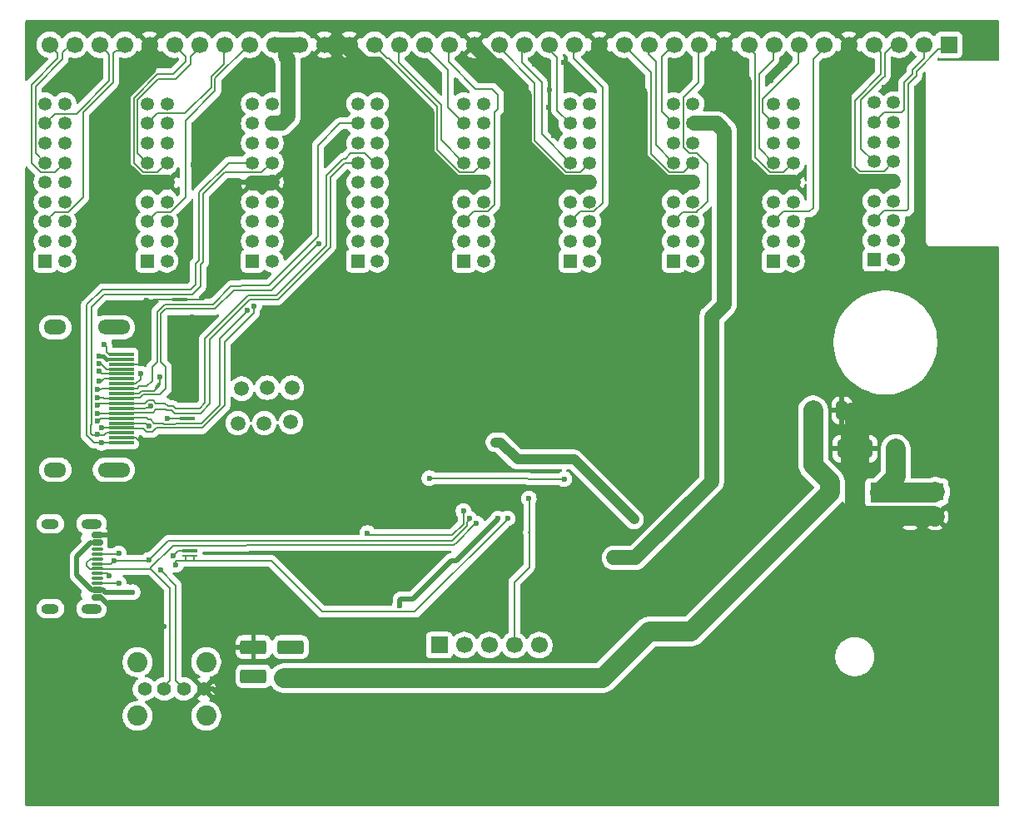
<source format=gbr>
%TF.GenerationSoftware,KiCad,Pcbnew,9.0.4*%
%TF.CreationDate,2025-10-14T22:23:38+02:00*%
%TF.ProjectId,Antminer_hat_PCB,416e746d-696e-4657-925f-6861745f5043,rev?*%
%TF.SameCoordinates,Original*%
%TF.FileFunction,Copper,L1,Top*%
%TF.FilePolarity,Positive*%
%FSLAX46Y46*%
G04 Gerber Fmt 4.6, Leading zero omitted, Abs format (unit mm)*
G04 Created by KiCad (PCBNEW 9.0.4) date 2025-10-14 22:23:38*
%MOMM*%
%LPD*%
G01*
G04 APERTURE LIST*
G04 Aperture macros list*
%AMRoundRect*
0 Rectangle with rounded corners*
0 $1 Rounding radius*
0 $2 $3 $4 $5 $6 $7 $8 $9 X,Y pos of 4 corners*
0 Add a 4 corners polygon primitive as box body*
4,1,4,$2,$3,$4,$5,$6,$7,$8,$9,$2,$3,0*
0 Add four circle primitives for the rounded corners*
1,1,$1+$1,$2,$3*
1,1,$1+$1,$4,$5*
1,1,$1+$1,$6,$7*
1,1,$1+$1,$8,$9*
0 Add four rect primitives between the rounded corners*
20,1,$1+$1,$2,$3,$4,$5,0*
20,1,$1+$1,$4,$5,$6,$7,0*
20,1,$1+$1,$6,$7,$8,$9,0*
20,1,$1+$1,$8,$9,$2,$3,0*%
G04 Aperture macros list end*
%TA.AperFunction,SMDPad,CuDef*%
%ADD10RoundRect,0.250001X-1.074999X0.462499X-1.074999X-0.462499X1.074999X-0.462499X1.074999X0.462499X0*%
%TD*%
%TA.AperFunction,SMDPad,CuDef*%
%ADD11RoundRect,0.150000X-0.425000X0.150000X-0.425000X-0.150000X0.425000X-0.150000X0.425000X0.150000X0*%
%TD*%
%TA.AperFunction,SMDPad,CuDef*%
%ADD12RoundRect,0.075000X-0.500000X0.075000X-0.500000X-0.075000X0.500000X-0.075000X0.500000X0.075000X0*%
%TD*%
%TA.AperFunction,HeatsinkPad*%
%ADD13O,2.100000X1.000000*%
%TD*%
%TA.AperFunction,HeatsinkPad*%
%ADD14O,1.800000X1.000000*%
%TD*%
%TA.AperFunction,ComponentPad*%
%ADD15R,1.700000X1.700000*%
%TD*%
%TA.AperFunction,ComponentPad*%
%ADD16C,1.700000*%
%TD*%
%TA.AperFunction,ComponentPad*%
%ADD17C,1.420000*%
%TD*%
%TA.AperFunction,ComponentPad*%
%ADD18C,2.050000*%
%TD*%
%TA.AperFunction,SMDPad,CuDef*%
%ADD19C,1.500000*%
%TD*%
%TA.AperFunction,SMDPad,CuDef*%
%ADD20R,2.600000X0.300000*%
%TD*%
%TA.AperFunction,ComponentPad*%
%ADD21O,3.300000X1.500000*%
%TD*%
%TA.AperFunction,ComponentPad*%
%ADD22O,2.300000X1.500000*%
%TD*%
%TA.AperFunction,SMDPad,CuDef*%
%ADD23R,0.675000X0.200000*%
%TD*%
%TA.AperFunction,SMDPad,CuDef*%
%ADD24R,1.550000X0.400000*%
%TD*%
%TA.AperFunction,SMDPad,CuDef*%
%ADD25RoundRect,0.250000X-0.325000X-0.650000X0.325000X-0.650000X0.325000X0.650000X-0.325000X0.650000X0*%
%TD*%
%TA.AperFunction,ComponentPad*%
%ADD26R,1.905000X2.000000*%
%TD*%
%TA.AperFunction,ComponentPad*%
%ADD27O,1.905000X2.000000*%
%TD*%
%TA.AperFunction,SMDPad,CuDef*%
%ADD28RoundRect,0.250000X0.325000X0.650000X-0.325000X0.650000X-0.325000X-0.650000X0.325000X-0.650000X0*%
%TD*%
%TA.AperFunction,ComponentPad*%
%ADD29R,1.350000X1.350000*%
%TD*%
%TA.AperFunction,ComponentPad*%
%ADD30C,1.350000*%
%TD*%
%TA.AperFunction,ViaPad*%
%ADD31C,0.600000*%
%TD*%
%TA.AperFunction,ViaPad*%
%ADD32C,7.000000*%
%TD*%
%TA.AperFunction,Conductor*%
%ADD33C,0.200000*%
%TD*%
%TA.AperFunction,Conductor*%
%ADD34C,1.500000*%
%TD*%
%TA.AperFunction,Conductor*%
%ADD35C,1.000000*%
%TD*%
%TA.AperFunction,Conductor*%
%ADD36C,0.500000*%
%TD*%
%TA.AperFunction,Conductor*%
%ADD37C,2.000000*%
%TD*%
%TA.AperFunction,Conductor*%
%ADD38C,0.400000*%
%TD*%
%TA.AperFunction,Conductor*%
%ADD39C,0.300000*%
%TD*%
G04 APERTURE END LIST*
D10*
%TO.P,D8,1,K*%
%TO.N,GND*%
X48700000Y-105300000D03*
%TO.P,D8,2,A*%
%TO.N,Net-(D8-A)*%
X48700000Y-108275000D03*
%TD*%
D11*
%TO.P,J14,A1,GND*%
%TO.N,GND*%
X32795316Y-93864174D03*
%TO.P,J14,A4,VBUS*%
%TO.N,/Usb connection/V_BUS*%
X32795316Y-94664174D03*
D12*
%TO.P,J14,A5,CC1*%
%TO.N,Net-(D1-LINE-2)*%
X32795316Y-95814174D03*
%TO.P,J14,A6,D+*%
%TO.N,/Usb connection/USB_D+*%
X32795316Y-96814174D03*
%TO.P,J14,A7,D-*%
%TO.N,/Usb connection/USB_D-*%
X32795316Y-97314174D03*
%TO.P,J14,A8,SBU1*%
%TO.N,unconnected-(J14-SBU1-PadA8)*%
X32795316Y-98314174D03*
D11*
%TO.P,J14,A9,VBUS*%
%TO.N,/Usb connection/V_BUS*%
X32795316Y-99464174D03*
%TO.P,J14,A12,GND*%
%TO.N,GND*%
X32795316Y-100264174D03*
%TO.P,J14,B1,GND*%
X32795316Y-100264174D03*
%TO.P,J14,B4,VBUS*%
%TO.N,/Usb connection/V_BUS*%
X32795316Y-99464174D03*
D12*
%TO.P,J14,B5,CC2*%
%TO.N,Net-(D1-LINE-2)*%
X32795316Y-98814174D03*
%TO.P,J14,B6,D+*%
%TO.N,/Usb connection/USB_D+*%
X32795316Y-97814174D03*
%TO.P,J14,B7,D-*%
%TO.N,/Usb connection/USB_D-*%
X32795316Y-96314174D03*
%TO.P,J14,B8,SBU2*%
%TO.N,unconnected-(J14-SBU2-PadB8)*%
X32795316Y-95314174D03*
D11*
%TO.P,J14,B9,VBUS*%
%TO.N,/Usb connection/V_BUS*%
X32795316Y-94664174D03*
%TO.P,J14,B12,GND*%
%TO.N,GND*%
X32795316Y-93864174D03*
D13*
%TO.P,J14,S1,SHIELD*%
%TO.N,Net-(J14-SHIELD)*%
X32220316Y-92744174D03*
D14*
X28040316Y-92744174D03*
D13*
X32220316Y-101384174D03*
D14*
X28040316Y-101384174D03*
%TD*%
D15*
%TO.P,J16,1,Pin_1*%
%TO.N,/BANK34_L1P_PLUG1*%
X119420000Y-44000000D03*
D16*
%TO.P,J16,2,Pin_2*%
%TO.N,/BANK34_L1N_RST1*%
X116880000Y-44000000D03*
%TO.P,J16,3,Pin_3*%
%TO.N,/BANK34_L2P_TXD1*%
X114340000Y-44000000D03*
%TO.P,J16,4,Pin_4*%
%TO.N,/BANK34_L2N_RXD1*%
X111800000Y-44000000D03*
%TO.P,J16,5,Pin_5*%
%TO.N,GND*%
X109260000Y-44000000D03*
%TO.P,J16,6,Pin_6*%
%TO.N,/BANK34_0_PLUG2*%
X106720000Y-44000000D03*
%TO.P,J16,7,Pin_7*%
%TO.N,/BANK34_L3N_RST2*%
X104180000Y-44000000D03*
%TO.P,J16,8,Pin_8*%
%TO.N,/BANK34_L4P_TXD2*%
X101640000Y-44000000D03*
%TO.P,J16,9,Pin_9*%
%TO.N,/BANK34_L4N_RXD2*%
X99100000Y-44000000D03*
%TO.P,J16,10,Pin_10*%
%TO.N,GND*%
X96560000Y-44000000D03*
%TO.P,J16,11,Pin_11*%
%TO.N,/BANK34_L5P_PLUG3*%
X94020000Y-44000000D03*
%TO.P,J16,12,Pin_12*%
%TO.N,/BANK34_L5N_RST3*%
X91480000Y-44000000D03*
%TO.P,J16,13,Pin_13*%
%TO.N,/BANK34_L6P_TXD3*%
X88940000Y-44000000D03*
%TO.P,J16,14,Pin_14*%
%TO.N,/BANK34_L6N_RXD3*%
X86400000Y-44000000D03*
%TO.P,J16,15,Pin_15*%
%TO.N,GND*%
X83860000Y-44000000D03*
%TO.P,J16,16,Pin_16*%
%TO.N,/BANK34_L7P_PLUG4*%
X81320000Y-44000000D03*
%TO.P,J16,17,Pin_17*%
%TO.N,/BANK34_L7N_RST4*%
X78780000Y-44000000D03*
%TO.P,J16,18,Pin_18*%
%TO.N,/BANK34_L8P_TXD4*%
X76240000Y-44000000D03*
%TO.P,J16,19,Pin_19*%
%TO.N,/BANK34_L8N_RXD4*%
X73700000Y-44000000D03*
%TO.P,J16,20,Pin_20*%
%TO.N,GND*%
X71160000Y-44000000D03*
%TO.P,J16,21,Pin_21*%
%TO.N,/BANK34_L9P_PLUG5*%
X68620000Y-44000000D03*
%TO.P,J16,22,Pin_22*%
%TO.N,/BANK34_L9N_RST5*%
X66080000Y-44000000D03*
%TO.P,J16,23,Pin_23*%
%TO.N,/BANK34_L10P_TXD5*%
X63540000Y-44000000D03*
%TO.P,J16,24,Pin_24*%
%TO.N,/BANK34_L10N_RXD5*%
X61000000Y-44000000D03*
%TO.P,J16,25,Pin_25*%
%TO.N,GND*%
X58460000Y-44000000D03*
%TO.P,J16,26,Pin_26*%
X55920000Y-44000000D03*
%TO.P,J16,27,Pin_27*%
%TO.N,+3.3V*%
X53380000Y-44000000D03*
%TO.P,J16,28,Pin_28*%
X50840000Y-44000000D03*
%TO.P,J16,29,Pin_29*%
%TO.N,/BANK34_L17P_PLUG8*%
X48300000Y-44000000D03*
%TO.P,J16,30,Pin_30*%
%TO.N,/BANK34_L17N_RST8*%
X45760000Y-44000000D03*
%TO.P,J16,31,Pin_31*%
%TO.N,/BANK34_L18P_TXD8*%
X43220000Y-44000000D03*
%TO.P,J16,32,Pin_32*%
%TO.N,/BANK34_L18N_RXD8*%
X40680000Y-44000000D03*
%TO.P,J16,33,Pin_33*%
%TO.N,GND*%
X38140000Y-44000000D03*
%TO.P,J16,34,Pin_34*%
%TO.N,/BANK34_L19P_PLUG9*%
X35600000Y-44000000D03*
%TO.P,J16,35,Pin_35*%
%TO.N,/BANK34_L19N_RST9*%
X33060000Y-44000000D03*
%TO.P,J16,36,Pin_36*%
%TO.N,/BANK34_L20P_TXD9*%
X30520000Y-44000000D03*
%TO.P,J16,37,Pin_37*%
%TO.N,/BANK34_L20N_RXD9*%
X27980000Y-44000000D03*
%TD*%
D17*
%TO.P,J15,1,GND*%
%TO.N,GND*%
X43630000Y-109565000D03*
%TO.P,J15,2,D+*%
%TO.N,/Usb connection/USB_D+*%
X41630000Y-109565000D03*
%TO.P,J15,3,D-*%
%TO.N,/Usb connection/USB_D-*%
X39630000Y-109565000D03*
%TO.P,J15,4,V_BUS*%
%TO.N,/Usb connection/V_BUS*%
X37630000Y-109565000D03*
D18*
%TO.P,J15,5,Shield*%
%TO.N,Net-(J14-SHIELD)*%
X43900000Y-112300000D03*
%TO.P,J15,6,Shield*%
X36900000Y-112300000D03*
%TO.P,J15,7,Shield*%
X36900000Y-106830000D03*
%TO.P,J15,8,Shield*%
X43900000Y-106830000D03*
%TD*%
D19*
%TO.P,TP2,1,1*%
%TO.N,Net-(J13-SCL)*%
X49800000Y-82500000D03*
%TD*%
D20*
%TO.P,J13,1,D2+*%
%TO.N,/BANK34_L16P_TXD7*%
X35260000Y-84500000D03*
%TO.P,J13,2,D2S*%
%TO.N,GND*%
X35260000Y-84000000D03*
%TO.P,J13,3,D2-*%
%TO.N,/BANK34_L16N_RXD7*%
X35260000Y-83500000D03*
%TO.P,J13,4,D1+*%
%TO.N,/BANK34_L15P__PLUG7*%
X35260000Y-83000000D03*
%TO.P,J13,5,D1S*%
%TO.N,GND*%
X35260000Y-82500000D03*
%TO.P,J13,6,D1-*%
%TO.N,/BANK34_L15N_RST7*%
X35260000Y-82000000D03*
%TO.P,J13,7,D0+*%
%TO.N,/BANK34_L12P_TXD6*%
X35260000Y-81500000D03*
%TO.P,J13,8,D0S*%
%TO.N,GND*%
X35260000Y-81000000D03*
%TO.P,J13,9,D0-*%
%TO.N,/BANK34_L12N_RXD6*%
X35260000Y-80500000D03*
%TO.P,J13,10,CK+*%
%TO.N,/BANK34_L11P_PLUG6*%
X35260000Y-80000000D03*
%TO.P,J13,11,CKS*%
%TO.N,GND*%
X35260000Y-79500000D03*
%TO.P,J13,12,CK-*%
%TO.N,/BANK34_L11N_RST6*%
X35260000Y-79000000D03*
%TO.P,J13,13,CEC*%
%TO.N,Net-(J13-CEC)*%
X35260000Y-78500000D03*
%TO.P,J13,14,UTILITY*%
%TO.N,Net-(J13-UTILITY)*%
X35260000Y-78000000D03*
%TO.P,J13,15,SCL*%
%TO.N,Net-(J13-SCL)*%
X35260000Y-77500000D03*
%TO.P,J13,16,SDA*%
%TO.N,Net-(J13-SDA)*%
X35260000Y-77000000D03*
%TO.P,J13,17,GND*%
%TO.N,GND*%
X35260000Y-76500000D03*
%TO.P,J13,18,+5V*%
%TO.N,Net-(J13-+5V)*%
X35260000Y-76000000D03*
%TO.P,J13,19,HPD*%
%TO.N,Net-(J13-HPD)*%
X35260000Y-75500000D03*
D21*
%TO.P,J13,SH,SH*%
%TO.N,Net-(C4-Pad1)*%
X34500000Y-87250000D03*
X34500000Y-72750000D03*
D22*
X28540000Y-87250000D03*
X28540000Y-72750000D03*
%TD*%
D19*
%TO.P,TP4,1,1*%
%TO.N,Net-(J13-HPD)*%
X50100000Y-78900000D03*
%TD*%
D23*
%TO.P,D6,1,LINE_-1*%
%TO.N,/BANK34_L15P__PLUG7*%
X42438000Y-83000000D03*
%TO.P,D6,2,LINE-2*%
%TO.N,/BANK34_L15N_RST7*%
X42438000Y-82500000D03*
D24*
%TO.P,D6,3,GND*%
%TO.N,GND*%
X42000000Y-82000000D03*
D23*
%TO.P,D6,4,LINE-3*%
%TO.N,/BANK34_L12P_TXD6*%
X42438000Y-81500000D03*
%TO.P,D6,5,LINE-4*%
%TO.N,/BANK34_L12N_RXD6*%
X42438000Y-81000000D03*
%TO.P,D6,6,NC_1*%
X41562000Y-81000000D03*
%TO.P,D6,7,NC_2*%
%TO.N,/BANK34_L12P_TXD6*%
X41562000Y-81500000D03*
%TO.P,D6,9,NC_3*%
%TO.N,/BANK34_L15N_RST7*%
X41562000Y-82500000D03*
%TO.P,D6,10,NC_4*%
%TO.N,/BANK34_L15P__PLUG7*%
X41562000Y-83000000D03*
%TD*%
D25*
%TO.P,C2,1*%
%TO.N,+5V*%
X105705000Y-85105000D03*
%TO.P,C2,2*%
%TO.N,GND*%
X108655000Y-85105000D03*
%TD*%
D26*
%TO.P,U1,1,IN*%
%TO.N,+12V*%
X112395000Y-89605000D03*
D27*
%TO.P,U1,2,GND*%
%TO.N,GND*%
X109855000Y-89605000D03*
%TO.P,U1,3,OUT*%
%TO.N,+5V*%
X107315000Y-89605000D03*
%TD*%
D19*
%TO.P,TP1,1,1*%
%TO.N,Net-(J13-CEC)*%
X52500000Y-82400000D03*
%TD*%
D28*
%TO.P,C1,1*%
%TO.N,+12V*%
X114005000Y-85105000D03*
%TO.P,C1,2*%
%TO.N,GND*%
X111055000Y-85105000D03*
%TD*%
D19*
%TO.P,TP6,1,1*%
%TO.N,Net-(J13-+5V)*%
X47500000Y-79000000D03*
%TD*%
D23*
%TO.P,D7,1,LINE_-1*%
%TO.N,/BANK34_L16P_TXD7*%
X40762000Y-68900000D03*
%TO.P,D7,2,LINE-2*%
%TO.N,/BANK34_L16N_RXD7*%
X40762000Y-69400000D03*
D24*
%TO.P,D7,3,GND*%
%TO.N,GND*%
X41200000Y-69900000D03*
D23*
%TO.P,D7,4,LINE-3*%
%TO.N,/BANK34_L11N_RST6*%
X40762000Y-70400000D03*
%TO.P,D7,5,LINE-4*%
%TO.N,/BANK34_L11P_PLUG6*%
X40762000Y-70900000D03*
%TO.P,D7,6,NC_1*%
X41638000Y-70900000D03*
%TO.P,D7,7,NC_2*%
%TO.N,/BANK34_L11N_RST6*%
X41638000Y-70400000D03*
%TO.P,D7,9,NC_3*%
%TO.N,/BANK34_L16N_RXD7*%
X41638000Y-69400000D03*
%TO.P,D7,10,NC_4*%
%TO.N,/BANK34_L16P_TXD7*%
X41638000Y-68900000D03*
%TD*%
D25*
%TO.P,C3,1*%
%TO.N,+5V*%
X105605000Y-81205000D03*
%TO.P,C3,2*%
%TO.N,GND*%
X108555000Y-81205000D03*
%TD*%
D19*
%TO.P,TP3,1,1*%
%TO.N,Net-(J13-SDA)*%
X52600000Y-78900000D03*
%TD*%
%TO.P,TP5,1,1*%
%TO.N,Net-(J13-UTILITY)*%
X47100000Y-82500000D03*
%TD*%
D15*
%TO.P,J11,1,Pin_1*%
%TO.N,DATA5*%
X67600000Y-105100000D03*
D16*
%TO.P,J11,2,Pin_2*%
%TO.N,DATA6*%
X70140000Y-105100000D03*
%TO.P,J11,3,Pin_3*%
%TO.N,DATA7*%
X72680000Y-105100000D03*
%TO.P,J11,4,Pin_4*%
%TO.N,RST*%
X75220000Y-105100000D03*
%TO.P,J11,5,Pin_5*%
%TO.N,2.5VCC_IO*%
X77760000Y-105100000D03*
%TD*%
D23*
%TO.P,D1,1,LINE_-1*%
%TO.N,Net-(D1-LINE-2)*%
X42688000Y-96500000D03*
%TO.P,D1,2,LINE-2*%
X42688000Y-96000000D03*
D24*
%TO.P,D1,3,GND*%
%TO.N,GND*%
X42250000Y-95500000D03*
D23*
%TO.P,D1,4,LINE-3*%
%TO.N,/Usb connection/USB_D-*%
X42688000Y-95000000D03*
%TO.P,D1,5,LINE-4*%
%TO.N,/Usb connection/USB_D+*%
X42688000Y-94500000D03*
%TO.P,D1,6,NC_1*%
X41812000Y-94500000D03*
%TO.P,D1,7,NC_2*%
%TO.N,/Usb connection/USB_D-*%
X41812000Y-95000000D03*
%TO.P,D1,9,NC_3*%
%TO.N,Net-(D1-LINE-2)*%
X41812000Y-96000000D03*
%TO.P,D1,10,NC_4*%
X41812000Y-96500000D03*
%TD*%
D10*
%TO.P,D2,1,K*%
%TO.N,Net-(D2-K)*%
X52500000Y-105300000D03*
%TO.P,D2,2,A*%
%TO.N,+5V*%
X52500000Y-108275000D03*
%TD*%
D29*
%TO.P,J2,1,Pin_1*%
%TO.N,unconnected-(J2-Pin_1-Pad1)*%
X101600000Y-66000000D03*
D30*
%TO.P,J2,2,Pin_2*%
%TO.N,unconnected-(J2-Pin_2-Pad2)*%
X103600000Y-66000000D03*
%TO.P,J2,3,Pin_3*%
%TO.N,unconnected-(J2-Pin_3-Pad3)*%
X101600000Y-64000000D03*
%TO.P,J2,4,Pin_4*%
%TO.N,unconnected-(J2-Pin_4-Pad4)*%
X103600000Y-64000000D03*
%TO.P,J2,5,Pin_5*%
%TO.N,/BANK34_0_PLUG2*%
X101600000Y-62000000D03*
%TO.P,J2,6,Pin_6*%
%TO.N,unconnected-(J2-Pin_6-Pad6)*%
X103600000Y-62000000D03*
%TO.P,J2,7,Pin_7*%
%TO.N,unconnected-(J2-Pin_7-Pad7)*%
X101600000Y-60000000D03*
%TO.P,J2,8,Pin_8*%
%TO.N,unconnected-(J2-Pin_8-Pad8)*%
X103600000Y-60000000D03*
%TO.P,J2,9,Pin_9*%
%TO.N,GND*%
X101600000Y-58000000D03*
%TO.P,J2,10,Pin_10*%
X103600000Y-58000000D03*
%TO.P,J2,11,Pin_11*%
%TO.N,/BANK34_L4P_TXD2*%
X101600000Y-56000000D03*
%TO.P,J2,12,Pin_12*%
%TO.N,/BANK34_L4N_RXD2*%
X103600000Y-56000000D03*
%TO.P,J2,13,Pin_13*%
%TO.N,unconnected-(J2-Pin_13-Pad13)*%
X101600000Y-54000000D03*
%TO.P,J2,14,Pin_14*%
%TO.N,unconnected-(J2-Pin_14-Pad14)*%
X103600000Y-54000000D03*
%TO.P,J2,15,Pin_15*%
%TO.N,/BANK34_L3N_RST2*%
X101600000Y-52000000D03*
%TO.P,J2,16,Pin_16*%
%TO.N,unconnected-(J2-Pin_16-Pad16)*%
X103600000Y-52000000D03*
%TO.P,J2,17,Pin_17*%
%TO.N,unconnected-(J2-Pin_17-Pad17)*%
X101600000Y-50000000D03*
%TO.P,J2,18,Pin_18*%
%TO.N,DIR*%
X103600000Y-50000000D03*
%TD*%
D15*
%TO.P,J12,1,Pin_1*%
%TO.N,+12V*%
X118040000Y-89500000D03*
D16*
%TO.P,J12,2,Pin_2*%
%TO.N,GND*%
X118040000Y-92040000D03*
%TO.P,J12,3,Pin_3*%
%TO.N,+12V*%
X115500000Y-89500000D03*
%TO.P,J12,4,Pin_4*%
%TO.N,GND*%
X115500000Y-92040000D03*
%TD*%
D29*
%TO.P,J8,1,Pin_1*%
%TO.N,unconnected-(J8-Pin_1-Pad1)*%
X37900000Y-66000000D03*
D30*
%TO.P,J8,2,Pin_2*%
%TO.N,unconnected-(J8-Pin_2-Pad2)*%
X39900000Y-66000000D03*
%TO.P,J8,3,Pin_3*%
%TO.N,unconnected-(J8-Pin_3-Pad3)*%
X37900000Y-64000000D03*
%TO.P,J8,4,Pin_4*%
%TO.N,unconnected-(J8-Pin_4-Pad4)*%
X39900000Y-64000000D03*
%TO.P,J8,5,Pin_5*%
%TO.N,/BANK34_L17P_PLUG8*%
X37900000Y-62000000D03*
%TO.P,J8,6,Pin_6*%
%TO.N,unconnected-(J8-Pin_6-Pad6)*%
X39900000Y-62000000D03*
%TO.P,J8,7,Pin_7*%
%TO.N,unconnected-(J8-Pin_7-Pad7)*%
X37900000Y-60000000D03*
%TO.P,J8,8,Pin_8*%
%TO.N,unconnected-(J8-Pin_8-Pad8)*%
X39900000Y-60000000D03*
%TO.P,J8,9,Pin_9*%
%TO.N,GND*%
X37900000Y-58000000D03*
%TO.P,J8,10,Pin_10*%
X39900000Y-58000000D03*
%TO.P,J8,11,Pin_11*%
%TO.N,/BANK34_L18P_TXD8*%
X37900000Y-56000000D03*
%TO.P,J8,12,Pin_12*%
%TO.N,/BANK34_L18N_RXD8*%
X39900000Y-56000000D03*
%TO.P,J8,13,Pin_13*%
%TO.N,unconnected-(J8-Pin_13-Pad13)*%
X37900000Y-54000000D03*
%TO.P,J8,14,Pin_14*%
%TO.N,unconnected-(J8-Pin_14-Pad14)*%
X39900000Y-54000000D03*
%TO.P,J8,15,Pin_15*%
%TO.N,/BANK34_L17N_RST8*%
X37900000Y-52000000D03*
%TO.P,J8,16,Pin_16*%
%TO.N,+3.3V*%
X39900000Y-52000000D03*
%TO.P,J8,17,Pin_17*%
%TO.N,unconnected-(J8-Pin_17-Pad17)*%
X37900000Y-50000000D03*
%TO.P,J8,18,Pin_18*%
%TO.N,DATA3*%
X39900000Y-50000000D03*
%TD*%
D29*
%TO.P,J7,1,Pin_1*%
%TO.N,unconnected-(J7-Pin_1-Pad1)*%
X48600000Y-66000000D03*
D30*
%TO.P,J7,2,Pin_2*%
%TO.N,unconnected-(J7-Pin_2-Pad2)*%
X50600000Y-66000000D03*
%TO.P,J7,3,Pin_3*%
%TO.N,unconnected-(J7-Pin_3-Pad3)*%
X48600000Y-64000000D03*
%TO.P,J7,4,Pin_4*%
%TO.N,unconnected-(J7-Pin_4-Pad4)*%
X50600000Y-64000000D03*
%TO.P,J7,5,Pin_5*%
%TO.N,/BANK34_L15P__PLUG7*%
X48600000Y-62000000D03*
%TO.P,J7,6,Pin_6*%
%TO.N,unconnected-(J7-Pin_6-Pad6)*%
X50600000Y-62000000D03*
%TO.P,J7,7,Pin_7*%
%TO.N,unconnected-(J7-Pin_7-Pad7)*%
X48600000Y-60000000D03*
%TO.P,J7,8,Pin_8*%
%TO.N,unconnected-(J7-Pin_8-Pad8)*%
X50600000Y-60000000D03*
%TO.P,J7,9,Pin_9*%
%TO.N,GND*%
X48600000Y-58000000D03*
%TO.P,J7,10,Pin_10*%
X50600000Y-58000000D03*
%TO.P,J7,11,Pin_11*%
%TO.N,/BANK34_L16P_TXD7*%
X48600000Y-56000000D03*
%TO.P,J7,12,Pin_12*%
%TO.N,/BANK34_L16N_RXD7*%
X50600000Y-56000000D03*
%TO.P,J7,13,Pin_13*%
%TO.N,unconnected-(J7-Pin_13-Pad13)*%
X48600000Y-54000000D03*
%TO.P,J7,14,Pin_14*%
%TO.N,unconnected-(J7-Pin_14-Pad14)*%
X50600000Y-54000000D03*
%TO.P,J7,15,Pin_15*%
%TO.N,/BANK34_L15N_RST7*%
X48600000Y-52000000D03*
%TO.P,J7,16,Pin_16*%
%TO.N,+3.3V*%
X50600000Y-52000000D03*
%TO.P,J7,17,Pin_17*%
%TO.N,unconnected-(J7-Pin_17-Pad17)*%
X48600000Y-50000000D03*
%TO.P,J7,18,Pin_18*%
%TO.N,DATA2*%
X50600000Y-50000000D03*
%TD*%
D29*
%TO.P,J6,1,Pin_1*%
%TO.N,unconnected-(J6-Pin_1-Pad1)*%
X59300000Y-66000000D03*
D30*
%TO.P,J6,2,Pin_2*%
%TO.N,unconnected-(J6-Pin_2-Pad2)*%
X61300000Y-66000000D03*
%TO.P,J6,3,Pin_3*%
%TO.N,unconnected-(J6-Pin_3-Pad3)*%
X59300000Y-64000000D03*
%TO.P,J6,4,Pin_4*%
%TO.N,unconnected-(J6-Pin_4-Pad4)*%
X61300000Y-64000000D03*
%TO.P,J6,5,Pin_5*%
%TO.N,/BANK34_L11P_PLUG6*%
X59300000Y-62000000D03*
%TO.P,J6,6,Pin_6*%
%TO.N,unconnected-(J6-Pin_6-Pad6)*%
X61300000Y-62000000D03*
%TO.P,J6,7,Pin_7*%
%TO.N,unconnected-(J6-Pin_7-Pad7)*%
X59300000Y-60000000D03*
%TO.P,J6,8,Pin_8*%
%TO.N,unconnected-(J6-Pin_8-Pad8)*%
X61300000Y-60000000D03*
%TO.P,J6,9,Pin_9*%
%TO.N,unconnected-(J6-Pin_9-Pad9)*%
X59300000Y-58000000D03*
%TO.P,J6,10,Pin_10*%
%TO.N,unconnected-(J6-Pin_10-Pad10)*%
X61300000Y-58000000D03*
%TO.P,J6,11,Pin_11*%
%TO.N,/BANK34_L12P_TXD6*%
X59300000Y-56000000D03*
%TO.P,J6,12,Pin_12*%
%TO.N,/BANK34_L12N_RXD6*%
X61300000Y-56000000D03*
%TO.P,J6,13,Pin_13*%
%TO.N,unconnected-(J6-Pin_13-Pad13)*%
X59300000Y-54000000D03*
%TO.P,J6,14,Pin_14*%
%TO.N,unconnected-(J6-Pin_14-Pad14)*%
X61300000Y-54000000D03*
%TO.P,J6,15,Pin_15*%
%TO.N,/BANK34_L11N_RST6*%
X59300000Y-52000000D03*
%TO.P,J6,16,Pin_16*%
%TO.N,unconnected-(J6-Pin_16-Pad16)*%
X61300000Y-52000000D03*
%TO.P,J6,17,Pin_17*%
%TO.N,unconnected-(J6-Pin_17-Pad17)*%
X59300000Y-50000000D03*
%TO.P,J6,18,Pin_18*%
%TO.N,DATA1*%
X61300000Y-50000000D03*
%TD*%
D29*
%TO.P,J4,1,Pin_1*%
%TO.N,unconnected-(J4-Pin_1-Pad1)*%
X80900000Y-66000000D03*
D30*
%TO.P,J4,2,Pin_2*%
%TO.N,unconnected-(J4-Pin_2-Pad2)*%
X82900000Y-66000000D03*
%TO.P,J4,3,Pin_3*%
%TO.N,unconnected-(J4-Pin_3-Pad3)*%
X80900000Y-64000000D03*
%TO.P,J4,4,Pin_4*%
%TO.N,unconnected-(J4-Pin_4-Pad4)*%
X82900000Y-64000000D03*
%TO.P,J4,5,Pin_5*%
%TO.N,/BANK34_L7P_PLUG4*%
X80900000Y-62000000D03*
%TO.P,J4,6,Pin_6*%
%TO.N,unconnected-(J4-Pin_6-Pad6)*%
X82900000Y-62000000D03*
%TO.P,J4,7,Pin_7*%
%TO.N,unconnected-(J4-Pin_7-Pad7)*%
X80900000Y-60000000D03*
%TO.P,J4,8,Pin_8*%
%TO.N,unconnected-(J4-Pin_8-Pad8)*%
X82900000Y-60000000D03*
%TO.P,J4,9,Pin_9*%
%TO.N,GND*%
X80900000Y-58000000D03*
%TO.P,J4,10,Pin_10*%
X82900000Y-58000000D03*
%TO.P,J4,11,Pin_11*%
%TO.N,/BANK34_L8P_TXD4*%
X80900000Y-56000000D03*
%TO.P,J4,12,Pin_12*%
%TO.N,/BANK34_L8N_RXD4*%
X82900000Y-56000000D03*
%TO.P,J4,13,Pin_13*%
%TO.N,unconnected-(J4-Pin_13-Pad13)*%
X80900000Y-54000000D03*
%TO.P,J4,14,Pin_14*%
%TO.N,unconnected-(J4-Pin_14-Pad14)*%
X82900000Y-54000000D03*
%TO.P,J4,15,Pin_15*%
%TO.N,/BANK34_L7N_RST4*%
X80900000Y-52000000D03*
%TO.P,J4,16,Pin_16*%
%TO.N,unconnected-(J4-Pin_16-Pad16)*%
X82900000Y-52000000D03*
%TO.P,J4,17,Pin_17*%
%TO.N,unconnected-(J4-Pin_17-Pad17)*%
X80900000Y-50000000D03*
%TO.P,J4,18,Pin_18*%
%TO.N,NXT*%
X82900000Y-50000000D03*
%TD*%
D29*
%TO.P,J5,1,Pin_1*%
%TO.N,unconnected-(J5-Pin_1-Pad1)*%
X70100000Y-66000000D03*
D30*
%TO.P,J5,2,Pin_2*%
%TO.N,unconnected-(J5-Pin_2-Pad2)*%
X72100000Y-66000000D03*
%TO.P,J5,3,Pin_3*%
%TO.N,unconnected-(J5-Pin_3-Pad3)*%
X70100000Y-64000000D03*
%TO.P,J5,4,Pin_4*%
%TO.N,unconnected-(J5-Pin_4-Pad4)*%
X72100000Y-64000000D03*
%TO.P,J5,5,Pin_5*%
%TO.N,/BANK34_L9P_PLUG5*%
X70100000Y-62000000D03*
%TO.P,J5,6,Pin_6*%
%TO.N,unconnected-(J5-Pin_6-Pad6)*%
X72100000Y-62000000D03*
%TO.P,J5,7,Pin_7*%
%TO.N,unconnected-(J5-Pin_7-Pad7)*%
X70100000Y-60000000D03*
%TO.P,J5,8,Pin_8*%
%TO.N,unconnected-(J5-Pin_8-Pad8)*%
X72100000Y-60000000D03*
%TO.P,J5,9,Pin_9*%
%TO.N,GND*%
X70100000Y-58000000D03*
%TO.P,J5,10,Pin_10*%
X72100000Y-58000000D03*
%TO.P,J5,11,Pin_11*%
%TO.N,/BANK34_L10P_TXD5*%
X70100000Y-56000000D03*
%TO.P,J5,12,Pin_12*%
%TO.N,/BANK34_L10N_RXD5*%
X72100000Y-56000000D03*
%TO.P,J5,13,Pin_13*%
%TO.N,unconnected-(J5-Pin_13-Pad13)*%
X70100000Y-54000000D03*
%TO.P,J5,14,Pin_14*%
%TO.N,unconnected-(J5-Pin_14-Pad14)*%
X72100000Y-54000000D03*
%TO.P,J5,15,Pin_15*%
%TO.N,/BANK34_L9N_RST5*%
X70100000Y-52000000D03*
%TO.P,J5,16,Pin_16*%
%TO.N,unconnected-(J5-Pin_16-Pad16)*%
X72100000Y-52000000D03*
%TO.P,J5,17,Pin_17*%
%TO.N,unconnected-(J5-Pin_17-Pad17)*%
X70100000Y-50000000D03*
%TO.P,J5,18,Pin_18*%
%TO.N,DATA0*%
X72100000Y-50000000D03*
%TD*%
D29*
%TO.P,J1,1,Pin_1*%
%TO.N,unconnected-(J1-Pin_1-Pad1)*%
X111800000Y-65900000D03*
D30*
%TO.P,J1,2,Pin_2*%
%TO.N,unconnected-(J1-Pin_2-Pad2)*%
X113800000Y-65900000D03*
%TO.P,J1,3,Pin_3*%
%TO.N,unconnected-(J1-Pin_3-Pad3)*%
X111800000Y-63900000D03*
%TO.P,J1,4,Pin_4*%
%TO.N,unconnected-(J1-Pin_4-Pad4)*%
X113800000Y-63900000D03*
%TO.P,J1,5,Pin_5*%
%TO.N,/BANK34_L1P_PLUG1*%
X111800000Y-61900000D03*
%TO.P,J1,6,Pin_6*%
%TO.N,unconnected-(J1-Pin_6-Pad6)*%
X113800000Y-61900000D03*
%TO.P,J1,7,Pin_7*%
%TO.N,unconnected-(J1-Pin_7-Pad7)*%
X111800000Y-59900000D03*
%TO.P,J1,8,Pin_8*%
%TO.N,unconnected-(J1-Pin_8-Pad8)*%
X113800000Y-59900000D03*
%TO.P,J1,9,Pin_9*%
%TO.N,GND*%
X111800000Y-57900000D03*
%TO.P,J1,10,Pin_10*%
X113800000Y-57900000D03*
%TO.P,J1,11,Pin_11*%
%TO.N,/BANK34_L2P_TXD1*%
X111800000Y-55900000D03*
%TO.P,J1,12,Pin_12*%
%TO.N,/BANK34_L2N_RXD1*%
X113800000Y-55900000D03*
%TO.P,J1,13,Pin_13*%
%TO.N,unconnected-(J1-Pin_13-Pad13)*%
X111800000Y-53900000D03*
%TO.P,J1,14,Pin_14*%
%TO.N,unconnected-(J1-Pin_14-Pad14)*%
X113800000Y-53900000D03*
%TO.P,J1,15,Pin_15*%
%TO.N,/BANK34_L1N_RST1*%
X111800000Y-51900000D03*
%TO.P,J1,16,Pin_16*%
%TO.N,+3.3V*%
X113800000Y-51900000D03*
%TO.P,J1,17,Pin_17*%
%TO.N,unconnected-(J1-Pin_17-Pad17)*%
X111800000Y-49900000D03*
%TO.P,J1,18,Pin_18*%
%TO.N,DATA4*%
X113800000Y-49900000D03*
%TD*%
D29*
%TO.P,J9,1,Pin_1*%
%TO.N,unconnected-(J9-Pin_1-Pad1)*%
X27500000Y-66000000D03*
D30*
%TO.P,J9,2,Pin_2*%
%TO.N,unconnected-(J9-Pin_2-Pad2)*%
X29500000Y-66000000D03*
%TO.P,J9,3,Pin_3*%
%TO.N,unconnected-(J9-Pin_3-Pad3)*%
X27500000Y-64000000D03*
%TO.P,J9,4,Pin_4*%
%TO.N,unconnected-(J9-Pin_4-Pad4)*%
X29500000Y-64000000D03*
%TO.P,J9,5,Pin_5*%
%TO.N,/BANK34_L19P_PLUG9*%
X27500000Y-62000000D03*
%TO.P,J9,6,Pin_6*%
%TO.N,unconnected-(J9-Pin_6-Pad6)*%
X29500000Y-62000000D03*
%TO.P,J9,7,Pin_7*%
%TO.N,unconnected-(J9-Pin_7-Pad7)*%
X27500000Y-60000000D03*
%TO.P,J9,8,Pin_8*%
%TO.N,unconnected-(J9-Pin_8-Pad8)*%
X29500000Y-60000000D03*
%TO.P,J9,9,Pin_9*%
%TO.N,unconnected-(J9-Pin_9-Pad9)*%
X27500000Y-58000000D03*
%TO.P,J9,10,Pin_10*%
%TO.N,unconnected-(J9-Pin_10-Pad10)*%
X29500000Y-58000000D03*
%TO.P,J9,11,Pin_11*%
%TO.N,/BANK34_L20P_TXD9*%
X27500000Y-56000000D03*
%TO.P,J9,12,Pin_12*%
%TO.N,/BANK34_L20N_RXD9*%
X29500000Y-56000000D03*
%TO.P,J9,13,Pin_13*%
%TO.N,unconnected-(J9-Pin_13-Pad13)*%
X27500000Y-54000000D03*
%TO.P,J9,14,Pin_14*%
%TO.N,unconnected-(J9-Pin_14-Pad14)*%
X29500000Y-54000000D03*
%TO.P,J9,15,Pin_15*%
%TO.N,/BANK34_L19N_RST9*%
X27500000Y-52000000D03*
%TO.P,J9,16,Pin_16*%
%TO.N,+3.3V*%
X29500000Y-52000000D03*
%TO.P,J9,17,Pin_17*%
%TO.N,unconnected-(J9-Pin_17-Pad17)*%
X27500000Y-50000000D03*
%TO.P,J9,18,Pin_18*%
%TO.N,CLK*%
X29500000Y-50000000D03*
%TD*%
D29*
%TO.P,J3,1,Pin_1*%
%TO.N,unconnected-(J3-Pin_1-Pad1)*%
X91400000Y-66000000D03*
D30*
%TO.P,J3,2,Pin_2*%
%TO.N,unconnected-(J3-Pin_2-Pad2)*%
X93400000Y-66000000D03*
%TO.P,J3,3,Pin_3*%
%TO.N,unconnected-(J3-Pin_3-Pad3)*%
X91400000Y-64000000D03*
%TO.P,J3,4,Pin_4*%
%TO.N,unconnected-(J3-Pin_4-Pad4)*%
X93400000Y-64000000D03*
%TO.P,J3,5,Pin_5*%
%TO.N,/BANK34_L5P_PLUG3*%
X91400000Y-62000000D03*
%TO.P,J3,6,Pin_6*%
%TO.N,unconnected-(J3-Pin_6-Pad6)*%
X93400000Y-62000000D03*
%TO.P,J3,7,Pin_7*%
%TO.N,unconnected-(J3-Pin_7-Pad7)*%
X91400000Y-60000000D03*
%TO.P,J3,8,Pin_8*%
%TO.N,unconnected-(J3-Pin_8-Pad8)*%
X93400000Y-60000000D03*
%TO.P,J3,9,Pin_9*%
%TO.N,GND*%
X91400000Y-58000000D03*
%TO.P,J3,10,Pin_10*%
X93400000Y-58000000D03*
%TO.P,J3,11,Pin_11*%
%TO.N,/BANK34_L6P_TXD3*%
X91400000Y-56000000D03*
%TO.P,J3,12,Pin_12*%
%TO.N,/BANK34_L6N_RXD3*%
X93400000Y-56000000D03*
%TO.P,J3,13,Pin_13*%
%TO.N,unconnected-(J3-Pin_13-Pad13)*%
X91400000Y-54000000D03*
%TO.P,J3,14,Pin_14*%
%TO.N,unconnected-(J3-Pin_14-Pad14)*%
X93400000Y-54000000D03*
%TO.P,J3,15,Pin_15*%
%TO.N,/BANK34_L5N_RST3*%
X91400000Y-52000000D03*
%TO.P,J3,16,Pin_16*%
%TO.N,+3.3V*%
X93400000Y-52000000D03*
%TO.P,J3,17,Pin_17*%
%TO.N,unconnected-(J3-Pin_17-Pad17)*%
X91400000Y-50000000D03*
%TO.P,J3,18,Pin_18*%
%TO.N,STP*%
X93400000Y-50000000D03*
%TD*%
D31*
%TO.N,/BANK34_L12P_TXD6*%
X32850000Y-81484596D03*
%TO.N,/BANK34_L11N_RST6*%
X32850000Y-79084587D03*
%TO.N,/BANK34_L11P_PLUG6*%
X55374265Y-64250000D03*
X32850000Y-79884590D03*
%TO.N,/BANK34_L12N_RXD6*%
X32850000Y-80684593D03*
%TO.N,/BANK34_L16N_RXD7*%
X32833949Y-83683302D03*
%TO.N,/BANK34_L15P__PLUG7*%
X33250003Y-82999999D03*
X48750000Y-70600000D03*
%TO.N,/BANK34_L15N_RST7*%
X32850000Y-82307178D03*
X48072729Y-71025801D03*
%TO.N,/BANK34_L16P_TXD7*%
X33250000Y-84500000D03*
%TO.N,GND*%
X116250000Y-60000000D03*
X67800000Y-79700000D03*
X91300000Y-47300000D03*
X48700000Y-105300000D03*
X78600000Y-83700000D03*
X46100000Y-49800000D03*
X70800000Y-78900000D03*
X79250000Y-53250000D03*
X80300000Y-68200000D03*
X34500000Y-53500000D03*
X92200000Y-46000000D03*
X47500000Y-89750000D03*
X57100000Y-53700000D03*
X120900000Y-120400000D03*
X73000000Y-89750000D03*
X93000000Y-77900000D03*
X72000000Y-68300000D03*
X69400000Y-74400000D03*
X101300000Y-47700000D03*
X49800000Y-74400000D03*
X85300000Y-98600000D03*
X56600000Y-89500000D03*
X45400000Y-55300000D03*
X30800000Y-119700000D03*
X37400000Y-117300000D03*
X71750000Y-89750000D03*
X55100000Y-96700000D03*
X100800000Y-79900000D03*
X44200000Y-117100000D03*
X63400000Y-96500000D03*
X77100000Y-116800000D03*
X81500000Y-105000000D03*
X77300000Y-46000000D03*
X45750000Y-63500000D03*
X51600000Y-73200000D03*
X58700000Y-68300000D03*
X121000000Y-107600000D03*
X92800000Y-84500000D03*
X28500000Y-89750000D03*
X57100000Y-117000000D03*
X45500000Y-110500000D03*
X27400000Y-116100000D03*
X45800000Y-61100000D03*
X100700000Y-85000000D03*
X91300000Y-99100000D03*
X38250000Y-89750000D03*
X42500000Y-89750000D03*
X37400000Y-102100000D03*
X119100000Y-119600000D03*
X79800000Y-92950000D03*
X69300000Y-47700000D03*
X39600000Y-103225000D03*
X93100000Y-109800000D03*
X64500000Y-84800000D03*
X102800000Y-46100000D03*
X44700000Y-52400000D03*
X34500000Y-101600000D03*
X90600000Y-116600000D03*
X107750000Y-63750000D03*
X42600000Y-56200000D03*
X80900000Y-93700000D03*
X97200000Y-116600000D03*
X29800000Y-47300000D03*
X35000000Y-93250000D03*
X74700000Y-79600000D03*
X57000000Y-55100000D03*
X42500000Y-71700000D03*
X29100000Y-115400000D03*
X64200000Y-80300000D03*
X38241982Y-80800000D03*
X28900000Y-105800000D03*
X58400000Y-112500000D03*
X82500000Y-47900000D03*
X37800000Y-70000000D03*
X123400000Y-117900000D03*
X70500000Y-117000000D03*
X42100000Y-60800000D03*
X91600000Y-74900000D03*
X116250000Y-54500000D03*
X72300000Y-89200000D03*
X78700000Y-50400000D03*
X78800000Y-48600000D03*
X90100000Y-87100000D03*
X66349000Y-50949000D03*
X87000000Y-84100000D03*
X33500000Y-66750000D03*
X81050000Y-96200000D03*
X70000000Y-100500000D03*
X121500000Y-82500000D03*
X39200000Y-77801594D03*
X86600000Y-102500000D03*
X37750000Y-84750000D03*
X33250000Y-89750000D03*
D32*
X120900000Y-117900000D03*
D31*
X61100000Y-71000000D03*
X83800000Y-116700000D03*
X83600000Y-74300000D03*
X26600000Y-117900000D03*
X50700000Y-117100000D03*
X44300000Y-69200000D03*
X44700000Y-50500000D03*
X73000000Y-101100000D03*
X41400000Y-75400000D03*
X115000000Y-45600000D03*
X121250000Y-90800000D03*
X77200000Y-81300000D03*
X67600000Y-48700000D03*
X30900000Y-116100000D03*
D32*
X29100000Y-117900000D03*
D31*
X88300000Y-78600000D03*
X112800000Y-48300000D03*
X66500000Y-70500000D03*
X51750000Y-89700000D03*
X42100000Y-65400000D03*
X83600000Y-71400000D03*
X120900000Y-115400000D03*
X122250000Y-43500000D03*
X108789000Y-48750000D03*
X122700000Y-116100000D03*
X29100000Y-120400000D03*
X79200000Y-70100000D03*
X39900000Y-82000000D03*
X100600000Y-106000000D03*
X119200000Y-116100000D03*
X34400000Y-59300000D03*
X27300000Y-119600000D03*
X37225000Y-76475000D03*
X91100000Y-69700000D03*
X90300000Y-82400000D03*
X80200000Y-45800000D03*
X104750000Y-76500000D03*
X42000000Y-64250000D03*
X121000000Y-75800000D03*
X107500000Y-56750000D03*
X29757500Y-108000000D03*
X104200000Y-116700000D03*
X111100000Y-116500000D03*
X122600000Y-119700000D03*
X107500000Y-70750000D03*
X122500000Y-67000000D03*
X38066453Y-82815039D03*
X63400000Y-74900000D03*
X40500000Y-96000000D03*
X76500000Y-99000000D03*
X63900000Y-116900000D03*
X96600000Y-93600000D03*
X121000000Y-99750000D03*
X83800000Y-99900000D03*
X31600000Y-117900000D03*
%TO.N,+5V*%
X60850000Y-108600000D03*
X60100000Y-108600000D03*
%TO.N,+3.3V*%
X85349997Y-96200000D03*
X86000000Y-95900000D03*
%TO.N,Net-(J13-SCL)*%
X33000000Y-77250000D03*
X49800000Y-82500000D03*
%TO.N,Net-(J13-HPD)*%
X50100000Y-78801000D03*
X33500000Y-74500000D03*
%TO.N,Net-(J13-UTILITY)*%
X33000000Y-78250000D03*
X47100000Y-82500000D03*
%TO.N,Net-(J13-CEC)*%
X52500000Y-82400000D03*
X37250000Y-77500000D03*
%TO.N,Net-(J13-+5V)*%
X33000000Y-75649994D03*
X47500000Y-78801000D03*
%TO.N,Net-(J13-SDA)*%
X52600000Y-78900000D03*
X33000000Y-76449997D03*
%TO.N,Net-(D1-LINE-2)*%
X35000000Y-95750000D03*
X35000000Y-98820000D03*
X74550000Y-92200000D03*
X40800000Y-96900000D03*
%TO.N,Net-(IC1-VBUS)*%
X63600000Y-101100000D03*
X73550000Y-92200000D03*
%TO.N,Net-(IC1-CPEN)*%
X60300000Y-93700000D03*
X70050000Y-91450000D03*
%TO.N,Net-(D2-K)*%
X52500000Y-105400000D03*
%TO.N,2.5VCC_IO*%
X86950000Y-91850000D03*
X87400000Y-92300000D03*
X73300000Y-84450000D03*
%TO.N,RST*%
X76700000Y-90200000D03*
%TO.N,DATA4*%
X66575000Y-88100000D03*
X80300000Y-88200000D03*
%TO.N,Net-(D8-A)*%
X48500000Y-108400000D03*
%TO.N,/Usb connection/V_BUS*%
X35900000Y-99700000D03*
X36400000Y-99700000D03*
%TO.N,/Usb connection/USB_D+*%
X39224265Y-97475735D03*
X70650000Y-92200000D03*
X38100000Y-96400000D03*
X34000000Y-98000000D03*
X34500000Y-96500000D03*
%TO.N,/Usb connection/USB_D-*%
X71365261Y-92700073D03*
%TD*%
D33*
%TO.N,/BANK34_L12P_TXD6*%
X32850000Y-81484596D02*
X32865404Y-81500000D01*
X56500000Y-64567100D02*
X56500000Y-57500000D01*
X38490925Y-81401000D02*
X38791925Y-81100000D01*
X51166100Y-69901000D02*
X56500000Y-64567100D01*
X37782900Y-81400000D02*
X37992039Y-81400000D01*
X56500000Y-57500000D02*
X58000000Y-56000000D01*
X36861000Y-81401000D02*
X37781900Y-81401000D01*
X37781900Y-81401000D02*
X37782900Y-81400000D01*
X47825199Y-70424801D02*
X48349000Y-69901000D01*
X48349000Y-69901000D02*
X51166100Y-69901000D01*
X36861000Y-81451000D02*
X36861000Y-81401000D01*
X39732900Y-81100000D02*
X39833900Y-81201000D01*
X58000000Y-56000000D02*
X59000000Y-56000000D01*
X42438000Y-81500000D02*
X43300000Y-81500000D01*
X37993039Y-81401000D02*
X38490925Y-81401000D01*
X47823786Y-70424801D02*
X47825199Y-70424801D01*
X40383900Y-81201000D02*
X40682900Y-81500000D01*
X47471729Y-70776858D02*
X47823786Y-70424801D01*
X37992039Y-81400000D02*
X37993039Y-81401000D01*
X35309000Y-81451000D02*
X36861000Y-81451000D01*
X40682900Y-81500000D02*
X42438000Y-81500000D01*
X39833900Y-81201000D02*
X40383900Y-81201000D01*
X47471729Y-70778271D02*
X47471729Y-70776858D01*
X38791925Y-81100000D02*
X39732900Y-81100000D01*
X44250000Y-74000000D02*
X47471729Y-70778271D01*
X43300000Y-81500000D02*
X44250000Y-80550000D01*
X32865404Y-81500000D02*
X35260000Y-81500000D01*
X44250000Y-80550000D02*
X44250000Y-74000000D01*
%TO.N,/BANK34_L11N_RST6*%
X32850000Y-79084587D02*
X33165413Y-79084587D01*
X50250000Y-68500000D02*
X55250000Y-63500000D01*
X47500000Y-68500000D02*
X50250000Y-68500000D01*
X38400000Y-76800000D02*
X38900000Y-76300000D01*
X47401000Y-68599000D02*
X47500000Y-68500000D01*
X36861000Y-78951000D02*
X37062000Y-78750000D01*
X37062000Y-78750000D02*
X37850000Y-78750000D01*
X44600000Y-70400000D02*
X46401000Y-68599000D01*
X57500000Y-52000000D02*
X59000000Y-52000000D01*
X33250000Y-79000000D02*
X35260000Y-79000000D01*
X33165413Y-79084587D02*
X33250000Y-79000000D01*
X39700000Y-70400000D02*
X41638000Y-70400000D01*
X37850000Y-78750000D02*
X38400000Y-78200000D01*
X38900000Y-71200000D02*
X39700000Y-70400000D01*
X46401000Y-68599000D02*
X47401000Y-68599000D01*
X38900000Y-76300000D02*
X38900000Y-71200000D01*
X41638000Y-70400000D02*
X44600000Y-70400000D01*
X38400000Y-78200000D02*
X38400000Y-76800000D01*
X55250000Y-54250000D02*
X57500000Y-52000000D01*
X36299000Y-78951000D02*
X36861000Y-78951000D01*
X55250000Y-63500000D02*
X55250000Y-54250000D01*
%TO.N,/BANK34_L11P_PLUG6*%
X39767100Y-70900000D02*
X39301000Y-71366100D01*
X44800000Y-70900000D02*
X41638000Y-70900000D01*
X33500000Y-80000000D02*
X35260000Y-80000000D01*
X39301000Y-76301000D02*
X39800000Y-76800000D01*
X50500000Y-69000000D02*
X46700000Y-69000000D01*
X37164800Y-79951000D02*
X36299000Y-79951000D01*
X39301000Y-71366100D02*
X39301000Y-76301000D01*
X33384590Y-79884590D02*
X33500000Y-80000000D01*
X39166100Y-79599000D02*
X37882600Y-79599000D01*
X32850000Y-79884590D02*
X33384590Y-79884590D01*
X46700000Y-69000000D02*
X44800000Y-70900000D01*
X55250000Y-64250000D02*
X50500000Y-69000000D01*
X55374265Y-64250000D02*
X55250000Y-64250000D01*
X37882600Y-79599000D02*
X37865800Y-79615800D01*
X39800000Y-76800000D02*
X39800000Y-78965100D01*
X37865800Y-79615800D02*
X37500000Y-79615800D01*
X41638000Y-70900000D02*
X39767100Y-70900000D01*
X37500000Y-79615800D02*
X37164800Y-79951000D01*
X39800000Y-78965100D02*
X39166100Y-79599000D01*
%TO.N,/BANK34_L12N_RXD6*%
X38791925Y-80500000D02*
X39700000Y-80500000D01*
X56099000Y-64401000D02*
X51000000Y-69500000D01*
X51000000Y-69500000D02*
X48182900Y-69500000D01*
X61000000Y-56000000D02*
X60024000Y-55024000D01*
X43750000Y-80450000D02*
X43200000Y-81000000D01*
X40750000Y-81000000D02*
X42438000Y-81000000D01*
X56099000Y-57333900D02*
X56099000Y-64401000D01*
X57833900Y-55599000D02*
X56099000Y-57333900D01*
X43200000Y-81000000D02*
X42438000Y-81000000D01*
X32850000Y-80684593D02*
X33034593Y-80500000D01*
X60024000Y-55024000D02*
X58595727Y-55024000D01*
X37549700Y-80499000D02*
X37693039Y-80499000D01*
X39700000Y-80500000D02*
X40000000Y-80800000D01*
X48182900Y-69500000D02*
X43750000Y-73932900D01*
X58595727Y-55024000D02*
X58020727Y-55599000D01*
X37548700Y-80500000D02*
X37549700Y-80499000D01*
X43750000Y-73932900D02*
X43750000Y-80450000D01*
X35260000Y-80500000D02*
X37548700Y-80500000D01*
X38490925Y-80199000D02*
X38791925Y-80500000D01*
X37993039Y-80199000D02*
X38490925Y-80199000D01*
X58020727Y-55599000D02*
X57833900Y-55599000D01*
X40000000Y-80800000D02*
X40550000Y-80800000D01*
X40550000Y-80800000D02*
X40750000Y-81000000D01*
X37693039Y-80499000D02*
X37993039Y-80199000D01*
X33034593Y-80500000D02*
X35260000Y-80500000D01*
%TO.N,/BANK34_L16N_RXD7*%
X43300000Y-66382900D02*
X43591450Y-66091450D01*
X45750000Y-57000000D02*
X49500000Y-57000000D01*
X33500000Y-83750000D02*
X33750000Y-83500000D01*
X40762000Y-69400000D02*
X41638000Y-69400000D01*
X43591450Y-59158550D02*
X45750000Y-57000000D01*
X32767251Y-83750000D02*
X32317100Y-83750000D01*
X32971611Y-83750000D02*
X33500000Y-83750000D01*
X32250000Y-70650000D02*
X33500000Y-69400000D01*
X32904913Y-83683302D02*
X32971611Y-83750000D01*
X43591450Y-66091450D02*
X43591450Y-59158550D01*
X49500000Y-57000000D02*
X50500000Y-56000000D01*
X41638000Y-69400000D02*
X42500000Y-69400000D01*
X32317100Y-83750000D02*
X32151000Y-83583900D01*
X33750000Y-83500000D02*
X35260000Y-83500000D01*
X43300000Y-68600000D02*
X43300000Y-66382900D01*
X32151000Y-83583900D02*
X32151000Y-82699735D01*
X32833949Y-83683302D02*
X32904913Y-83683302D01*
X32151000Y-82699735D02*
X32250000Y-82600735D01*
X32250000Y-82600735D02*
X32250000Y-70650000D01*
X33500000Y-69400000D02*
X40762000Y-69400000D01*
X42500000Y-69400000D02*
X43300000Y-68600000D01*
X32833949Y-83683302D02*
X32767251Y-83750000D01*
%TO.N,/BANK34_L15P__PLUG7*%
X42438000Y-83000000D02*
X38800000Y-83000000D01*
X37465453Y-83063982D02*
X37465453Y-83049000D01*
X48750000Y-70600000D02*
X48750000Y-71250000D01*
X37465453Y-83049000D02*
X35309000Y-83049000D01*
X38800000Y-83000000D02*
X38400000Y-83400000D01*
X38400000Y-83400000D02*
X38331435Y-83400000D01*
X38315396Y-83416039D02*
X37817510Y-83416039D01*
X37817510Y-83416039D02*
X37465453Y-83063982D01*
X48750000Y-71250000D02*
X45750000Y-74250000D01*
X38331435Y-83400000D02*
X38315396Y-83416039D01*
X45750000Y-74250000D02*
X45750000Y-80717100D01*
X43467100Y-83000000D02*
X42438000Y-83000000D01*
X33250003Y-82999999D02*
X35260000Y-83000000D01*
X45750000Y-80717100D02*
X43467100Y-83000000D01*
%TO.N,/BANK34_L15N_RST7*%
X40633900Y-82599000D02*
X40632900Y-82600000D01*
X45250000Y-73901470D02*
X45250000Y-80650000D01*
X48072729Y-71078741D02*
X45250000Y-73901470D01*
X37799000Y-81951000D02*
X35549000Y-81951000D01*
X32850000Y-82307178D02*
X33157178Y-82000000D01*
X42438000Y-82500000D02*
X40800000Y-82500000D01*
X48072729Y-71025801D02*
X48072729Y-71078741D01*
X38248943Y-82149000D02*
X37997000Y-82149000D01*
X38601000Y-82501057D02*
X38248943Y-82149000D01*
X40701000Y-82599000D02*
X40633900Y-82599000D01*
X38751057Y-82501057D02*
X38601000Y-82501057D01*
X33157178Y-82000000D02*
X35260000Y-82000000D01*
X37997000Y-82149000D02*
X37799000Y-81951000D01*
X45250000Y-80650000D02*
X43400000Y-82500000D01*
X39600000Y-82600000D02*
X39500000Y-82500000D01*
X40632900Y-82600000D02*
X39600000Y-82600000D01*
X40800000Y-82500000D02*
X40701000Y-82599000D01*
X38752114Y-82500000D02*
X38751057Y-82501057D01*
X43400000Y-82500000D02*
X42438000Y-82500000D01*
X39500000Y-82500000D02*
X38752114Y-82500000D01*
%TO.N,/BANK34_L16P_TXD7*%
X41638000Y-68900000D02*
X42300000Y-68900000D01*
X33324260Y-68900000D02*
X41638000Y-68900000D01*
X42300000Y-68900000D02*
X42800000Y-68400000D01*
X33250000Y-84500000D02*
X32500000Y-84500000D01*
X42800000Y-66315800D02*
X43182900Y-65932900D01*
X43182900Y-59000000D02*
X46182900Y-56000000D01*
X46182900Y-56000000D02*
X48500000Y-56000000D01*
X32500000Y-84500000D02*
X31750000Y-83750000D01*
X31750000Y-83750000D02*
X31750000Y-70474260D01*
X42800000Y-68400000D02*
X42800000Y-66315800D01*
X33250000Y-84500000D02*
X35260000Y-84500000D01*
X43182900Y-65932900D02*
X43182900Y-59000000D01*
X31750000Y-70474260D02*
X33324260Y-68900000D01*
D34*
%TO.N,GND*%
X50549000Y-58051000D02*
X48600000Y-58051000D01*
X50600000Y-58000000D02*
X50549000Y-58051000D01*
D33*
X36750000Y-84000000D02*
X37500000Y-84750000D01*
D34*
X58000000Y-44000000D02*
X55840000Y-44000000D01*
X82873000Y-58027000D02*
X82900000Y-58000000D01*
X71080000Y-44000000D02*
X71819000Y-44739000D01*
X69260388Y-58026999D02*
X66349000Y-55115611D01*
D33*
X37750000Y-82500000D02*
X35260000Y-82500000D01*
D34*
X80060389Y-58027000D02*
X82873000Y-58027000D01*
X66349000Y-55115611D02*
X66349000Y-50949000D01*
X108789000Y-48750000D02*
X108789000Y-56775338D01*
D35*
X73000000Y-89750000D02*
X71750000Y-89750000D01*
D34*
X72073001Y-58026999D02*
X69260388Y-58026999D01*
X108789000Y-56775338D02*
X109940662Y-57927000D01*
D36*
X41400000Y-75400000D02*
X41400000Y-72800000D01*
D34*
X35472000Y-56438611D02*
X37060389Y-58027000D01*
D33*
X43600000Y-69900000D02*
X44300000Y-69200000D01*
X38241982Y-80858018D02*
X38200000Y-80900000D01*
D34*
X109180000Y-44000000D02*
X109180000Y-46620000D01*
D33*
X37699700Y-79214800D02*
X37333900Y-79214800D01*
X37048700Y-79500000D02*
X35260000Y-79500000D01*
X38551000Y-79198000D02*
X37716500Y-79198000D01*
X38241982Y-80800000D02*
X38241982Y-80858018D01*
D36*
X37800000Y-70000000D02*
X37400000Y-70400000D01*
X41400000Y-72800000D02*
X42500000Y-71700000D01*
X33164174Y-100264174D02*
X34500000Y-101600000D01*
D34*
X83780000Y-44000000D02*
X83780000Y-44680000D01*
D33*
X40500000Y-96000000D02*
X41000000Y-95500000D01*
D35*
X56850000Y-89750000D02*
X56600000Y-89500000D01*
D33*
X38065039Y-82815039D02*
X37750000Y-82500000D01*
D34*
X71819000Y-44739000D02*
X71819000Y-44745999D01*
D35*
X71750000Y-89750000D02*
X56850000Y-89750000D01*
D37*
X117945000Y-91945000D02*
X118040000Y-92040000D01*
D36*
X45000000Y-66600000D02*
X45000000Y-59500000D01*
D34*
X109940662Y-57927000D02*
X113773000Y-57927000D01*
D33*
X38066453Y-82815039D02*
X38065039Y-82815039D01*
D34*
X98649000Y-55915611D02*
X100760389Y-58027000D01*
D33*
X37225000Y-76475000D02*
X37200000Y-76500000D01*
D37*
X110420000Y-91945000D02*
X117945000Y-91945000D01*
D34*
X72881000Y-45801000D02*
X76249000Y-49169000D01*
D33*
X37716500Y-79198000D02*
X37699700Y-79214800D01*
D34*
X37060389Y-58027000D02*
X39873000Y-58027000D01*
X109180000Y-46620000D02*
X108800000Y-47000000D01*
X76249000Y-49169000D02*
X76249000Y-54215611D01*
X96480000Y-45886999D02*
X97149000Y-46555999D01*
D36*
X32795316Y-93864174D02*
X34385826Y-93864174D01*
D34*
X100760389Y-58027000D02*
X103573000Y-58027000D01*
X90560389Y-58027000D02*
X93373000Y-58027000D01*
D33*
X37333900Y-79214800D02*
X37048700Y-79500000D01*
D34*
X76249000Y-54215611D02*
X80060389Y-58027000D01*
X108789000Y-47624662D02*
X108789000Y-48750000D01*
D33*
X39200000Y-78549000D02*
X38551000Y-79198000D01*
D36*
X44300000Y-67300000D02*
X45000000Y-66600000D01*
X45000000Y-59500000D02*
X46500000Y-58000000D01*
D34*
X96480000Y-44000000D02*
X96480000Y-45886999D01*
D36*
X34385826Y-93864174D02*
X35000000Y-93250000D01*
D33*
X42000000Y-82000000D02*
X39900000Y-82000000D01*
D34*
X88049000Y-48949000D02*
X88049000Y-55515611D01*
D33*
X35260000Y-84000000D02*
X36750000Y-84000000D01*
D37*
X109455000Y-81405000D02*
X109855000Y-81805000D01*
D34*
X72874001Y-45801000D02*
X72881000Y-45801000D01*
X103573000Y-58027000D02*
X103600000Y-58000000D01*
X97455999Y-46555999D02*
X98649000Y-47749000D01*
D33*
X38500000Y-69900000D02*
X41200000Y-69900000D01*
D36*
X44300000Y-69200000D02*
X44300000Y-67300000D01*
D34*
X35472000Y-48994289D02*
X35472000Y-56438611D01*
D33*
X39200000Y-77801594D02*
X39200000Y-78549000D01*
D34*
X60000000Y-46000000D02*
X58000000Y-44000000D01*
X83780000Y-44680000D02*
X88049000Y-48949000D01*
D36*
X46500000Y-58000000D02*
X48600000Y-58000000D01*
D33*
X37500000Y-84750000D02*
X37750000Y-84750000D01*
D34*
X98649000Y-47749000D02*
X98649000Y-55915611D01*
X39873000Y-58027000D02*
X39900000Y-58000000D01*
X66349000Y-50949000D02*
X61400000Y-46000000D01*
D33*
X37615800Y-81000000D02*
X35260000Y-81000000D01*
D34*
X88049000Y-55515611D02*
X90560389Y-58027000D01*
D33*
X38200000Y-80900000D02*
X37715800Y-80900000D01*
D34*
X93373000Y-58027000D02*
X93400000Y-58000000D01*
D33*
X37800000Y-70000000D02*
X38400000Y-70000000D01*
D34*
X108800000Y-47000000D02*
X108800000Y-47613662D01*
D33*
X37200000Y-76500000D02*
X35260000Y-76500000D01*
D36*
X32795316Y-100264174D02*
X33164174Y-100264174D01*
D34*
X38060000Y-46406289D02*
X35472000Y-48994289D01*
X97149000Y-46555999D02*
X97455999Y-46555999D01*
D36*
X37225000Y-74375000D02*
X37225000Y-76475000D01*
D34*
X108800000Y-47613662D02*
X108789000Y-47624662D01*
D33*
X38400000Y-70000000D02*
X38500000Y-69900000D01*
D37*
X109855000Y-91380000D02*
X110420000Y-91945000D01*
X109855000Y-81805000D02*
X109855000Y-91380000D01*
D33*
X37715800Y-80900000D02*
X37615800Y-81000000D01*
D34*
X38060000Y-44000000D02*
X38060000Y-46406289D01*
X113773000Y-57927000D02*
X113800000Y-57900000D01*
X72100000Y-58000000D02*
X72073001Y-58026999D01*
D33*
X41200000Y-69900000D02*
X43600000Y-69900000D01*
X41000000Y-95500000D02*
X42250000Y-95500000D01*
D34*
X71819000Y-44745999D02*
X72874001Y-45801000D01*
D36*
X37400000Y-70400000D02*
X37400000Y-74200000D01*
D34*
X61400000Y-46000000D02*
X60000000Y-46000000D01*
D36*
X43630000Y-109565000D02*
X44565000Y-109565000D01*
X37400000Y-74200000D02*
X37225000Y-74375000D01*
X44565000Y-109565000D02*
X45500000Y-110500000D01*
D37*
%TO.N,+12V*%
X114005000Y-87995000D02*
X114005000Y-85105000D01*
X117935000Y-89605000D02*
X118040000Y-89500000D01*
X112395000Y-89605000D02*
X117935000Y-89605000D01*
X112395000Y-89605000D02*
X114005000Y-87995000D01*
%TO.N,+5V*%
X93219000Y-103701000D02*
X88949000Y-103701000D01*
X105655000Y-81255000D02*
X105605000Y-81205000D01*
X84199000Y-108451000D02*
X53300000Y-108451000D01*
X107315000Y-88465000D02*
X105655000Y-86805000D01*
X107315000Y-89605000D02*
X107315000Y-88465000D01*
X88949000Y-103701000D02*
X84199000Y-108451000D01*
X53300000Y-108451000D02*
X51800000Y-108451000D01*
X107315000Y-89605000D02*
X93219000Y-103701000D01*
X105655000Y-86805000D02*
X105655000Y-81255000D01*
D33*
%TO.N,/BANK34_L1N_RST1*%
X115700000Y-47000000D02*
X115700000Y-46532900D01*
X115700000Y-46532900D02*
X116880000Y-45352900D01*
X114900000Y-50600000D02*
X114900000Y-47800000D01*
X112824000Y-50876000D02*
X114624000Y-50876000D01*
X111800000Y-51900000D02*
X112824000Y-50876000D01*
X114624000Y-50876000D02*
X114900000Y-50600000D01*
X116880000Y-45352900D02*
X116880000Y-44280000D01*
X114900000Y-47800000D02*
X115700000Y-47000000D01*
%TO.N,/BANK34_L2N_RXD1*%
X113800000Y-55900000D02*
X112824000Y-56876000D01*
X112500000Y-47000000D02*
X112500000Y-44780000D01*
X112500000Y-44780000D02*
X111720000Y-44000000D01*
X110376000Y-56876000D02*
X109840000Y-56340000D01*
X112824000Y-56876000D02*
X110376000Y-56876000D01*
X109840000Y-49660000D02*
X112500000Y-47000000D01*
X109840000Y-56340000D02*
X109840000Y-49660000D01*
%TO.N,/BANK34_L2P_TXD1*%
X110500000Y-54600000D02*
X110500000Y-49567100D01*
X111800000Y-55900000D02*
X110500000Y-54600000D01*
X112901000Y-44899000D02*
X113800000Y-44000000D01*
X112868100Y-47199000D02*
X112901000Y-47199000D01*
X112901000Y-47199000D02*
X112901000Y-44899000D01*
X110500000Y-49567100D02*
X112868100Y-47199000D01*
%TO.N,/BANK34_L1P_PLUG1*%
X116101000Y-47166100D02*
X116101000Y-46699000D01*
X115124000Y-60876000D02*
X115300000Y-60700000D01*
X115301000Y-50766100D02*
X115301000Y-47966100D01*
X111800000Y-61900000D02*
X112824000Y-60876000D01*
X116101000Y-46699000D02*
X118323240Y-44476760D01*
X112824000Y-60876000D02*
X115124000Y-60876000D01*
X118323240Y-44476760D02*
X118863240Y-44476760D01*
X115300000Y-50767100D02*
X115301000Y-50766100D01*
X115301000Y-47966100D02*
X116101000Y-47166100D01*
X115300000Y-60700000D02*
X115300000Y-50767100D01*
%TO.N,/BANK34_L4N_RXD2*%
X99700000Y-55480273D02*
X99700000Y-44920000D01*
X99700000Y-44920000D02*
X99020000Y-44240000D01*
X102624000Y-56976000D02*
X101195727Y-56976000D01*
X101195727Y-56976000D02*
X99700000Y-55480273D01*
X103600000Y-56000000D02*
X102624000Y-56976000D01*
%TO.N,/BANK34_0_PLUG2*%
X102624000Y-60976000D02*
X105224000Y-60976000D01*
X105600000Y-45500000D02*
X106640000Y-44460000D01*
X105600000Y-60600000D02*
X105600000Y-45500000D01*
X105224000Y-60976000D02*
X105600000Y-60600000D01*
X101600000Y-62000000D02*
X102624000Y-60976000D01*
%TO.N,/BANK34_L3N_RST2*%
X101600000Y-52000000D02*
X100501000Y-50901000D01*
X100501000Y-49499000D02*
X104100000Y-45900000D01*
X100501000Y-50901000D02*
X100501000Y-49499000D01*
X104100000Y-45900000D02*
X104100000Y-44000000D01*
%TO.N,/BANK34_L4P_TXD2*%
X101560000Y-45540000D02*
X101560000Y-44000000D01*
X100100000Y-47000000D02*
X101560000Y-45540000D01*
X100100000Y-54500000D02*
X100100000Y-47000000D01*
X101600000Y-56000000D02*
X100100000Y-54500000D01*
%TO.N,/BANK34_L6P_TXD3*%
X91400000Y-56000000D02*
X89600000Y-54200000D01*
X89600000Y-45700000D02*
X88860000Y-44960000D01*
X88860000Y-44960000D02*
X88860000Y-44000000D01*
X89600000Y-54200000D02*
X89600000Y-45700000D01*
%TO.N,/BANK34_L5N_RST3*%
X91400000Y-52000000D02*
X90200000Y-50800000D01*
X90200000Y-45200000D02*
X91400000Y-44000000D01*
X90200000Y-50800000D02*
X90200000Y-45200000D01*
%TO.N,/BANK34_L5P_PLUG3*%
X93756273Y-61024000D02*
X93708273Y-60976000D01*
X91400000Y-62000000D02*
X92376000Y-61024000D01*
X94376000Y-60404273D02*
X94395727Y-60404273D01*
X92400000Y-49380000D02*
X93940000Y-47840000D01*
X93940000Y-47840000D02*
X93940000Y-44000000D01*
X93804273Y-55024000D02*
X93024000Y-55024000D01*
X93708273Y-60976000D02*
X93804273Y-60976000D01*
X92400000Y-54400000D02*
X92400000Y-49380000D01*
X92376000Y-61024000D02*
X93756273Y-61024000D01*
X94395727Y-60404273D02*
X94900000Y-59900000D01*
X93804273Y-60976000D02*
X94376000Y-60404273D01*
X94900000Y-59900000D02*
X94900000Y-56119727D01*
X93024000Y-55024000D02*
X92400000Y-54400000D01*
X94900000Y-56119727D02*
X93804273Y-55024000D01*
%TO.N,/BANK34_L6N_RXD3*%
X89100000Y-55080273D02*
X89100000Y-46800000D01*
X90995727Y-56976000D02*
X89100000Y-55080273D01*
X89100000Y-46800000D02*
X86320000Y-44020000D01*
X92424000Y-56976000D02*
X90995727Y-56976000D01*
X93400000Y-56000000D02*
X92424000Y-56976000D01*
%TO.N,/BANK34_L7P_PLUG4*%
X84200000Y-48300000D02*
X81240000Y-45340000D01*
X83304273Y-60976000D02*
X84200000Y-60080273D01*
X81924000Y-60976000D02*
X83304273Y-60976000D01*
X81240000Y-45340000D02*
X81240000Y-44000000D01*
X84200000Y-60080273D02*
X84200000Y-48300000D01*
X80900000Y-62000000D02*
X81924000Y-60976000D01*
%TO.N,/BANK34_L8N_RXD4*%
X80495727Y-56976000D02*
X77300000Y-53780273D01*
X77300000Y-53780273D02*
X77300000Y-47900000D01*
X77300000Y-47900000D02*
X73620000Y-44220000D01*
X81924000Y-56976000D02*
X80495727Y-56976000D01*
X82900000Y-56000000D02*
X81924000Y-56976000D01*
%TO.N,/BANK34_L7N_RST4*%
X79600000Y-50700000D02*
X79600000Y-45300000D01*
X80900000Y-52000000D02*
X79600000Y-50700000D01*
X79600000Y-45300000D02*
X78700000Y-44400000D01*
%TO.N,/BANK34_L8P_TXD4*%
X78000000Y-53100000D02*
X78000000Y-47800000D01*
X80900000Y-56000000D02*
X78000000Y-53100000D01*
X76000000Y-45800000D02*
X76000000Y-44160000D01*
X78000000Y-47800000D02*
X76000000Y-45800000D01*
%TO.N,/BANK34_L9N_RST5*%
X68500000Y-50400000D02*
X68500000Y-46600000D01*
X68500000Y-46600000D02*
X66000000Y-44100000D01*
X70100000Y-52000000D02*
X68500000Y-50400000D01*
%TO.N,/BANK34_L10N_RXD5*%
X67400000Y-50300000D02*
X62500000Y-45400000D01*
X69695727Y-56976000D02*
X67400000Y-54680273D01*
X72100000Y-56000000D02*
X71124000Y-56976000D01*
X62320000Y-45400000D02*
X60920000Y-44000000D01*
X62500000Y-45400000D02*
X62320000Y-45400000D01*
X67400000Y-54680273D02*
X67400000Y-50300000D01*
X71124000Y-56976000D02*
X69695727Y-56976000D01*
%TO.N,/BANK34_L9P_PLUG5*%
X71124000Y-60976000D02*
X72504273Y-60976000D01*
X68540000Y-45740000D02*
X68540000Y-44000000D01*
X73200000Y-60280273D02*
X73200000Y-55700000D01*
X71300000Y-48500000D02*
X68540000Y-45740000D01*
X73569727Y-49069727D02*
X73000000Y-48500000D01*
X73000000Y-48500000D02*
X71300000Y-48500000D01*
X73200000Y-56100000D02*
X73200000Y-55700000D01*
X73200000Y-50900000D02*
X73569727Y-50530273D01*
X73200000Y-55700000D02*
X73200000Y-50900000D01*
X70100000Y-62000000D02*
X71124000Y-60976000D01*
X73200000Y-55671727D02*
X73200000Y-56100000D01*
X73569727Y-50530273D02*
X73569727Y-49069727D01*
X72504273Y-60976000D02*
X73200000Y-60280273D01*
%TO.N,/BANK34_L10P_TXD5*%
X67800000Y-50100000D02*
X63460000Y-45760000D01*
X70100000Y-56000000D02*
X67800000Y-53700000D01*
X67800000Y-53700000D02*
X67800000Y-50100000D01*
X63460000Y-45760000D02*
X63460000Y-44000000D01*
%TO.N,/BANK34_L18P_TXD8*%
X40750000Y-47500000D02*
X42300000Y-45950000D01*
X37900000Y-56000000D02*
X36924000Y-55024000D01*
X42300000Y-45200000D02*
X43140000Y-44360000D01*
X39019727Y-47500000D02*
X40750000Y-47500000D01*
X42300000Y-45950000D02*
X42300000Y-45200000D01*
X36924000Y-49595727D02*
X39019727Y-47500000D01*
X36924000Y-55024000D02*
X36924000Y-49595727D01*
%TO.N,/BANK34_L17N_RST8*%
X37900000Y-52000000D02*
X38900000Y-51000000D01*
X38900000Y-51000000D02*
X41700000Y-51000000D01*
X41700000Y-51000000D02*
X44399000Y-48301000D01*
X44399000Y-47253900D02*
X45680000Y-45972900D01*
X44399000Y-48301000D02*
X44399000Y-47253900D01*
X45680000Y-45972900D02*
X45680000Y-44000000D01*
%TO.N,/BANK34_L18N_RXD8*%
X37495727Y-56976000D02*
X36523000Y-56003273D01*
X40500000Y-47000000D02*
X41800000Y-45700000D01*
X36523000Y-56003273D02*
X36523000Y-49429627D01*
X36523000Y-49429627D02*
X38952627Y-47000000D01*
X38952627Y-47000000D02*
X40500000Y-47000000D01*
X41800000Y-45700000D02*
X41800000Y-45200000D01*
X39900000Y-56000000D02*
X38924000Y-56976000D01*
X38924000Y-56976000D02*
X37495727Y-56976000D01*
X41800000Y-45200000D02*
X40600000Y-44000000D01*
%TO.N,/BANK34_L17P_PLUG8*%
X40256273Y-61024000D02*
X41800000Y-59480273D01*
X44800000Y-47420000D02*
X48220000Y-44000000D01*
X41800000Y-59480273D02*
X41800000Y-51700000D01*
X41800000Y-51700000D02*
X44800000Y-48700000D01*
X44800000Y-48700000D02*
X44800000Y-47420000D01*
X37900000Y-62000000D02*
X38876000Y-61024000D01*
X38876000Y-61024000D02*
X40256273Y-61024000D01*
%TO.N,/BANK34_L20N_RXD9*%
X28800000Y-44900000D02*
X27900000Y-44000000D01*
X27095727Y-56976000D02*
X26123000Y-56003273D01*
X28524000Y-56976000D02*
X27095727Y-56976000D01*
X29500000Y-56000000D02*
X28524000Y-56976000D01*
X28800000Y-45400000D02*
X28800000Y-44900000D01*
X26123000Y-48077000D02*
X28800000Y-45400000D01*
X26123000Y-56003273D02*
X26123000Y-48077000D01*
%TO.N,/BANK34_L20P_TXD9*%
X26524000Y-48243100D02*
X29300000Y-45467100D01*
X29300000Y-45467100D02*
X29300000Y-44800000D01*
X29300000Y-44800000D02*
X30100000Y-44000000D01*
X26524000Y-55024000D02*
X26524000Y-48243100D01*
X27500000Y-56000000D02*
X26524000Y-55024000D01*
%TO.N,/BANK34_L19N_RST9*%
X30676000Y-51024000D02*
X34000000Y-47700000D01*
X28476000Y-51024000D02*
X30676000Y-51024000D01*
X34000000Y-45000000D02*
X33820000Y-44820000D01*
X33800000Y-44820000D02*
X32980000Y-44000000D01*
X33820000Y-44820000D02*
X33800000Y-44820000D01*
X34000000Y-47700000D02*
X34000000Y-45000000D01*
X27500000Y-52000000D02*
X28476000Y-51024000D01*
%TO.N,/BANK34_L19P_PLUG9*%
X34400000Y-44900000D02*
X34700000Y-44600000D01*
X34400000Y-47867100D02*
X34400000Y-44900000D01*
X28476000Y-61024000D02*
X29856273Y-61024000D01*
X31400000Y-50867100D02*
X34400000Y-47867100D01*
X27500000Y-62000000D02*
X28476000Y-61024000D01*
X34920000Y-44600000D02*
X35520000Y-44000000D01*
X29856273Y-61024000D02*
X31400000Y-59480273D01*
X34700000Y-44600000D02*
X34920000Y-44600000D01*
X31400000Y-59480273D02*
X31400000Y-50867100D01*
D34*
%TO.N,+3.3V*%
X95800000Y-52000000D02*
X93500000Y-52000000D01*
X52000000Y-44000000D02*
X52000000Y-45240000D01*
X52000000Y-45240000D02*
X52226000Y-45466000D01*
X87550000Y-96200000D02*
X95299000Y-88451000D01*
X96600000Y-70400000D02*
X96600000Y-52800000D01*
X52226000Y-45466000D02*
X52226000Y-51328594D01*
X95299000Y-71701000D02*
X96600000Y-70400000D01*
X96600000Y-52800000D02*
X95800000Y-52000000D01*
X95299000Y-88451000D02*
X95299000Y-71701000D01*
X85349997Y-96200000D02*
X87550000Y-96200000D01*
X52226000Y-51328594D02*
X51554594Y-52000000D01*
X51554594Y-52000000D02*
X50600000Y-52000000D01*
X53300000Y-44000000D02*
X50760000Y-44000000D01*
D33*
%TO.N,Net-(J13-SCL)*%
X35260000Y-77500000D02*
X33250000Y-77500000D01*
X33250000Y-77500000D02*
X33000000Y-77250000D01*
%TO.N,Net-(J13-HPD)*%
X33500000Y-74500000D02*
X33750000Y-74750000D01*
X33750000Y-75250000D02*
X34000000Y-75500000D01*
X33750000Y-74750000D02*
X33750000Y-75250000D01*
X34000000Y-75500000D02*
X35260000Y-75500000D01*
%TO.N,Net-(J13-UTILITY)*%
X33250000Y-78250000D02*
X33500000Y-78000000D01*
X33000000Y-78250000D02*
X33250000Y-78250000D01*
X33500000Y-78000000D02*
X35260000Y-78000000D01*
%TO.N,Net-(J13-CEC)*%
X37198000Y-77552000D02*
X37250000Y-77500000D01*
X37198000Y-78046900D02*
X37198000Y-77552000D01*
X36744900Y-78500000D02*
X37198000Y-78046900D01*
X35260000Y-78500000D02*
X36744900Y-78500000D01*
D38*
%TO.N,Net-(J13-+5V)*%
X33399994Y-75649994D02*
X33750000Y-76000000D01*
D39*
X33750000Y-76000000D02*
X35260000Y-76000000D01*
D38*
X33000000Y-75649994D02*
X33399994Y-75649994D01*
D33*
%TO.N,Net-(J13-SDA)*%
X33750000Y-77000000D02*
X35260000Y-77000000D01*
X33000000Y-76449997D02*
X33199997Y-76449997D01*
X33199997Y-76449997D02*
X33750000Y-77000000D01*
%TO.N,Net-(D1-LINE-2)*%
X50500000Y-96500000D02*
X42688000Y-96500000D01*
X74550000Y-92200000D02*
X74550000Y-92250000D01*
X55700000Y-101700000D02*
X50500000Y-96500000D01*
X40849943Y-96500000D02*
X41812000Y-96500000D01*
X41812000Y-96000000D02*
X42688000Y-96000000D01*
X34930000Y-95820000D02*
X35000000Y-95750000D01*
X41812000Y-96500000D02*
X42688000Y-96500000D01*
X65100000Y-101700000D02*
X55700000Y-101700000D01*
X32755000Y-95820000D02*
X34930000Y-95820000D01*
X40800000Y-96900000D02*
X40800000Y-96549943D01*
X41812000Y-96000000D02*
X41812000Y-96500000D01*
X42688000Y-96000000D02*
X42688000Y-96500000D01*
X40800000Y-96549943D02*
X40849943Y-96500000D01*
X74550000Y-92250000D02*
X65100000Y-101700000D01*
X32755000Y-98820000D02*
X35000000Y-98820000D01*
D36*
%TO.N,Net-(IC1-VBUS)*%
X64900000Y-100400000D02*
X68800000Y-96500000D01*
X73550000Y-92250000D02*
X73550000Y-92200000D01*
X69300000Y-96500000D02*
X73550000Y-92250000D01*
X68800000Y-96500000D02*
X69300000Y-96500000D01*
X63650000Y-100400000D02*
X64900000Y-100400000D01*
X63600000Y-100450000D02*
X63650000Y-100400000D01*
X63600000Y-101100000D02*
X63600000Y-100450000D01*
D33*
%TO.N,Net-(IC1-CPEN)*%
X60500000Y-93900000D02*
X68900000Y-93900000D01*
X60300000Y-93700000D02*
X60500000Y-93900000D01*
X70050000Y-92750000D02*
X70050000Y-91450000D01*
X68900000Y-93900000D02*
X70050000Y-92750000D01*
D35*
%TO.N,2.5VCC_IO*%
X75551000Y-86201000D02*
X73800000Y-84450000D01*
X87400000Y-92300000D02*
X81301000Y-86201000D01*
X81301000Y-86201000D02*
X75551000Y-86201000D01*
X73800000Y-84450000D02*
X73300000Y-84450000D01*
D33*
%TO.N,RST*%
X76750000Y-97150000D02*
X75220000Y-98680000D01*
X76700000Y-93600000D02*
X76780000Y-93680000D01*
X76780000Y-93680000D02*
X76780000Y-96170000D01*
X76780000Y-90320000D02*
X76780000Y-93520000D01*
X76700000Y-90200000D02*
X76700000Y-90240000D01*
X76780000Y-96170000D02*
X76750000Y-96200000D01*
X75220000Y-98680000D02*
X75220000Y-105100000D01*
X76700000Y-90240000D02*
X76780000Y-90320000D01*
X76750000Y-96200000D02*
X76750000Y-97150000D01*
X76780000Y-93520000D02*
X76700000Y-93600000D01*
%TO.N,DATA4*%
X76550000Y-88100000D02*
X66575000Y-88100000D01*
X80300000Y-88200000D02*
X76650000Y-88200000D01*
X76650000Y-88200000D02*
X76550000Y-88100000D01*
D36*
%TO.N,/Usb connection/V_BUS*%
X36400000Y-99700000D02*
X33614100Y-99700000D01*
X33384100Y-99470000D02*
X32755000Y-99470000D01*
X30750000Y-97990924D02*
X30750000Y-96100001D01*
X32229076Y-99470000D02*
X30750000Y-97990924D01*
X33614100Y-99700000D02*
X33384100Y-99470000D01*
D33*
X32755000Y-99470000D02*
X32229076Y-99470000D01*
X32180001Y-94670000D02*
X32755000Y-94670000D01*
D36*
X30750000Y-96100001D02*
X32180001Y-94670000D01*
D33*
%TO.N,/Usb connection/USB_D+*%
X38100000Y-96400000D02*
X40000000Y-94500000D01*
X40800000Y-108742500D02*
X41657500Y-109600000D01*
X32755000Y-97820000D02*
X33820000Y-97820000D01*
X70451000Y-92569626D02*
X70451000Y-92916100D01*
X40800000Y-99051470D02*
X40800000Y-108742500D01*
X34500000Y-96500000D02*
X38000000Y-96500000D01*
X70650000Y-92370626D02*
X70451000Y-92569626D01*
X38000000Y-96500000D02*
X38100000Y-96400000D01*
X40000000Y-94500000D02*
X41812000Y-94500000D01*
X33820000Y-97820000D02*
X34000000Y-98000000D01*
X34180000Y-96820000D02*
X32755000Y-96820000D01*
X39224265Y-97475735D02*
X40800000Y-99051470D01*
X70650000Y-92200000D02*
X70650000Y-92370626D01*
X70451000Y-92916100D02*
X68867100Y-94500000D01*
X34500000Y-96500000D02*
X34180000Y-96820000D01*
X41812000Y-94500000D02*
X42688000Y-94500000D01*
X68867100Y-94500000D02*
X42688000Y-94500000D01*
%TO.N,/Usb connection/USB_D-*%
X71365261Y-92700073D02*
X71299927Y-92700073D01*
X40200000Y-99300000D02*
X40200000Y-108700000D01*
X69033200Y-94901000D02*
X63399000Y-94901000D01*
X32146176Y-96320000D02*
X31750000Y-96716176D01*
X63399000Y-94901000D02*
X63398000Y-94900000D01*
X38200000Y-97300000D02*
X40500000Y-95000000D01*
X40200000Y-108700000D02*
X39657500Y-109242500D01*
X69300000Y-94700000D02*
X69234200Y-94700000D01*
X32070000Y-97320000D02*
X32755000Y-97320000D01*
X38180000Y-97320000D02*
X38200000Y-97300000D01*
X40500000Y-95000000D02*
X41812000Y-95000000D01*
X32755000Y-96320000D02*
X32146176Y-96320000D01*
X48000057Y-94900000D02*
X47900057Y-95000000D01*
X71299927Y-92700073D02*
X69300000Y-94700000D01*
X38200000Y-97300000D02*
X40200000Y-99300000D01*
X32755000Y-97320000D02*
X38180000Y-97320000D01*
X47900057Y-95000000D02*
X42688000Y-95000000D01*
X31750000Y-96716176D02*
X31750000Y-97000000D01*
X69234200Y-94700000D02*
X69033200Y-94901000D01*
X41812000Y-95000000D02*
X42688000Y-95000000D01*
X63398000Y-94900000D02*
X48000057Y-94900000D01*
X31750000Y-97000000D02*
X32070000Y-97320000D01*
%TD*%
%TA.AperFunction,Conductor*%
%TO.N,GND*%
G36*
X63319476Y-95501500D02*
G01*
X63319942Y-95501500D01*
X63319943Y-95501500D01*
X68719990Y-95501500D01*
X68787029Y-95521185D01*
X68832784Y-95573989D01*
X68842728Y-95643147D01*
X68813703Y-95706703D01*
X68754925Y-95744477D01*
X68732142Y-95748903D01*
X68726079Y-95749499D01*
X68581092Y-95778340D01*
X68581086Y-95778342D01*
X68444508Y-95834914D01*
X68444496Y-95834921D01*
X68395269Y-95867813D01*
X68321588Y-95917044D01*
X68321580Y-95917050D01*
X64625451Y-99613181D01*
X64564128Y-99646666D01*
X64537770Y-99649500D01*
X63576082Y-99649500D01*
X63563660Y-99651971D01*
X63563659Y-99651971D01*
X63431095Y-99678338D01*
X63431095Y-99678339D01*
X63431092Y-99678340D01*
X63431088Y-99678341D01*
X63351080Y-99711481D01*
X63351078Y-99711481D01*
X63294506Y-99734915D01*
X63228765Y-99778842D01*
X63171586Y-99817047D01*
X63017046Y-99971585D01*
X62997224Y-100001252D01*
X62987345Y-100016039D01*
X62978057Y-100029940D01*
X62934914Y-100094507D01*
X62878343Y-100231082D01*
X62878340Y-100231092D01*
X62849500Y-100376079D01*
X62849500Y-100795396D01*
X62846057Y-100824412D01*
X62843781Y-100833865D01*
X62830263Y-100866503D01*
X62803292Y-101002090D01*
X62802709Y-101004516D01*
X62786481Y-101032741D01*
X62771384Y-101061603D01*
X62769159Y-101062869D01*
X62767884Y-101065088D01*
X62738972Y-101080059D01*
X62710668Y-101096177D01*
X62707028Y-101096601D01*
X62705839Y-101097217D01*
X62703568Y-101097004D01*
X62682152Y-101099500D01*
X56000098Y-101099500D01*
X55933059Y-101079815D01*
X55912417Y-101063181D01*
X50987590Y-96138355D01*
X50987588Y-96138352D01*
X50868717Y-96019481D01*
X50868716Y-96019480D01*
X50776956Y-95966503D01*
X50776955Y-95966502D01*
X50731783Y-95940422D01*
X50675881Y-95925443D01*
X50579057Y-95899499D01*
X50420943Y-95899499D01*
X50413347Y-95899499D01*
X50413331Y-95899500D01*
X43646739Y-95899500D01*
X43635417Y-95896175D01*
X43623673Y-95897336D01*
X43602504Y-95886511D01*
X43579700Y-95879815D01*
X43571974Y-95870899D01*
X43561465Y-95865525D01*
X43549508Y-95844972D01*
X43533945Y-95827011D01*
X43531377Y-95813805D01*
X43526331Y-95805131D01*
X43524557Y-95778734D01*
X43522861Y-95770008D01*
X43525122Y-95719008D01*
X43535586Y-95688446D01*
X43544685Y-95657461D01*
X43546833Y-95655598D01*
X43547756Y-95652906D01*
X43573089Y-95632848D01*
X43597489Y-95611706D01*
X43600665Y-95611014D01*
X43602535Y-95609535D01*
X43611574Y-95608641D01*
X43649000Y-95600500D01*
X47813388Y-95600500D01*
X47813404Y-95600501D01*
X47821000Y-95600501D01*
X47979111Y-95600501D01*
X47979114Y-95600501D01*
X48131842Y-95559577D01*
X48198969Y-95520821D01*
X48205388Y-95517115D01*
X48267391Y-95500500D01*
X63304220Y-95500500D01*
X63319476Y-95501500D01*
G37*
%TD.AperFunction*%
%TA.AperFunction,Conductor*%
G36*
X110375270Y-44761717D02*
G01*
X110375270Y-44761716D01*
X110414622Y-44707555D01*
X110419232Y-44698507D01*
X110467205Y-44647709D01*
X110535025Y-44630912D01*
X110601161Y-44653447D01*
X110640204Y-44698504D01*
X110644949Y-44707817D01*
X110769890Y-44879786D01*
X110920213Y-45030109D01*
X111092179Y-45155048D01*
X111092181Y-45155049D01*
X111092184Y-45155051D01*
X111281588Y-45251557D01*
X111483757Y-45317246D01*
X111693713Y-45350500D01*
X111775500Y-45350500D01*
X111842539Y-45370185D01*
X111888294Y-45422989D01*
X111899500Y-45474500D01*
X111899500Y-46699902D01*
X111879815Y-46766941D01*
X111863181Y-46787583D01*
X109359481Y-49291282D01*
X109359479Y-49291285D01*
X109325253Y-49350568D01*
X109325252Y-49350570D01*
X109280423Y-49428214D01*
X109280423Y-49428215D01*
X109239499Y-49580943D01*
X109239499Y-49580945D01*
X109239499Y-49749046D01*
X109239500Y-49749059D01*
X109239500Y-56253330D01*
X109239499Y-56253348D01*
X109239499Y-56419054D01*
X109239498Y-56419054D01*
X109280423Y-56571785D01*
X109300917Y-56607280D01*
X109300918Y-56607284D01*
X109359475Y-56708709D01*
X109359481Y-56708717D01*
X109478349Y-56827585D01*
X109478355Y-56827590D01*
X109891139Y-57240374D01*
X109891149Y-57240385D01*
X109895479Y-57244715D01*
X109895480Y-57244716D01*
X110007284Y-57356520D01*
X110007286Y-57356521D01*
X110007290Y-57356524D01*
X110094093Y-57406639D01*
X110144216Y-57435577D01*
X110256019Y-57465534D01*
X110296942Y-57476500D01*
X110296943Y-57476500D01*
X110532257Y-57476500D01*
X110599296Y-57496185D01*
X110645051Y-57548989D01*
X110654995Y-57618147D01*
X110654631Y-57620031D01*
X110654695Y-57620042D01*
X110625000Y-57807526D01*
X110625000Y-57992473D01*
X110653933Y-58175147D01*
X110711083Y-58351040D01*
X110711084Y-58351043D01*
X110795050Y-58515834D01*
X110810015Y-58536430D01*
X111400000Y-57946445D01*
X111400000Y-57952661D01*
X111427259Y-58054394D01*
X111479920Y-58145606D01*
X111554394Y-58220080D01*
X111645606Y-58272741D01*
X111747339Y-58300000D01*
X111753553Y-58300000D01*
X111139355Y-58914196D01*
X111108833Y-58949163D01*
X111034213Y-59003378D01*
X110903381Y-59134210D01*
X110903381Y-59134211D01*
X110903379Y-59134213D01*
X110869986Y-59180175D01*
X110794622Y-59283903D01*
X110710620Y-59448764D01*
X110710619Y-59448767D01*
X110653445Y-59624734D01*
X110624500Y-59807486D01*
X110624500Y-59992513D01*
X110653445Y-60175265D01*
X110710619Y-60351232D01*
X110710620Y-60351234D01*
X110775176Y-60477931D01*
X110794622Y-60516096D01*
X110903379Y-60665787D01*
X111034213Y-60796621D01*
X111038432Y-60799686D01*
X111081094Y-60855019D01*
X111087069Y-60924633D01*
X111054459Y-60986426D01*
X111038432Y-61000314D01*
X111034210Y-61003381D01*
X110903381Y-61134210D01*
X110903381Y-61134211D01*
X110903379Y-61134213D01*
X110856672Y-61198499D01*
X110794622Y-61283903D01*
X110710620Y-61448764D01*
X110710619Y-61448767D01*
X110653445Y-61624734D01*
X110624500Y-61807486D01*
X110624500Y-61992513D01*
X110653445Y-62175265D01*
X110710619Y-62351232D01*
X110710620Y-62351235D01*
X110794622Y-62516096D01*
X110903379Y-62665787D01*
X111034213Y-62796621D01*
X111038421Y-62799678D01*
X111038432Y-62799686D01*
X111081094Y-62855019D01*
X111087069Y-62924633D01*
X111054459Y-62986426D01*
X111038432Y-63000314D01*
X111034210Y-63003381D01*
X110903381Y-63134210D01*
X110903381Y-63134211D01*
X110903379Y-63134213D01*
X110869318Y-63181094D01*
X110794622Y-63283903D01*
X110710620Y-63448764D01*
X110710619Y-63448767D01*
X110653445Y-63624734D01*
X110624500Y-63807486D01*
X110624500Y-63992513D01*
X110653445Y-64175265D01*
X110710619Y-64351232D01*
X110710620Y-64351235D01*
X110761572Y-64451232D01*
X110786675Y-64500500D01*
X110794624Y-64516099D01*
X110878545Y-64631607D01*
X110902025Y-64697413D01*
X110886200Y-64765467D01*
X110852539Y-64803758D01*
X110767452Y-64867455D01*
X110681206Y-64982664D01*
X110681202Y-64982671D01*
X110630908Y-65117517D01*
X110624501Y-65177116D01*
X110624500Y-65177135D01*
X110624500Y-66622870D01*
X110624501Y-66622876D01*
X110630908Y-66682483D01*
X110681202Y-66817328D01*
X110681206Y-66817335D01*
X110767452Y-66932544D01*
X110767455Y-66932547D01*
X110882664Y-67018793D01*
X110882671Y-67018797D01*
X111017517Y-67069091D01*
X111017516Y-67069091D01*
X111024444Y-67069835D01*
X111077127Y-67075500D01*
X112522872Y-67075499D01*
X112582483Y-67069091D01*
X112717331Y-67018796D01*
X112832546Y-66932546D01*
X112896241Y-66847459D01*
X112952174Y-66805590D01*
X113021866Y-66800606D01*
X113068392Y-66821453D01*
X113183904Y-66905378D01*
X113237224Y-66932546D01*
X113348764Y-66989379D01*
X113348767Y-66989380D01*
X113398002Y-67005377D01*
X113524736Y-67046555D01*
X113707486Y-67075500D01*
X113707487Y-67075500D01*
X113892513Y-67075500D01*
X113892514Y-67075500D01*
X114075264Y-67046555D01*
X114251235Y-66989379D01*
X114416096Y-66905378D01*
X114565787Y-66796621D01*
X114696621Y-66665787D01*
X114805378Y-66516096D01*
X114889379Y-66351235D01*
X114946555Y-66175264D01*
X114975500Y-65992514D01*
X114975500Y-65807486D01*
X114946555Y-65624736D01*
X114889379Y-65448765D01*
X114889379Y-65448764D01*
X114805377Y-65283903D01*
X114769275Y-65234213D01*
X114696621Y-65134213D01*
X114565787Y-65003379D01*
X114561576Y-65000319D01*
X114518909Y-64944994D01*
X114512926Y-64875381D01*
X114545529Y-64813585D01*
X114561570Y-64799684D01*
X114565787Y-64796621D01*
X114696621Y-64665787D01*
X114805378Y-64516096D01*
X114889379Y-64351235D01*
X114946555Y-64175264D01*
X114975500Y-63992514D01*
X114975500Y-63807486D01*
X114946555Y-63624736D01*
X114889379Y-63448765D01*
X114889379Y-63448764D01*
X114846577Y-63364763D01*
X114805378Y-63283904D01*
X114696621Y-63134213D01*
X114565787Y-63003379D01*
X114561576Y-63000319D01*
X114518909Y-62944994D01*
X114512926Y-62875381D01*
X114545529Y-62813585D01*
X114561570Y-62799684D01*
X114565787Y-62796621D01*
X114696621Y-62665787D01*
X114805378Y-62516096D01*
X114889379Y-62351235D01*
X114946555Y-62175264D01*
X114975500Y-61992514D01*
X114975500Y-61807486D01*
X114946555Y-61624736D01*
X114945793Y-61619924D01*
X114948179Y-61619545D01*
X114951180Y-61559657D01*
X114991848Y-61502843D01*
X115056776Y-61477034D01*
X115068260Y-61476501D01*
X115203054Y-61476501D01*
X115203057Y-61476501D01*
X115355785Y-61435577D01*
X115430022Y-61392716D01*
X115492716Y-61356520D01*
X115604520Y-61244716D01*
X115604520Y-61244715D01*
X115621953Y-61227282D01*
X115621962Y-61227272D01*
X115780517Y-61068719D01*
X115780517Y-61068718D01*
X115780520Y-61068716D01*
X115859577Y-60931784D01*
X115900501Y-60779057D01*
X115900501Y-60620942D01*
X115900501Y-60613347D01*
X115900500Y-60613329D01*
X115900500Y-50860879D01*
X115901500Y-50845620D01*
X115901500Y-48266196D01*
X115921185Y-48199157D01*
X115937815Y-48178519D01*
X116459506Y-47656827D01*
X116459511Y-47656824D01*
X116469714Y-47646620D01*
X116469716Y-47646620D01*
X116581520Y-47534816D01*
X116609886Y-47485684D01*
X116641582Y-47430786D01*
X116641583Y-47430783D01*
X116659412Y-47399902D01*
X116660577Y-47397885D01*
X116701501Y-47245157D01*
X116701501Y-47087043D01*
X116701501Y-47079448D01*
X116701500Y-47079430D01*
X116701500Y-46999097D01*
X116721185Y-46932058D01*
X116737819Y-46911416D01*
X116887819Y-46761416D01*
X116949142Y-46727931D01*
X117018834Y-46732915D01*
X117074767Y-46774787D01*
X117099184Y-46840251D01*
X117099500Y-46849097D01*
X117099500Y-64065891D01*
X117133608Y-64193187D01*
X117166554Y-64250250D01*
X117199500Y-64307314D01*
X117292686Y-64400500D01*
X117406814Y-64466392D01*
X117534108Y-64500500D01*
X124375500Y-64500500D01*
X124442539Y-64520185D01*
X124488294Y-64572989D01*
X124499500Y-64624500D01*
X124499500Y-121375500D01*
X124479815Y-121442539D01*
X124427011Y-121488294D01*
X124375500Y-121499500D01*
X25624500Y-121499500D01*
X25557461Y-121479815D01*
X25511706Y-121427011D01*
X25500500Y-121375500D01*
X25500500Y-101482717D01*
X26639815Y-101482717D01*
X26678263Y-101676003D01*
X26678266Y-101676013D01*
X26753680Y-101858081D01*
X26753687Y-101858094D01*
X26863176Y-102021955D01*
X26863179Y-102021959D01*
X27002530Y-102161310D01*
X27002534Y-102161313D01*
X27166395Y-102270802D01*
X27166408Y-102270809D01*
X27262068Y-102310432D01*
X27348481Y-102346225D01*
X27348485Y-102346225D01*
X27348486Y-102346226D01*
X27541772Y-102384674D01*
X27541775Y-102384674D01*
X28538859Y-102384674D01*
X28668898Y-102358806D01*
X28732151Y-102346225D01*
X28914230Y-102270806D01*
X29078098Y-102161313D01*
X29217455Y-102021956D01*
X29326948Y-101858088D01*
X29402367Y-101676009D01*
X29440816Y-101482715D01*
X29440816Y-101285633D01*
X29440816Y-101285630D01*
X29402368Y-101092344D01*
X29402367Y-101092343D01*
X29402367Y-101092339D01*
X29402365Y-101092334D01*
X29326951Y-100910266D01*
X29326944Y-100910253D01*
X29217455Y-100746392D01*
X29217452Y-100746388D01*
X29078101Y-100607037D01*
X29078097Y-100607034D01*
X28914236Y-100497545D01*
X28914223Y-100497538D01*
X28732155Y-100422124D01*
X28732145Y-100422121D01*
X28538859Y-100383674D01*
X28538857Y-100383674D01*
X27541775Y-100383674D01*
X27541773Y-100383674D01*
X27348486Y-100422121D01*
X27348476Y-100422124D01*
X27166408Y-100497538D01*
X27166395Y-100497545D01*
X27002534Y-100607034D01*
X27002530Y-100607037D01*
X26863179Y-100746388D01*
X26863176Y-100746392D01*
X26753687Y-100910253D01*
X26753680Y-100910266D01*
X26678266Y-101092334D01*
X26678263Y-101092344D01*
X26639816Y-101285630D01*
X26639816Y-101285633D01*
X26639816Y-101482715D01*
X26639816Y-101482717D01*
X26639815Y-101482717D01*
X25500500Y-101482717D01*
X25500500Y-98064844D01*
X29999499Y-98064844D01*
X30028340Y-98209831D01*
X30028343Y-98209841D01*
X30084913Y-98346414D01*
X30084914Y-98346416D01*
X30115287Y-98391872D01*
X30115288Y-98391874D01*
X30167043Y-98469334D01*
X30167047Y-98469339D01*
X30167048Y-98469340D01*
X30688317Y-98990609D01*
X31206691Y-99508982D01*
X31240176Y-99570305D01*
X31235192Y-99639997D01*
X31226398Y-99658662D01*
X31184035Y-99732036D01*
X31171494Y-99778842D01*
X31144816Y-99878408D01*
X31144816Y-100029940D01*
X31164425Y-100103124D01*
X31184035Y-100176310D01*
X31203653Y-100210288D01*
X31259801Y-100307539D01*
X31259802Y-100307540D01*
X31263865Y-100314577D01*
X31261536Y-100315921D01*
X31281961Y-100368758D01*
X31267919Y-100437203D01*
X31219103Y-100487190D01*
X31205844Y-100493630D01*
X31196410Y-100497537D01*
X31196395Y-100497545D01*
X31032534Y-100607034D01*
X31032530Y-100607037D01*
X30893179Y-100746388D01*
X30893176Y-100746392D01*
X30783687Y-100910253D01*
X30783680Y-100910266D01*
X30708266Y-101092334D01*
X30708263Y-101092344D01*
X30669816Y-101285630D01*
X30669816Y-101285633D01*
X30669816Y-101482715D01*
X30669816Y-101482717D01*
X30669815Y-101482717D01*
X30708263Y-101676003D01*
X30708266Y-101676013D01*
X30783680Y-101858081D01*
X30783687Y-101858094D01*
X30893176Y-102021955D01*
X30893179Y-102021959D01*
X31032530Y-102161310D01*
X31032534Y-102161313D01*
X31196395Y-102270802D01*
X31196408Y-102270809D01*
X31292068Y-102310432D01*
X31378481Y-102346225D01*
X31378485Y-102346225D01*
X31378486Y-102346226D01*
X31571772Y-102384674D01*
X31571775Y-102384674D01*
X32868859Y-102384674D01*
X32998898Y-102358806D01*
X33062151Y-102346225D01*
X33244230Y-102270806D01*
X33408098Y-102161313D01*
X33547455Y-102021956D01*
X33656948Y-101858088D01*
X33732367Y-101676009D01*
X33770816Y-101482715D01*
X33770816Y-101285633D01*
X33770816Y-101285630D01*
X33732368Y-101092344D01*
X33732367Y-101092343D01*
X33732367Y-101092339D01*
X33684705Y-100977273D01*
X33677237Y-100907807D01*
X33708512Y-100845327D01*
X33711587Y-100842140D01*
X33737999Y-100815727D01*
X33738002Y-100815724D01*
X33821598Y-100674370D01*
X33821599Y-100674367D01*
X33860665Y-100539905D01*
X33898271Y-100481019D01*
X33961744Y-100451813D01*
X33979741Y-100450500D01*
X35595396Y-100450500D01*
X35642844Y-100459937D01*
X35666503Y-100469737D01*
X35666508Y-100469738D01*
X35666511Y-100469739D01*
X35821153Y-100500499D01*
X35821156Y-100500500D01*
X35821158Y-100500500D01*
X35978844Y-100500500D01*
X36048006Y-100486742D01*
X36125810Y-100471266D01*
X36174190Y-100471266D01*
X36237173Y-100483794D01*
X36321155Y-100500500D01*
X36321158Y-100500500D01*
X36478844Y-100500500D01*
X36478845Y-100500499D01*
X36633497Y-100469737D01*
X36779179Y-100409394D01*
X36910289Y-100321789D01*
X37021789Y-100210289D01*
X37109394Y-100079179D01*
X37169737Y-99933497D01*
X37200500Y-99778842D01*
X37200500Y-99621158D01*
X37200500Y-99621155D01*
X37200499Y-99621153D01*
X37196311Y-99600097D01*
X37169737Y-99466503D01*
X37169735Y-99466498D01*
X37109397Y-99320827D01*
X37109390Y-99320814D01*
X37021789Y-99189711D01*
X37021786Y-99189707D01*
X36910292Y-99078213D01*
X36910288Y-99078210D01*
X36779185Y-98990609D01*
X36779172Y-98990602D01*
X36633501Y-98930264D01*
X36633489Y-98930261D01*
X36478845Y-98899500D01*
X36478842Y-98899500D01*
X36321158Y-98899500D01*
X36321155Y-98899500D01*
X36174191Y-98928733D01*
X36170120Y-98928849D01*
X36168077Y-98929791D01*
X36151586Y-98929378D01*
X36132783Y-98929915D01*
X36129274Y-98929423D01*
X35978842Y-98899500D01*
X35915849Y-98899500D01*
X35907283Y-98898299D01*
X35883013Y-98887318D01*
X35857461Y-98879815D01*
X35851676Y-98873139D01*
X35843626Y-98869497D01*
X35829145Y-98847137D01*
X35811706Y-98827011D01*
X35809477Y-98816767D01*
X35805646Y-98810851D01*
X35805604Y-98798963D01*
X35800500Y-98775500D01*
X35800500Y-98741155D01*
X35800499Y-98741153D01*
X35796192Y-98719500D01*
X35769737Y-98586503D01*
X35721207Y-98469340D01*
X35709397Y-98440827D01*
X35709390Y-98440814D01*
X35621789Y-98309711D01*
X35621786Y-98309707D01*
X35510292Y-98198213D01*
X35510288Y-98198210D01*
X35434548Y-98147602D01*
X35389743Y-98093990D01*
X35381036Y-98024665D01*
X35411190Y-97961637D01*
X35470634Y-97924918D01*
X35503439Y-97920500D01*
X37919903Y-97920500D01*
X37986942Y-97940185D01*
X38007584Y-97956819D01*
X39563181Y-99512416D01*
X39596666Y-99573739D01*
X39599500Y-99600097D01*
X39599500Y-108238336D01*
X39579815Y-108305375D01*
X39527011Y-108351130D01*
X39494898Y-108360809D01*
X39346539Y-108384307D01*
X39346536Y-108384307D01*
X39165331Y-108443184D01*
X38995560Y-108529687D01*
X38841411Y-108641682D01*
X38717681Y-108765413D01*
X38656358Y-108798898D01*
X38586666Y-108793914D01*
X38542319Y-108765413D01*
X38418588Y-108641682D01*
X38264439Y-108529687D01*
X38094668Y-108443184D01*
X37913462Y-108384307D01*
X37751463Y-108358649D01*
X37688328Y-108328720D01*
X37651397Y-108269408D01*
X37652395Y-108199546D01*
X37691005Y-108141313D01*
X37697975Y-108135858D01*
X37699537Y-108134723D01*
X37893796Y-107993586D01*
X38063586Y-107823796D01*
X38204724Y-107629536D01*
X38313736Y-107415589D01*
X38387937Y-107187222D01*
X38425500Y-106950059D01*
X38425500Y-106709941D01*
X38387937Y-106472778D01*
X38313736Y-106244411D01*
X38313734Y-106244408D01*
X38313734Y-106244406D01*
X38230787Y-106081616D01*
X38204724Y-106030464D01*
X38063586Y-105836204D01*
X37893796Y-105666414D01*
X37699536Y-105525276D01*
X37485593Y-105416265D01*
X37257222Y-105342063D01*
X37020059Y-105304500D01*
X36779941Y-105304500D01*
X36661359Y-105323281D01*
X36542777Y-105342063D01*
X36314406Y-105416265D01*
X36100463Y-105525276D01*
X35906201Y-105666416D01*
X35736416Y-105836201D01*
X35595276Y-106030463D01*
X35486265Y-106244406D01*
X35412063Y-106472777D01*
X35374500Y-106709941D01*
X35374500Y-106950058D01*
X35412063Y-107187222D01*
X35486265Y-107415593D01*
X35526495Y-107494547D01*
X35595276Y-107629536D01*
X35736414Y-107823796D01*
X35906204Y-107993586D01*
X36100464Y-108134724D01*
X36113396Y-108141313D01*
X36314406Y-108243734D01*
X36314408Y-108243734D01*
X36314411Y-108243736D01*
X36542778Y-108317937D01*
X36779941Y-108355500D01*
X36779942Y-108355500D01*
X36853675Y-108355500D01*
X36920714Y-108375185D01*
X36966469Y-108427989D01*
X36976413Y-108497147D01*
X36947388Y-108560703D01*
X36926560Y-108579818D01*
X36841417Y-108641676D01*
X36706682Y-108776411D01*
X36594687Y-108930560D01*
X36508184Y-109100331D01*
X36449307Y-109281536D01*
X36449307Y-109281539D01*
X36419500Y-109469732D01*
X36419500Y-109660267D01*
X36449307Y-109848460D01*
X36449307Y-109848463D01*
X36508184Y-110029668D01*
X36594687Y-110199439D01*
X36706682Y-110353588D01*
X36841417Y-110488323D01*
X36926560Y-110550182D01*
X36969226Y-110605511D01*
X36975205Y-110675125D01*
X36942600Y-110736920D01*
X36881761Y-110771277D01*
X36853675Y-110774500D01*
X36779941Y-110774500D01*
X36721855Y-110783700D01*
X36542777Y-110812063D01*
X36314406Y-110886265D01*
X36100463Y-110995276D01*
X35906201Y-111136416D01*
X35736416Y-111306201D01*
X35595276Y-111500463D01*
X35486265Y-111714406D01*
X35412063Y-111942777D01*
X35374500Y-112179941D01*
X35374500Y-112420058D01*
X35412063Y-112657222D01*
X35486265Y-112885593D01*
X35595276Y-113099536D01*
X35736414Y-113293796D01*
X35906204Y-113463586D01*
X36100464Y-113604724D01*
X36201543Y-113656226D01*
X36314406Y-113713734D01*
X36314408Y-113713734D01*
X36314411Y-113713736D01*
X36542778Y-113787937D01*
X36779941Y-113825500D01*
X36779942Y-113825500D01*
X37020058Y-113825500D01*
X37020059Y-113825500D01*
X37257222Y-113787937D01*
X37485589Y-113713736D01*
X37699536Y-113604724D01*
X37893796Y-113463586D01*
X38063586Y-113293796D01*
X38204724Y-113099536D01*
X38313736Y-112885589D01*
X38387937Y-112657222D01*
X38425500Y-112420059D01*
X38425500Y-112179941D01*
X38387937Y-111942778D01*
X38313736Y-111714411D01*
X38313734Y-111714408D01*
X38313734Y-111714406D01*
X38204723Y-111500463D01*
X38063586Y-111306204D01*
X37893796Y-111136414D01*
X37818123Y-111081434D01*
X37697975Y-110994141D01*
X37655310Y-110938811D01*
X37649331Y-110869197D01*
X37681937Y-110807402D01*
X37742776Y-110773045D01*
X37751439Y-110771354D01*
X37913459Y-110745693D01*
X37913460Y-110745692D01*
X37913463Y-110745692D01*
X38094668Y-110686815D01*
X38094668Y-110686814D01*
X38094671Y-110686814D01*
X38264440Y-110600312D01*
X38418588Y-110488318D01*
X38542319Y-110364587D01*
X38603642Y-110331102D01*
X38673334Y-110336086D01*
X38717681Y-110364587D01*
X38841411Y-110488317D01*
X38995560Y-110600312D01*
X39165331Y-110686815D01*
X39346537Y-110745692D01*
X39346538Y-110745692D01*
X39346541Y-110745693D01*
X39534732Y-110775500D01*
X39534733Y-110775500D01*
X39725267Y-110775500D01*
X39725268Y-110775500D01*
X39913459Y-110745693D01*
X39913462Y-110745692D01*
X39913463Y-110745692D01*
X40094668Y-110686815D01*
X40094668Y-110686814D01*
X40094671Y-110686814D01*
X40264440Y-110600312D01*
X40418588Y-110488318D01*
X40542319Y-110364587D01*
X40603642Y-110331102D01*
X40673334Y-110336086D01*
X40717681Y-110364587D01*
X40841411Y-110488317D01*
X40995560Y-110600312D01*
X41165331Y-110686815D01*
X41346537Y-110745692D01*
X41346538Y-110745692D01*
X41346541Y-110745693D01*
X41534732Y-110775500D01*
X41534733Y-110775500D01*
X41725267Y-110775500D01*
X41725268Y-110775500D01*
X41913459Y-110745693D01*
X41913462Y-110745692D01*
X41913463Y-110745692D01*
X42094668Y-110686815D01*
X42094668Y-110686814D01*
X42094671Y-110686814D01*
X42264440Y-110600312D01*
X42418588Y-110488318D01*
X42553318Y-110353588D01*
X42665312Y-110199440D01*
X42680608Y-110169419D01*
X42703411Y-110138033D01*
X43179696Y-109661748D01*
X43201349Y-109742553D01*
X43261909Y-109847446D01*
X43347554Y-109933091D01*
X43452447Y-109993651D01*
X43533250Y-110015302D01*
X42968510Y-110580041D01*
X42995822Y-110599885D01*
X43165518Y-110686349D01*
X43211300Y-110701225D01*
X43268975Y-110740662D01*
X43296174Y-110805021D01*
X43284260Y-110873867D01*
X43237016Y-110925343D01*
X43229278Y-110929640D01*
X43100466Y-110995274D01*
X42906201Y-111136416D01*
X42736416Y-111306201D01*
X42595276Y-111500463D01*
X42486265Y-111714406D01*
X42412063Y-111942777D01*
X42374500Y-112179941D01*
X42374500Y-112420058D01*
X42412063Y-112657222D01*
X42486265Y-112885593D01*
X42595276Y-113099536D01*
X42736414Y-113293796D01*
X42906204Y-113463586D01*
X43100464Y-113604724D01*
X43201543Y-113656226D01*
X43314406Y-113713734D01*
X43314408Y-113713734D01*
X43314411Y-113713736D01*
X43542778Y-113787937D01*
X43779941Y-113825500D01*
X43779942Y-113825500D01*
X44020058Y-113825500D01*
X44020059Y-113825500D01*
X44257222Y-113787937D01*
X44485589Y-113713736D01*
X44699536Y-113604724D01*
X44893796Y-113463586D01*
X45063586Y-113293796D01*
X45204724Y-113099536D01*
X45313736Y-112885589D01*
X45387937Y-112657222D01*
X45425500Y-112420059D01*
X45425500Y-112179941D01*
X45387937Y-111942778D01*
X45313736Y-111714411D01*
X45313734Y-111714408D01*
X45313734Y-111714406D01*
X45204723Y-111500463D01*
X45063586Y-111306204D01*
X44893796Y-111136414D01*
X44699536Y-110995276D01*
X44697308Y-110994141D01*
X44485593Y-110886265D01*
X44291309Y-110823138D01*
X44233634Y-110783700D01*
X44206436Y-110719341D01*
X44218351Y-110650495D01*
X44260958Y-110603740D01*
X44260237Y-110602748D01*
X44291488Y-110580041D01*
X43726749Y-110015302D01*
X43807553Y-109993651D01*
X43912446Y-109933091D01*
X43998091Y-109847446D01*
X44058651Y-109742553D01*
X44080302Y-109661748D01*
X44645041Y-110226487D01*
X44664887Y-110199174D01*
X44751349Y-110029483D01*
X44810206Y-109848342D01*
X44840000Y-109660234D01*
X44840000Y-109469765D01*
X44810206Y-109281657D01*
X44751349Y-109100516D01*
X44664885Y-108930822D01*
X44645041Y-108903511D01*
X44645041Y-108903510D01*
X44080302Y-109468250D01*
X44058651Y-109387447D01*
X43998091Y-109282554D01*
X43912446Y-109196909D01*
X43807553Y-109136349D01*
X43726749Y-109114697D01*
X44291488Y-108549958D01*
X44291487Y-108549957D01*
X44260236Y-108527251D01*
X44260969Y-108526241D01*
X44217964Y-108478710D01*
X44206540Y-108409781D01*
X44234195Y-108345618D01*
X44291310Y-108306861D01*
X44485589Y-108243736D01*
X44699536Y-108134724D01*
X44893796Y-107993586D01*
X45063586Y-107823796D01*
X45108132Y-107762484D01*
X46874500Y-107762484D01*
X46874500Y-108787515D01*
X46885000Y-108890295D01*
X46885001Y-108890297D01*
X46889380Y-108903511D01*
X46940186Y-109056835D01*
X46940187Y-109056837D01*
X47032286Y-109206151D01*
X47032289Y-109206155D01*
X47156344Y-109330210D01*
X47156348Y-109330213D01*
X47305662Y-109422312D01*
X47305664Y-109422313D01*
X47305666Y-109422314D01*
X47472203Y-109477499D01*
X47574992Y-109488000D01*
X47574997Y-109488000D01*
X49825003Y-109488000D01*
X49825008Y-109488000D01*
X49927797Y-109477499D01*
X50094334Y-109422314D01*
X50243655Y-109330211D01*
X50338158Y-109235707D01*
X50399477Y-109202225D01*
X50469169Y-109207209D01*
X50525103Y-109249080D01*
X50526154Y-109250505D01*
X50655483Y-109428510D01*
X50822490Y-109595517D01*
X51013567Y-109734343D01*
X51112991Y-109785002D01*
X51224003Y-109841566D01*
X51224005Y-109841566D01*
X51224008Y-109841568D01*
X51344412Y-109880689D01*
X51448631Y-109914553D01*
X51681903Y-109951500D01*
X51681908Y-109951500D01*
X84317097Y-109951500D01*
X84550368Y-109914553D01*
X84774992Y-109841568D01*
X84985434Y-109734343D01*
X85176510Y-109595517D01*
X88638155Y-106133872D01*
X107854500Y-106133872D01*
X107854500Y-106396127D01*
X107869888Y-106513000D01*
X107888730Y-106656116D01*
X107956602Y-106909418D01*
X107956605Y-106909428D01*
X108056953Y-107151690D01*
X108056958Y-107151700D01*
X108188075Y-107378803D01*
X108347718Y-107586851D01*
X108347726Y-107586860D01*
X108533140Y-107772274D01*
X108533148Y-107772281D01*
X108741196Y-107931924D01*
X108968299Y-108063041D01*
X108968309Y-108063046D01*
X109157263Y-108141313D01*
X109210581Y-108163398D01*
X109463884Y-108231270D01*
X109723880Y-108265500D01*
X109723887Y-108265500D01*
X109986113Y-108265500D01*
X109986120Y-108265500D01*
X110246116Y-108231270D01*
X110499419Y-108163398D01*
X110741697Y-108063043D01*
X110968803Y-107931924D01*
X111176851Y-107772282D01*
X111176855Y-107772277D01*
X111176860Y-107772274D01*
X111362274Y-107586860D01*
X111362277Y-107586855D01*
X111362282Y-107586851D01*
X111521924Y-107378803D01*
X111653043Y-107151697D01*
X111753398Y-106909419D01*
X111821270Y-106656116D01*
X111855500Y-106396120D01*
X111855500Y-106133880D01*
X111821270Y-105873884D01*
X111753398Y-105620581D01*
X111753394Y-105620571D01*
X111653046Y-105378309D01*
X111653041Y-105378299D01*
X111521924Y-105151196D01*
X111362281Y-104943148D01*
X111362274Y-104943140D01*
X111176860Y-104757726D01*
X111176851Y-104757718D01*
X110968803Y-104598075D01*
X110741700Y-104466958D01*
X110741690Y-104466953D01*
X110499428Y-104366605D01*
X110499421Y-104366603D01*
X110499419Y-104366602D01*
X110246116Y-104298730D01*
X110188339Y-104291123D01*
X109986127Y-104264500D01*
X109986120Y-104264500D01*
X109723880Y-104264500D01*
X109723872Y-104264500D01*
X109492772Y-104294926D01*
X109463884Y-104298730D01*
X109210581Y-104366602D01*
X109210571Y-104366605D01*
X108968309Y-104466953D01*
X108968299Y-104466958D01*
X108741196Y-104598075D01*
X108533148Y-104757718D01*
X108347718Y-104943148D01*
X108188075Y-105151196D01*
X108056958Y-105378299D01*
X108056953Y-105378309D01*
X107956605Y-105620571D01*
X107956602Y-105620581D01*
X107898827Y-105836204D01*
X107888730Y-105873885D01*
X107854500Y-106133872D01*
X88638155Y-106133872D01*
X89534208Y-105237819D01*
X89595531Y-105204334D01*
X89621889Y-105201500D01*
X93337097Y-105201500D01*
X93570368Y-105164553D01*
X93611476Y-105151196D01*
X93794992Y-105091568D01*
X94005434Y-104984343D01*
X94196510Y-104845517D01*
X108459517Y-90582510D01*
X108497093Y-90530790D01*
X108552421Y-90488126D01*
X108622035Y-90482147D01*
X108683830Y-90514752D01*
X108697728Y-90530792D01*
X108747092Y-90598736D01*
X108747097Y-90598742D01*
X108908757Y-90760402D01*
X109093723Y-90894788D01*
X109297429Y-90998582D01*
X109514871Y-91069234D01*
X109605000Y-91083509D01*
X109605000Y-90095747D01*
X109642708Y-90117518D01*
X109782591Y-90155000D01*
X109927409Y-90155000D01*
X110067292Y-90117518D01*
X110105000Y-90095747D01*
X110105000Y-91083508D01*
X110195128Y-91069234D01*
X110412570Y-90998582D01*
X110616276Y-90894788D01*
X110799059Y-90761988D01*
X110864865Y-90738508D01*
X110932919Y-90754333D01*
X110981614Y-90804439D01*
X110988127Y-90818974D01*
X110998701Y-90847326D01*
X110998706Y-90847335D01*
X111084952Y-90962544D01*
X111084955Y-90962547D01*
X111200164Y-91048793D01*
X111200171Y-91048797D01*
X111335017Y-91099091D01*
X111335016Y-91099091D01*
X111341944Y-91099835D01*
X111394627Y-91105500D01*
X112266905Y-91105499D01*
X112266919Y-91105500D01*
X114266899Y-91105500D01*
X114333938Y-91125185D01*
X114379693Y-91177989D01*
X114389637Y-91247147D01*
X114367217Y-91302386D01*
X114345377Y-91332445D01*
X114248904Y-91521782D01*
X114183242Y-91723869D01*
X114183242Y-91723872D01*
X114150000Y-91933753D01*
X114150000Y-92146246D01*
X114183242Y-92356127D01*
X114183242Y-92356130D01*
X114248904Y-92558217D01*
X114345375Y-92747550D01*
X114384728Y-92801716D01*
X115017036Y-92169407D01*
X115034075Y-92232993D01*
X115099901Y-92347007D01*
X115192993Y-92440099D01*
X115307007Y-92505925D01*
X115370590Y-92522962D01*
X114738282Y-93155269D01*
X114738282Y-93155270D01*
X114792449Y-93194624D01*
X114981782Y-93291095D01*
X115183870Y-93356757D01*
X115393754Y-93390000D01*
X115606246Y-93390000D01*
X115816127Y-93356757D01*
X115816130Y-93356757D01*
X116018217Y-93291095D01*
X116207554Y-93194622D01*
X116261716Y-93155270D01*
X116261717Y-93155270D01*
X115629408Y-92522962D01*
X115692993Y-92505925D01*
X115807007Y-92440099D01*
X115900099Y-92347007D01*
X115965925Y-92232993D01*
X115982962Y-92169409D01*
X116615270Y-92801717D01*
X116615270Y-92801716D01*
X116654622Y-92747554D01*
X116659514Y-92737954D01*
X116707488Y-92687157D01*
X116775308Y-92670361D01*
X116841444Y-92692897D01*
X116880486Y-92737954D01*
X116885375Y-92747550D01*
X116924728Y-92801716D01*
X117557037Y-92169408D01*
X117574075Y-92232993D01*
X117639901Y-92347007D01*
X117732993Y-92440099D01*
X117847007Y-92505925D01*
X117910590Y-92522962D01*
X117278282Y-93155269D01*
X117278282Y-93155270D01*
X117332449Y-93194624D01*
X117521782Y-93291095D01*
X117723870Y-93356757D01*
X117933754Y-93390000D01*
X118146246Y-93390000D01*
X118356127Y-93356757D01*
X118356130Y-93356757D01*
X118558217Y-93291095D01*
X118747554Y-93194622D01*
X118801716Y-93155270D01*
X118801717Y-93155270D01*
X118169408Y-92522962D01*
X118232993Y-92505925D01*
X118347007Y-92440099D01*
X118440099Y-92347007D01*
X118505925Y-92232993D01*
X118522962Y-92169409D01*
X119155270Y-92801717D01*
X119155270Y-92801716D01*
X119194622Y-92747554D01*
X119291095Y-92558217D01*
X119356757Y-92356130D01*
X119356757Y-92356127D01*
X119390000Y-92146246D01*
X119390000Y-91933753D01*
X119356757Y-91723872D01*
X119356757Y-91723869D01*
X119291095Y-91521782D01*
X119194624Y-91332449D01*
X119155270Y-91278282D01*
X119155269Y-91278282D01*
X118522962Y-91910590D01*
X118505925Y-91847007D01*
X118440099Y-91732993D01*
X118347007Y-91639901D01*
X118232993Y-91574075D01*
X118169408Y-91557037D01*
X118839627Y-90886818D01*
X118900950Y-90853333D01*
X118927308Y-90850499D01*
X118937871Y-90850499D01*
X118937872Y-90850499D01*
X118997483Y-90844091D01*
X119132331Y-90793796D01*
X119247546Y-90707546D01*
X119333796Y-90592331D01*
X119384091Y-90457483D01*
X119390500Y-90397873D01*
X119390499Y-90184400D01*
X119404014Y-90128106D01*
X119430568Y-90075993D01*
X119503552Y-89851369D01*
X119529156Y-89689711D01*
X119540499Y-89618097D01*
X119540499Y-89381903D01*
X119515038Y-89221152D01*
X119503552Y-89148632D01*
X119458067Y-89008641D01*
X119430569Y-88924010D01*
X119430565Y-88924002D01*
X119404014Y-88871891D01*
X119390499Y-88815597D01*
X119390499Y-88602129D01*
X119390498Y-88602123D01*
X119388032Y-88579185D01*
X119384091Y-88542517D01*
X119360467Y-88479179D01*
X119333797Y-88407671D01*
X119333793Y-88407664D01*
X119247547Y-88292455D01*
X119247544Y-88292452D01*
X119132335Y-88206206D01*
X119132328Y-88206202D01*
X118997482Y-88155908D01*
X118997483Y-88155908D01*
X118937883Y-88149501D01*
X118937881Y-88149500D01*
X118937873Y-88149500D01*
X118937865Y-88149500D01*
X118724400Y-88149500D01*
X118668105Y-88135985D01*
X118615992Y-88109431D01*
X118615989Y-88109430D01*
X118391369Y-88036448D01*
X118158096Y-87999501D01*
X118158091Y-87999501D01*
X117921908Y-87999501D01*
X117921903Y-87999501D01*
X117688629Y-88036448D01*
X117497865Y-88098431D01*
X117459547Y-88104500D01*
X115629500Y-88104500D01*
X115562461Y-88084815D01*
X115516706Y-88032011D01*
X115505500Y-87980500D01*
X115505500Y-84986902D01*
X115468553Y-84753631D01*
X115401915Y-84548543D01*
X115395568Y-84529008D01*
X115395566Y-84529005D01*
X115395566Y-84529003D01*
X115305102Y-84351459D01*
X115288343Y-84318567D01*
X115149517Y-84127490D01*
X114982510Y-83960483D01*
X114791433Y-83821657D01*
X114781428Y-83816559D01*
X114580996Y-83714433D01*
X114356368Y-83641446D01*
X114123097Y-83604500D01*
X114123092Y-83604500D01*
X113886908Y-83604500D01*
X113886903Y-83604500D01*
X113653631Y-83641446D01*
X113429003Y-83714433D01*
X113218566Y-83821657D01*
X113137552Y-83880518D01*
X113027490Y-83960483D01*
X113027488Y-83960485D01*
X113027487Y-83960485D01*
X112860485Y-84127487D01*
X112860485Y-84127488D01*
X112860483Y-84127490D01*
X112838193Y-84158170D01*
X112721657Y-84318566D01*
X112614433Y-84529003D01*
X112541446Y-84753631D01*
X112504500Y-84986902D01*
X112504500Y-87322110D01*
X112484815Y-87389149D01*
X112468181Y-87409791D01*
X111809790Y-88068181D01*
X111748467Y-88101666D01*
X111722109Y-88104500D01*
X111394630Y-88104500D01*
X111394623Y-88104501D01*
X111335016Y-88110908D01*
X111200171Y-88161202D01*
X111200164Y-88161206D01*
X111084955Y-88247452D01*
X111084952Y-88247455D01*
X110998706Y-88362664D01*
X110998702Y-88362671D01*
X110988127Y-88391026D01*
X110946256Y-88446960D01*
X110880791Y-88471377D01*
X110812518Y-88456525D01*
X110799060Y-88448011D01*
X110616279Y-88315213D01*
X110412568Y-88211417D01*
X110195124Y-88140765D01*
X110105000Y-88126490D01*
X110105000Y-89114252D01*
X110067292Y-89092482D01*
X109927409Y-89055000D01*
X109782591Y-89055000D01*
X109642708Y-89092482D01*
X109605000Y-89114252D01*
X109605000Y-88126490D01*
X109604999Y-88126490D01*
X109514875Y-88140765D01*
X109297431Y-88211417D01*
X109093720Y-88315213D01*
X109003414Y-88380824D01*
X108937608Y-88404304D01*
X108869554Y-88388478D01*
X108820859Y-88338372D01*
X108808056Y-88299904D01*
X108778553Y-88113631D01*
X108724964Y-87948703D01*
X108705568Y-87889008D01*
X108705566Y-87889005D01*
X108705566Y-87889003D01*
X108651305Y-87782511D01*
X108598343Y-87678567D01*
X108537883Y-87595350D01*
X108459523Y-87487496D01*
X108459519Y-87487491D01*
X107191819Y-86219791D01*
X107158334Y-86158468D01*
X107155500Y-86132110D01*
X107155500Y-85804986D01*
X107580001Y-85804986D01*
X107590494Y-85907697D01*
X107645641Y-86074119D01*
X107645643Y-86074124D01*
X107737684Y-86223345D01*
X107861654Y-86347315D01*
X108010875Y-86439356D01*
X108010880Y-86439358D01*
X108177302Y-86494505D01*
X108177309Y-86494506D01*
X108280019Y-86504999D01*
X108404999Y-86504999D01*
X108905000Y-86504999D01*
X109029972Y-86504999D01*
X109029986Y-86504998D01*
X109132697Y-86494505D01*
X109299119Y-86439358D01*
X109299124Y-86439356D01*
X109448345Y-86347315D01*
X109572315Y-86223345D01*
X109664356Y-86074124D01*
X109664358Y-86074119D01*
X109719505Y-85907697D01*
X109719506Y-85907690D01*
X109729999Y-85804986D01*
X109980001Y-85804986D01*
X109990494Y-85907697D01*
X110045641Y-86074119D01*
X110045643Y-86074124D01*
X110137684Y-86223345D01*
X110261654Y-86347315D01*
X110410875Y-86439356D01*
X110410880Y-86439358D01*
X110577302Y-86494505D01*
X110577309Y-86494506D01*
X110680019Y-86504999D01*
X110804999Y-86504999D01*
X111305000Y-86504999D01*
X111429972Y-86504999D01*
X111429986Y-86504998D01*
X111532697Y-86494505D01*
X111699119Y-86439358D01*
X111699124Y-86439356D01*
X111848345Y-86347315D01*
X111972315Y-86223345D01*
X112064356Y-86074124D01*
X112064358Y-86074119D01*
X112119505Y-85907697D01*
X112119506Y-85907690D01*
X112129999Y-85804986D01*
X112130000Y-85804973D01*
X112130000Y-85355000D01*
X111305000Y-85355000D01*
X111305000Y-86504999D01*
X110804999Y-86504999D01*
X110805000Y-86504998D01*
X110805000Y-85355000D01*
X109980001Y-85355000D01*
X109980001Y-85804986D01*
X109729999Y-85804986D01*
X109730000Y-85804973D01*
X109730000Y-85355000D01*
X108905000Y-85355000D01*
X108905000Y-86504999D01*
X108404999Y-86504999D01*
X108405000Y-86504998D01*
X108405000Y-85355000D01*
X107580001Y-85355000D01*
X107580001Y-85804986D01*
X107155500Y-85804986D01*
X107155500Y-84405013D01*
X107580000Y-84405013D01*
X107580000Y-84855000D01*
X108405000Y-84855000D01*
X108905000Y-84855000D01*
X109729999Y-84855000D01*
X109729999Y-84405029D01*
X109729998Y-84405013D01*
X109980000Y-84405013D01*
X109980000Y-84855000D01*
X110805000Y-84855000D01*
X111305000Y-84855000D01*
X112129999Y-84855000D01*
X112129999Y-84405028D01*
X112129998Y-84405013D01*
X112119505Y-84302302D01*
X112064358Y-84135880D01*
X112064356Y-84135875D01*
X111972315Y-83986654D01*
X111848345Y-83862684D01*
X111699124Y-83770643D01*
X111699119Y-83770641D01*
X111532697Y-83715494D01*
X111532690Y-83715493D01*
X111429986Y-83705000D01*
X111305000Y-83705000D01*
X111305000Y-84855000D01*
X110805000Y-84855000D01*
X110805000Y-83705000D01*
X110680027Y-83705000D01*
X110680012Y-83705001D01*
X110577302Y-83715494D01*
X110410880Y-83770641D01*
X110410875Y-83770643D01*
X110261654Y-83862684D01*
X110137684Y-83986654D01*
X110045643Y-84135875D01*
X110045641Y-84135880D01*
X109990494Y-84302302D01*
X109990493Y-84302309D01*
X109980000Y-84405013D01*
X109729998Y-84405013D01*
X109729998Y-84405012D01*
X109719505Y-84302302D01*
X109664358Y-84135880D01*
X109664356Y-84135875D01*
X109572315Y-83986654D01*
X109448345Y-83862684D01*
X109299124Y-83770643D01*
X109299119Y-83770641D01*
X109132697Y-83715494D01*
X109132690Y-83715493D01*
X109029986Y-83705000D01*
X108905000Y-83705000D01*
X108905000Y-84855000D01*
X108405000Y-84855000D01*
X108405000Y-83705000D01*
X108280027Y-83705000D01*
X108280012Y-83705001D01*
X108177302Y-83715494D01*
X108010880Y-83770641D01*
X108010875Y-83770643D01*
X107861654Y-83862684D01*
X107737684Y-83986654D01*
X107645643Y-84135875D01*
X107645641Y-84135880D01*
X107590494Y-84302302D01*
X107590493Y-84302309D01*
X107580000Y-84405013D01*
X107155500Y-84405013D01*
X107155500Y-81904986D01*
X107480001Y-81904986D01*
X107490494Y-82007697D01*
X107545641Y-82174119D01*
X107545643Y-82174124D01*
X107637684Y-82323345D01*
X107761654Y-82447315D01*
X107910875Y-82539356D01*
X107910880Y-82539358D01*
X108077302Y-82594505D01*
X108077309Y-82594506D01*
X108180019Y-82604999D01*
X108304999Y-82604999D01*
X108805000Y-82604999D01*
X108929972Y-82604999D01*
X108929986Y-82604998D01*
X109032697Y-82594505D01*
X109199119Y-82539358D01*
X109199124Y-82539356D01*
X109348345Y-82447315D01*
X109472315Y-82323345D01*
X109564356Y-82174124D01*
X109564358Y-82174119D01*
X109619505Y-82007697D01*
X109619506Y-82007690D01*
X109629999Y-81904986D01*
X109630000Y-81904973D01*
X109630000Y-81455000D01*
X108805000Y-81455000D01*
X108805000Y-82604999D01*
X108304999Y-82604999D01*
X108305000Y-82604998D01*
X108305000Y-81455000D01*
X107480001Y-81455000D01*
X107480001Y-81904986D01*
X107155500Y-81904986D01*
X107155500Y-81136902D01*
X107118553Y-80903631D01*
X107045566Y-80679003D01*
X107014797Y-80618617D01*
X106956913Y-80505013D01*
X107480000Y-80505013D01*
X107480000Y-80955000D01*
X108305000Y-80955000D01*
X108805000Y-80955000D01*
X109629999Y-80955000D01*
X109629999Y-80505028D01*
X109629998Y-80505013D01*
X109619505Y-80402302D01*
X109564358Y-80235880D01*
X109564356Y-80235875D01*
X109472315Y-80086654D01*
X109348345Y-79962684D01*
X109199124Y-79870643D01*
X109199119Y-79870641D01*
X109032697Y-79815494D01*
X109032690Y-79815493D01*
X108929986Y-79805000D01*
X108805000Y-79805000D01*
X108805000Y-80955000D01*
X108305000Y-80955000D01*
X108305000Y-79805000D01*
X108180027Y-79805000D01*
X108180012Y-79805001D01*
X108077302Y-79815494D01*
X107910880Y-79870641D01*
X107910875Y-79870643D01*
X107761654Y-79962684D01*
X107637684Y-80086654D01*
X107545643Y-80235875D01*
X107545641Y-80235880D01*
X107490494Y-80402302D01*
X107490493Y-80402309D01*
X107480000Y-80505013D01*
X106956913Y-80505013D01*
X106938343Y-80468567D01*
X106903742Y-80420943D01*
X106861776Y-80363181D01*
X106799521Y-80277493D01*
X106799519Y-80277491D01*
X106582513Y-80060486D01*
X106582511Y-80060484D01*
X106526074Y-80019480D01*
X106391434Y-79921657D01*
X106359004Y-79905133D01*
X106180996Y-79814433D01*
X105956368Y-79741446D01*
X105723097Y-79704500D01*
X105723092Y-79704500D01*
X105486908Y-79704500D01*
X105486903Y-79704500D01*
X105253631Y-79741446D01*
X105029003Y-79814433D01*
X104818565Y-79921657D01*
X104627488Y-80060484D01*
X104460484Y-80227488D01*
X104321657Y-80418565D01*
X104214433Y-80629003D01*
X104141446Y-80853631D01*
X104104500Y-81086902D01*
X104104500Y-81323097D01*
X104141446Y-81556364D01*
X104141447Y-81556369D01*
X104148431Y-81577863D01*
X104154500Y-81616180D01*
X104154500Y-86923097D01*
X104191446Y-87156368D01*
X104264433Y-87380996D01*
X104364919Y-87578210D01*
X104371657Y-87591434D01*
X104510483Y-87782510D01*
X105675292Y-88947320D01*
X105708776Y-89008641D01*
X105703792Y-89078333D01*
X105675291Y-89122680D01*
X92633792Y-102164181D01*
X92572469Y-102197666D01*
X92546111Y-102200500D01*
X88830903Y-102200500D01*
X88597630Y-102237447D01*
X88445993Y-102286716D01*
X88445992Y-102286717D01*
X88403571Y-102300501D01*
X88373001Y-102310434D01*
X88162565Y-102417657D01*
X87971488Y-102556484D01*
X87971487Y-102556485D01*
X83613792Y-106914181D01*
X83552469Y-106947666D01*
X83526111Y-106950500D01*
X51681903Y-106950500D01*
X51448631Y-106987446D01*
X51224003Y-107060433D01*
X51013566Y-107167657D01*
X50904550Y-107246862D01*
X50822490Y-107306483D01*
X50822488Y-107306485D01*
X50822487Y-107306485D01*
X50655485Y-107473487D01*
X50655478Y-107473496D01*
X50651823Y-107478526D01*
X50596489Y-107521187D01*
X50526875Y-107527159D01*
X50465083Y-107494547D01*
X50445977Y-107470733D01*
X50367711Y-107343845D01*
X50243655Y-107219789D01*
X50243651Y-107219786D01*
X50094337Y-107127687D01*
X50094335Y-107127686D01*
X50011065Y-107100093D01*
X49927797Y-107072501D01*
X49927795Y-107072500D01*
X49825015Y-107062000D01*
X49825008Y-107062000D01*
X47574992Y-107062000D01*
X47574984Y-107062000D01*
X47472204Y-107072500D01*
X47472203Y-107072501D01*
X47305664Y-107127686D01*
X47305662Y-107127687D01*
X47156348Y-107219786D01*
X47156344Y-107219789D01*
X47032289Y-107343844D01*
X47032286Y-107343848D01*
X46940187Y-107493162D01*
X46940186Y-107493164D01*
X46885001Y-107659703D01*
X46885000Y-107659704D01*
X46874500Y-107762484D01*
X45108132Y-107762484D01*
X45204724Y-107629536D01*
X45313736Y-107415589D01*
X45387937Y-107187222D01*
X45425500Y-106950059D01*
X45425500Y-106709941D01*
X45387937Y-106472778D01*
X45313736Y-106244411D01*
X45313734Y-106244408D01*
X45313734Y-106244406D01*
X45230787Y-106081616D01*
X45204724Y-106030464D01*
X45063586Y-105836204D01*
X45039867Y-105812485D01*
X46875000Y-105812485D01*
X46885493Y-105915189D01*
X46885494Y-105915196D01*
X46940641Y-106081618D01*
X46940643Y-106081623D01*
X47032684Y-106230844D01*
X47156655Y-106354815D01*
X47305876Y-106446856D01*
X47305881Y-106446858D01*
X47472303Y-106502005D01*
X47472310Y-106502006D01*
X47575014Y-106512499D01*
X47575027Y-106512500D01*
X48450000Y-106512500D01*
X48450000Y-105550000D01*
X46875000Y-105550000D01*
X46875000Y-105812485D01*
X45039867Y-105812485D01*
X44893796Y-105666414D01*
X44699536Y-105525276D01*
X44485593Y-105416265D01*
X44257222Y-105342063D01*
X44020059Y-105304500D01*
X43779941Y-105304500D01*
X43661359Y-105323281D01*
X43542777Y-105342063D01*
X43314406Y-105416265D01*
X43100463Y-105525276D01*
X42906201Y-105666416D01*
X42736416Y-105836201D01*
X42595276Y-106030463D01*
X42486265Y-106244406D01*
X42412063Y-106472777D01*
X42374500Y-106709941D01*
X42374500Y-106950058D01*
X42412063Y-107187222D01*
X42486265Y-107415593D01*
X42526495Y-107494547D01*
X42595276Y-107629536D01*
X42736414Y-107823796D01*
X42906204Y-107993586D01*
X43100464Y-108134724D01*
X43113396Y-108141313D01*
X43229277Y-108200358D01*
X43280073Y-108248333D01*
X43296868Y-108316154D01*
X43274330Y-108382289D01*
X43219615Y-108425740D01*
X43211302Y-108428773D01*
X43165520Y-108443648D01*
X42995815Y-108530118D01*
X42968511Y-108549956D01*
X42968511Y-108549957D01*
X43533251Y-109114697D01*
X43452447Y-109136349D01*
X43347554Y-109196909D01*
X43261909Y-109282554D01*
X43201349Y-109387447D01*
X43179697Y-109468251D01*
X42703411Y-108991965D01*
X42680608Y-108960581D01*
X42665312Y-108930560D01*
X42553318Y-108776412D01*
X42418588Y-108641682D01*
X42264440Y-108529688D01*
X42264441Y-108529688D01*
X42264439Y-108529687D01*
X42094668Y-108443184D01*
X41913462Y-108384307D01*
X41751463Y-108358649D01*
X41725268Y-108354500D01*
X41534732Y-108354500D01*
X41534719Y-108354500D01*
X41534210Y-108354540D01*
X41534020Y-108354500D01*
X41529860Y-108354500D01*
X41529860Y-108353625D01*
X41465835Y-108340166D01*
X41416085Y-108291107D01*
X41400500Y-108230921D01*
X41400500Y-104787514D01*
X46875000Y-104787514D01*
X46875000Y-105050000D01*
X48450000Y-105050000D01*
X48450000Y-104087500D01*
X48950000Y-104087500D01*
X48950000Y-106512500D01*
X49824973Y-106512500D01*
X49824985Y-106512499D01*
X49927689Y-106502006D01*
X49927696Y-106502005D01*
X50094118Y-106446858D01*
X50094123Y-106446856D01*
X50243344Y-106354815D01*
X50367315Y-106230844D01*
X50459356Y-106081623D01*
X50459359Y-106081616D01*
X50482030Y-106013199D01*
X50521802Y-105955754D01*
X50586317Y-105928930D01*
X50655093Y-105941245D01*
X50706294Y-105988787D01*
X50717442Y-106013198D01*
X50740186Y-106081834D01*
X50740187Y-106081837D01*
X50832286Y-106231151D01*
X50832289Y-106231155D01*
X50956344Y-106355210D01*
X50956348Y-106355213D01*
X51105662Y-106447312D01*
X51105664Y-106447313D01*
X51105666Y-106447314D01*
X51272203Y-106502499D01*
X51374992Y-106513000D01*
X51374997Y-106513000D01*
X53625003Y-106513000D01*
X53625008Y-106513000D01*
X53727797Y-106502499D01*
X53894334Y-106447314D01*
X54043655Y-106355211D01*
X54167711Y-106231155D01*
X54259814Y-106081834D01*
X54314999Y-105915297D01*
X54325500Y-105812508D01*
X54325500Y-104787492D01*
X54314999Y-104684703D01*
X54259814Y-104518166D01*
X54228228Y-104466958D01*
X54167713Y-104368848D01*
X54167710Y-104368844D01*
X54043655Y-104244789D01*
X54043651Y-104244786D01*
X53974504Y-104202135D01*
X66249500Y-104202135D01*
X66249500Y-105997870D01*
X66249501Y-105997876D01*
X66255908Y-106057483D01*
X66306202Y-106192328D01*
X66306206Y-106192335D01*
X66392452Y-106307544D01*
X66392455Y-106307547D01*
X66507664Y-106393793D01*
X66507671Y-106393797D01*
X66642517Y-106444091D01*
X66642516Y-106444091D01*
X66649444Y-106444835D01*
X66702127Y-106450500D01*
X68497872Y-106450499D01*
X68557483Y-106444091D01*
X68692331Y-106393796D01*
X68807546Y-106307546D01*
X68893796Y-106192331D01*
X68942810Y-106060916D01*
X68984681Y-106004984D01*
X69050145Y-105980566D01*
X69118418Y-105995417D01*
X69146673Y-106016569D01*
X69260213Y-106130109D01*
X69432179Y-106255048D01*
X69432181Y-106255049D01*
X69432184Y-106255051D01*
X69621588Y-106351557D01*
X69823757Y-106417246D01*
X70033713Y-106450500D01*
X70033714Y-106450500D01*
X70246286Y-106450500D01*
X70246287Y-106450500D01*
X70456243Y-106417246D01*
X70658412Y-106351557D01*
X70847816Y-106255051D01*
X70934138Y-106192335D01*
X71019786Y-106130109D01*
X71019788Y-106130106D01*
X71019792Y-106130104D01*
X71170104Y-105979792D01*
X71170106Y-105979788D01*
X71170109Y-105979786D01*
X71295048Y-105807820D01*
X71295047Y-105807820D01*
X71295051Y-105807816D01*
X71299514Y-105799054D01*
X71347488Y-105748259D01*
X71415308Y-105731463D01*
X71481444Y-105753999D01*
X71520486Y-105799056D01*
X71524951Y-105807820D01*
X71649890Y-105979786D01*
X71800213Y-106130109D01*
X71972179Y-106255048D01*
X71972181Y-106255049D01*
X71972184Y-106255051D01*
X72161588Y-106351557D01*
X72363757Y-106417246D01*
X72573713Y-106450500D01*
X72573714Y-106450500D01*
X72786286Y-106450500D01*
X72786287Y-106450500D01*
X72996243Y-106417246D01*
X73198412Y-106351557D01*
X73387816Y-106255051D01*
X73474138Y-106192335D01*
X73559786Y-106130109D01*
X73559788Y-106130106D01*
X73559792Y-106130104D01*
X73710104Y-105979792D01*
X73710106Y-105979788D01*
X73710109Y-105979786D01*
X73835048Y-105807820D01*
X73835047Y-105807820D01*
X73835051Y-105807816D01*
X73839514Y-105799054D01*
X73887488Y-105748259D01*
X73955308Y-105731463D01*
X74021444Y-105753999D01*
X74060486Y-105799056D01*
X74064951Y-105807820D01*
X74189890Y-105979786D01*
X74340213Y-106130109D01*
X74512179Y-106255048D01*
X74512181Y-106255049D01*
X74512184Y-106255051D01*
X74701588Y-106351557D01*
X74903757Y-106417246D01*
X75113713Y-106450500D01*
X75113714Y-106450500D01*
X75326286Y-106450500D01*
X75326287Y-106450500D01*
X75536243Y-106417246D01*
X75738412Y-106351557D01*
X75927816Y-106255051D01*
X76014138Y-106192335D01*
X76099786Y-106130109D01*
X76099788Y-106130106D01*
X76099792Y-106130104D01*
X76250104Y-105979792D01*
X76250106Y-105979788D01*
X76250109Y-105979786D01*
X76375048Y-105807820D01*
X76375047Y-105807820D01*
X76375051Y-105807816D01*
X76379514Y-105799054D01*
X76427488Y-105748259D01*
X76495308Y-105731463D01*
X76561444Y-105753999D01*
X76600486Y-105799056D01*
X76604951Y-105807820D01*
X76729890Y-105979786D01*
X76880213Y-106130109D01*
X77052179Y-106255048D01*
X77052181Y-106255049D01*
X77052184Y-106255051D01*
X77241588Y-106351557D01*
X77443757Y-106417246D01*
X77653713Y-106450500D01*
X77653714Y-106450500D01*
X77866286Y-106450500D01*
X77866287Y-106450500D01*
X78076243Y-106417246D01*
X78278412Y-106351557D01*
X78467816Y-106255051D01*
X78554138Y-106192335D01*
X78639786Y-106130109D01*
X78639788Y-106130106D01*
X78639792Y-106130104D01*
X78790104Y-105979792D01*
X78790106Y-105979788D01*
X78790109Y-105979786D01*
X78915048Y-105807820D01*
X78915047Y-105807820D01*
X78915051Y-105807816D01*
X79011557Y-105618412D01*
X79077246Y-105416243D01*
X79110500Y-105206287D01*
X79110500Y-104993713D01*
X79077246Y-104783757D01*
X79011557Y-104581588D01*
X78915051Y-104392184D01*
X78915049Y-104392181D01*
X78915048Y-104392179D01*
X78790109Y-104220213D01*
X78639786Y-104069890D01*
X78467820Y-103944951D01*
X78278414Y-103848444D01*
X78278413Y-103848443D01*
X78278412Y-103848443D01*
X78076243Y-103782754D01*
X78076241Y-103782753D01*
X78076240Y-103782753D01*
X77914957Y-103757208D01*
X77866287Y-103749500D01*
X77653713Y-103749500D01*
X77605042Y-103757208D01*
X77443760Y-103782753D01*
X77241585Y-103848444D01*
X77052179Y-103944951D01*
X76880213Y-104069890D01*
X76729890Y-104220213D01*
X76604949Y-104392182D01*
X76600484Y-104400946D01*
X76552509Y-104451742D01*
X76484688Y-104468536D01*
X76418553Y-104445998D01*
X76379516Y-104400946D01*
X76375050Y-104392182D01*
X76250109Y-104220213D01*
X76099786Y-104069890D01*
X75927815Y-103944948D01*
X75927814Y-103944947D01*
X75888205Y-103924765D01*
X75837409Y-103876791D01*
X75820500Y-103814281D01*
X75820500Y-98980097D01*
X75840185Y-98913058D01*
X75856819Y-98892416D01*
X76439528Y-98309707D01*
X77230520Y-97518716D01*
X77309577Y-97381784D01*
X77350501Y-97229057D01*
X77350501Y-97070942D01*
X77350501Y-97063347D01*
X77350500Y-97063329D01*
X77350500Y-96377344D01*
X77354725Y-96345250D01*
X77373683Y-96274499D01*
X77380499Y-96249060D01*
X77380500Y-96249058D01*
X77380500Y-96090943D01*
X77380500Y-93600943D01*
X77380500Y-90660036D01*
X77400185Y-90592997D01*
X77401346Y-90591222D01*
X77409394Y-90579179D01*
X77469737Y-90433497D01*
X77500500Y-90278842D01*
X77500500Y-90121158D01*
X77500500Y-90121155D01*
X77500499Y-90121153D01*
X77485373Y-90045110D01*
X77469737Y-89966503D01*
X77422048Y-89851370D01*
X77409397Y-89820827D01*
X77409390Y-89820814D01*
X77321789Y-89689711D01*
X77321786Y-89689707D01*
X77210292Y-89578213D01*
X77210288Y-89578210D01*
X77079185Y-89490609D01*
X77079172Y-89490602D01*
X76933501Y-89430264D01*
X76933489Y-89430261D01*
X76778845Y-89399500D01*
X76778842Y-89399500D01*
X76621158Y-89399500D01*
X76621155Y-89399500D01*
X76466510Y-89430261D01*
X76466498Y-89430264D01*
X76320827Y-89490602D01*
X76320814Y-89490609D01*
X76189711Y-89578210D01*
X76189707Y-89578213D01*
X76078213Y-89689707D01*
X76078210Y-89689711D01*
X75990609Y-89820814D01*
X75990602Y-89820827D01*
X75930264Y-89966498D01*
X75930261Y-89966510D01*
X75899500Y-90121153D01*
X75899500Y-90278846D01*
X75930261Y-90433489D01*
X75930264Y-90433501D01*
X75990602Y-90579172D01*
X75990609Y-90579185D01*
X76078209Y-90710287D01*
X76078210Y-90710288D01*
X76078211Y-90710289D01*
X76143182Y-90775260D01*
X76176666Y-90836581D01*
X76179500Y-90862940D01*
X76179500Y-93267306D01*
X76162887Y-93329305D01*
X76140423Y-93368215D01*
X76099499Y-93520943D01*
X76099499Y-93520945D01*
X76099499Y-93679054D01*
X76099498Y-93679054D01*
X76099499Y-93679057D01*
X76140423Y-93831785D01*
X76160509Y-93866575D01*
X76162887Y-93870693D01*
X76179500Y-93932693D01*
X76179500Y-95992653D01*
X76175275Y-96024746D01*
X76149499Y-96120943D01*
X76149499Y-96289046D01*
X76149500Y-96289059D01*
X76149500Y-96849902D01*
X76129815Y-96916941D01*
X76113181Y-96937583D01*
X74739481Y-98311282D01*
X74739477Y-98311287D01*
X74692953Y-98391871D01*
X74660424Y-98448211D01*
X74660423Y-98448212D01*
X74654762Y-98469340D01*
X74619499Y-98600943D01*
X74619499Y-98600945D01*
X74619499Y-98769046D01*
X74619500Y-98769059D01*
X74619500Y-103814281D01*
X74599815Y-103881320D01*
X74551795Y-103924765D01*
X74512185Y-103944947D01*
X74512184Y-103944948D01*
X74340213Y-104069890D01*
X74189890Y-104220213D01*
X74064949Y-104392182D01*
X74060484Y-104400946D01*
X74012509Y-104451742D01*
X73944688Y-104468536D01*
X73878553Y-104445998D01*
X73839516Y-104400946D01*
X73835050Y-104392182D01*
X73710109Y-104220213D01*
X73559786Y-104069890D01*
X73387820Y-103944951D01*
X73198414Y-103848444D01*
X73198413Y-103848443D01*
X73198412Y-103848443D01*
X72996243Y-103782754D01*
X72996241Y-103782753D01*
X72996240Y-103782753D01*
X72834957Y-103757208D01*
X72786287Y-103749500D01*
X72573713Y-103749500D01*
X72525042Y-103757208D01*
X72363760Y-103782753D01*
X72161585Y-103848444D01*
X71972179Y-103944951D01*
X71800213Y-104069890D01*
X71649890Y-104220213D01*
X71524949Y-104392182D01*
X71520484Y-104400946D01*
X71472509Y-104451742D01*
X71404688Y-104468536D01*
X71338553Y-104445998D01*
X71299516Y-104400946D01*
X71295050Y-104392182D01*
X71170109Y-104220213D01*
X71019786Y-104069890D01*
X70847820Y-103944951D01*
X70658414Y-103848444D01*
X70658413Y-103848443D01*
X70658412Y-103848443D01*
X70456243Y-103782754D01*
X70456241Y-103782753D01*
X70456240Y-103782753D01*
X70294957Y-103757208D01*
X70246287Y-103749500D01*
X70033713Y-103749500D01*
X69985042Y-103757208D01*
X69823760Y-103782753D01*
X69621585Y-103848444D01*
X69432179Y-103944951D01*
X69260215Y-104069889D01*
X69146673Y-104183431D01*
X69085350Y-104216915D01*
X69015658Y-104211931D01*
X68959725Y-104170059D01*
X68942810Y-104139082D01*
X68893797Y-104007671D01*
X68893793Y-104007664D01*
X68807547Y-103892455D01*
X68807544Y-103892452D01*
X68692335Y-103806206D01*
X68692328Y-103806202D01*
X68557482Y-103755908D01*
X68557483Y-103755908D01*
X68497883Y-103749501D01*
X68497881Y-103749500D01*
X68497873Y-103749500D01*
X68497864Y-103749500D01*
X66702129Y-103749500D01*
X66702123Y-103749501D01*
X66642516Y-103755908D01*
X66507671Y-103806202D01*
X66507664Y-103806206D01*
X66392455Y-103892452D01*
X66392452Y-103892455D01*
X66306206Y-104007664D01*
X66306202Y-104007671D01*
X66255908Y-104142517D01*
X66249501Y-104202116D01*
X66249500Y-104202135D01*
X53974504Y-104202135D01*
X53894337Y-104152687D01*
X53894335Y-104152686D01*
X53811065Y-104125093D01*
X53727797Y-104097501D01*
X53727795Y-104097500D01*
X53625015Y-104087000D01*
X53625008Y-104087000D01*
X51374992Y-104087000D01*
X51374984Y-104087000D01*
X51272204Y-104097500D01*
X51272203Y-104097501D01*
X51105664Y-104152686D01*
X51105662Y-104152687D01*
X50956348Y-104244786D01*
X50956344Y-104244789D01*
X50832289Y-104368844D01*
X50832286Y-104368848D01*
X50740187Y-104518162D01*
X50717442Y-104586802D01*
X50677669Y-104644247D01*
X50613153Y-104671069D01*
X50544377Y-104658754D01*
X50493177Y-104611210D01*
X50482030Y-104586800D01*
X50459359Y-104518383D01*
X50459356Y-104518376D01*
X50367315Y-104369155D01*
X50243344Y-104245184D01*
X50094123Y-104153143D01*
X50094118Y-104153141D01*
X49927696Y-104097994D01*
X49927689Y-104097993D01*
X49824985Y-104087500D01*
X48950000Y-104087500D01*
X48450000Y-104087500D01*
X47575014Y-104087500D01*
X47472310Y-104097993D01*
X47472303Y-104097994D01*
X47305881Y-104153141D01*
X47305876Y-104153143D01*
X47156655Y-104245184D01*
X47032684Y-104369155D01*
X46940643Y-104518376D01*
X46940641Y-104518381D01*
X46885494Y-104684803D01*
X46885493Y-104684810D01*
X46875000Y-104787514D01*
X41400500Y-104787514D01*
X41400500Y-99140530D01*
X41400501Y-99140517D01*
X41400501Y-98972415D01*
X41400501Y-98972413D01*
X41359577Y-98819685D01*
X41301735Y-98719500D01*
X41280520Y-98682754D01*
X41168716Y-98570950D01*
X41168713Y-98570948D01*
X40482305Y-97884540D01*
X40448820Y-97823217D01*
X40453804Y-97753525D01*
X40495676Y-97697592D01*
X40561140Y-97673175D01*
X40594178Y-97675242D01*
X40721155Y-97700500D01*
X40721158Y-97700500D01*
X40878844Y-97700500D01*
X40878845Y-97700499D01*
X41033497Y-97669737D01*
X41179179Y-97609394D01*
X41310289Y-97521789D01*
X41421789Y-97410289D01*
X41509394Y-97279179D01*
X41513394Y-97269523D01*
X41551698Y-97177048D01*
X41595538Y-97122644D01*
X41661833Y-97100579D01*
X41666259Y-97100500D01*
X41732943Y-97100500D01*
X41891057Y-97100500D01*
X42302627Y-97100500D01*
X42608943Y-97100500D01*
X42767057Y-97100500D01*
X50199903Y-97100500D01*
X50266942Y-97120185D01*
X50287583Y-97136818D01*
X55331284Y-102180520D01*
X55331286Y-102180521D01*
X55331290Y-102180524D01*
X55429885Y-102237447D01*
X55468216Y-102259577D01*
X55620943Y-102300501D01*
X55620945Y-102300501D01*
X55786654Y-102300501D01*
X55786670Y-102300500D01*
X65013331Y-102300500D01*
X65013347Y-102300501D01*
X65020943Y-102300501D01*
X65179054Y-102300501D01*
X65179057Y-102300501D01*
X65331785Y-102259577D01*
X65381904Y-102230639D01*
X65468716Y-102180520D01*
X65580520Y-102068716D01*
X65580520Y-102068714D01*
X65590728Y-102058507D01*
X65590730Y-102058504D01*
X74627078Y-93022155D01*
X74688399Y-92988672D01*
X74690416Y-92988251D01*
X74783497Y-92969737D01*
X74929179Y-92909394D01*
X75060289Y-92821789D01*
X75171789Y-92710289D01*
X75259394Y-92579179D01*
X75319737Y-92433497D01*
X75350500Y-92278842D01*
X75350500Y-92121158D01*
X75350500Y-92121155D01*
X75350499Y-92121153D01*
X75341972Y-92078284D01*
X75319737Y-91966503D01*
X75304756Y-91930336D01*
X75259397Y-91820827D01*
X75259390Y-91820814D01*
X75171789Y-91689711D01*
X75171786Y-91689707D01*
X75060292Y-91578213D01*
X75060288Y-91578210D01*
X74929185Y-91490609D01*
X74929172Y-91490602D01*
X74783501Y-91430264D01*
X74783489Y-91430261D01*
X74628845Y-91399500D01*
X74628842Y-91399500D01*
X74471158Y-91399500D01*
X74471155Y-91399500D01*
X74316510Y-91430261D01*
X74316498Y-91430264D01*
X74170827Y-91490602D01*
X74170814Y-91490609D01*
X74118891Y-91525304D01*
X74052214Y-91546182D01*
X73984833Y-91527698D01*
X73981109Y-91525304D01*
X73929185Y-91490609D01*
X73929172Y-91490602D01*
X73783501Y-91430264D01*
X73783489Y-91430261D01*
X73628845Y-91399500D01*
X73628842Y-91399500D01*
X73471158Y-91399500D01*
X73471155Y-91399500D01*
X73316510Y-91430261D01*
X73316498Y-91430264D01*
X73170827Y-91490602D01*
X73170814Y-91490609D01*
X73039711Y-91578210D01*
X73039707Y-91578213D01*
X72928213Y-91689707D01*
X72928210Y-91689711D01*
X72840609Y-91820814D01*
X72840606Y-91820820D01*
X72795451Y-91929833D01*
X72768571Y-91970060D01*
X72306365Y-92432266D01*
X72245042Y-92465751D01*
X72175350Y-92460767D01*
X72119417Y-92418895D01*
X72104124Y-92392040D01*
X72074655Y-92320894D01*
X72074651Y-92320887D01*
X71987050Y-92189784D01*
X71987047Y-92189780D01*
X71875553Y-92078286D01*
X71875549Y-92078283D01*
X71744446Y-91990682D01*
X71744433Y-91990675D01*
X71598762Y-91930337D01*
X71598752Y-91930334D01*
X71452342Y-91901211D01*
X71390431Y-91868826D01*
X71361973Y-91827046D01*
X71359397Y-91820827D01*
X71359390Y-91820814D01*
X71271789Y-91689711D01*
X71271786Y-91689707D01*
X71160292Y-91578213D01*
X71160288Y-91578210D01*
X71029185Y-91490609D01*
X71029175Y-91490604D01*
X70921583Y-91446038D01*
X70867180Y-91402197D01*
X70847419Y-91355668D01*
X70832026Y-91278282D01*
X70819737Y-91216503D01*
X70781912Y-91125185D01*
X70759397Y-91070827D01*
X70759390Y-91070814D01*
X70671789Y-90939711D01*
X70671786Y-90939707D01*
X70560292Y-90828213D01*
X70560288Y-90828210D01*
X70429185Y-90740609D01*
X70429172Y-90740602D01*
X70283501Y-90680264D01*
X70283489Y-90680261D01*
X70128845Y-90649500D01*
X70128842Y-90649500D01*
X69971158Y-90649500D01*
X69971155Y-90649500D01*
X69816510Y-90680261D01*
X69816498Y-90680264D01*
X69670827Y-90740602D01*
X69670814Y-90740609D01*
X69539711Y-90828210D01*
X69539707Y-90828213D01*
X69428213Y-90939707D01*
X69428210Y-90939711D01*
X69340609Y-91070814D01*
X69340602Y-91070827D01*
X69280264Y-91216498D01*
X69280261Y-91216510D01*
X69249500Y-91371153D01*
X69249500Y-91528846D01*
X69280261Y-91683489D01*
X69280264Y-91683501D01*
X69340602Y-91829172D01*
X69340609Y-91829185D01*
X69428602Y-91960874D01*
X69449480Y-92027551D01*
X69449500Y-92029765D01*
X69449500Y-92449902D01*
X69429815Y-92516941D01*
X69413181Y-92537583D01*
X68687584Y-93263181D01*
X68626261Y-93296666D01*
X68599903Y-93299500D01*
X61061427Y-93299500D01*
X60994388Y-93279815D01*
X60958325Y-93244390D01*
X60921792Y-93189715D01*
X60921786Y-93189707D01*
X60810292Y-93078213D01*
X60810288Y-93078210D01*
X60679185Y-92990609D01*
X60679172Y-92990602D01*
X60533501Y-92930264D01*
X60533489Y-92930261D01*
X60378845Y-92899500D01*
X60378842Y-92899500D01*
X60221158Y-92899500D01*
X60221155Y-92899500D01*
X60066510Y-92930261D01*
X60066498Y-92930264D01*
X59920827Y-92990602D01*
X59920814Y-92990609D01*
X59789711Y-93078210D01*
X59789707Y-93078213D01*
X59678213Y-93189707D01*
X59678210Y-93189711D01*
X59590609Y-93320814D01*
X59590602Y-93320827D01*
X59530264Y-93466498D01*
X59530261Y-93466510D01*
X59499500Y-93621153D01*
X59499500Y-93775500D01*
X59479815Y-93842539D01*
X59427011Y-93888294D01*
X59375500Y-93899500D01*
X40086670Y-93899500D01*
X40086654Y-93899499D01*
X40079058Y-93899499D01*
X39920943Y-93899499D01*
X39844579Y-93919961D01*
X39768214Y-93940423D01*
X39768209Y-93940426D01*
X39631290Y-94019475D01*
X39631282Y-94019481D01*
X38085339Y-95565425D01*
X38024016Y-95598910D01*
X38021850Y-95599361D01*
X37866508Y-95630261D01*
X37866498Y-95630264D01*
X37720827Y-95690602D01*
X37720814Y-95690609D01*
X37589712Y-95778209D01*
X37562791Y-95805131D01*
X37504739Y-95863182D01*
X37443419Y-95896666D01*
X37417060Y-95899500D01*
X35924500Y-95899500D01*
X35857461Y-95879815D01*
X35811706Y-95827011D01*
X35800500Y-95775500D01*
X35800500Y-95671155D01*
X35800499Y-95671153D01*
X35788674Y-95611706D01*
X35769737Y-95516503D01*
X35763523Y-95501500D01*
X35709397Y-95370827D01*
X35709390Y-95370814D01*
X35621789Y-95239711D01*
X35621786Y-95239707D01*
X35510292Y-95128213D01*
X35510288Y-95128210D01*
X35379185Y-95040609D01*
X35379172Y-95040602D01*
X35233501Y-94980264D01*
X35233489Y-94980261D01*
X35078845Y-94949500D01*
X35078842Y-94949500D01*
X34921158Y-94949500D01*
X34921155Y-94949500D01*
X34766510Y-94980261D01*
X34766498Y-94980264D01*
X34620827Y-95040602D01*
X34620814Y-95040609D01*
X34489712Y-95128209D01*
X34470911Y-95147011D01*
X34434739Y-95183182D01*
X34373419Y-95216666D01*
X34347060Y-95219500D01*
X33981937Y-95219500D01*
X33954368Y-95211404D01*
X33926111Y-95206222D01*
X33921265Y-95201684D01*
X33914898Y-95199815D01*
X33896087Y-95178106D01*
X33875112Y-95158464D01*
X33872502Y-95150887D01*
X33869143Y-95147011D01*
X33861700Y-95125817D01*
X33859938Y-95118830D01*
X33856003Y-95088938D01*
X33846798Y-95066716D01*
X33844587Y-95057947D01*
X33845600Y-95031718D01*
X33842793Y-95005619D01*
X33845743Y-94993050D01*
X33867914Y-94916743D01*
X33870816Y-94879868D01*
X33870816Y-94448480D01*
X33867914Y-94411605D01*
X33834871Y-94297871D01*
X33834871Y-94228681D01*
X33867416Y-94116664D01*
X33867611Y-94114175D01*
X33867611Y-94114174D01*
X33791624Y-94114174D01*
X33724585Y-94094489D01*
X33703947Y-94077859D01*
X33622181Y-93996093D01*
X33480714Y-93912430D01*
X33480713Y-93912429D01*
X33480712Y-93912429D01*
X33480709Y-93912428D01*
X33322889Y-93866576D01*
X33322883Y-93866575D01*
X33292239Y-93864164D01*
X33292123Y-93864119D01*
X33292003Y-93864145D01*
X33259473Y-93851675D01*
X33226951Y-93839280D01*
X33226878Y-93839181D01*
X33226763Y-93839137D01*
X33206104Y-93811014D01*
X33185480Y-93783049D01*
X33185472Y-93782926D01*
X33185399Y-93782827D01*
X33183223Y-93747982D01*
X33180993Y-93713323D01*
X33181052Y-93713215D01*
X33181045Y-93713093D01*
X33197943Y-93682800D01*
X33214915Y-93652241D01*
X33215044Y-93652145D01*
X33215084Y-93652075D01*
X33243528Y-93631181D01*
X33247967Y-93628809D01*
X33306407Y-93614174D01*
X33867611Y-93614174D01*
X33867611Y-93614172D01*
X33867416Y-93611687D01*
X33821597Y-93453975D01*
X33738001Y-93312621D01*
X33737994Y-93312612D01*
X33711587Y-93286205D01*
X33678102Y-93224882D01*
X33683086Y-93155190D01*
X33684707Y-93151072D01*
X33732365Y-93036013D01*
X33732367Y-93036009D01*
X33753401Y-92930264D01*
X33770816Y-92842717D01*
X33770816Y-92645630D01*
X33732368Y-92452344D01*
X33732367Y-92452343D01*
X33732367Y-92452339D01*
X33724564Y-92433501D01*
X33656951Y-92270266D01*
X33656944Y-92270253D01*
X33547455Y-92106392D01*
X33547452Y-92106388D01*
X33408101Y-91967037D01*
X33408097Y-91967034D01*
X33244236Y-91857545D01*
X33244223Y-91857538D01*
X33062155Y-91782124D01*
X33062145Y-91782121D01*
X32868859Y-91743674D01*
X32868857Y-91743674D01*
X31571775Y-91743674D01*
X31571773Y-91743674D01*
X31378486Y-91782121D01*
X31378476Y-91782124D01*
X31196408Y-91857538D01*
X31196395Y-91857545D01*
X31032534Y-91967034D01*
X31032530Y-91967037D01*
X30893179Y-92106388D01*
X30893176Y-92106392D01*
X30783687Y-92270253D01*
X30783680Y-92270266D01*
X30708266Y-92452334D01*
X30708263Y-92452344D01*
X30669816Y-92645630D01*
X30669816Y-92645633D01*
X30669816Y-92842715D01*
X30669816Y-92842717D01*
X30669815Y-92842717D01*
X30708263Y-93036003D01*
X30708266Y-93036013D01*
X30783680Y-93218081D01*
X30783687Y-93218094D01*
X30893176Y-93381955D01*
X30893179Y-93381959D01*
X31032530Y-93521310D01*
X31032534Y-93521313D01*
X31196395Y-93630802D01*
X31196399Y-93630804D01*
X31196402Y-93630806D01*
X31205839Y-93634715D01*
X31260243Y-93678552D01*
X31282311Y-93744846D01*
X31265035Y-93812546D01*
X31261881Y-93817206D01*
X31184035Y-93952037D01*
X31165964Y-94019480D01*
X31144816Y-94098408D01*
X31144816Y-94249940D01*
X31157659Y-94297873D01*
X31184036Y-94396311D01*
X31184036Y-94396312D01*
X31212699Y-94445957D01*
X31229172Y-94513857D01*
X31206320Y-94579884D01*
X31192993Y-94595638D01*
X30167049Y-95621582D01*
X30124053Y-95685930D01*
X30124054Y-95685931D01*
X30084914Y-95744509D01*
X30028343Y-95881083D01*
X30028340Y-95881093D01*
X29999500Y-96026080D01*
X29999500Y-96026083D01*
X29999500Y-98064842D01*
X29999500Y-98064844D01*
X29999499Y-98064844D01*
X25500500Y-98064844D01*
X25500500Y-92842717D01*
X26639815Y-92842717D01*
X26678263Y-93036003D01*
X26678266Y-93036013D01*
X26753680Y-93218081D01*
X26753687Y-93218094D01*
X26863176Y-93381955D01*
X26863179Y-93381959D01*
X27002530Y-93521310D01*
X27002534Y-93521313D01*
X27166395Y-93630802D01*
X27166408Y-93630809D01*
X27348476Y-93706223D01*
X27348481Y-93706225D01*
X27348485Y-93706225D01*
X27348486Y-93706226D01*
X27541772Y-93744674D01*
X27541775Y-93744674D01*
X28538859Y-93744674D01*
X28697010Y-93713215D01*
X28732151Y-93706225D01*
X28914230Y-93630806D01*
X29078098Y-93521313D01*
X29217455Y-93381956D01*
X29326948Y-93218088D01*
X29402367Y-93036009D01*
X29423401Y-92930264D01*
X29440816Y-92842717D01*
X29440816Y-92645630D01*
X29402368Y-92452344D01*
X29402367Y-92452343D01*
X29402367Y-92452339D01*
X29394564Y-92433501D01*
X29326951Y-92270266D01*
X29326944Y-92270253D01*
X29217455Y-92106392D01*
X29217452Y-92106388D01*
X29078101Y-91967037D01*
X29078097Y-91967034D01*
X28914236Y-91857545D01*
X28914223Y-91857538D01*
X28732155Y-91782124D01*
X28732145Y-91782121D01*
X28538859Y-91743674D01*
X28538857Y-91743674D01*
X27541775Y-91743674D01*
X27541773Y-91743674D01*
X27348486Y-91782121D01*
X27348476Y-91782124D01*
X27166408Y-91857538D01*
X27166395Y-91857545D01*
X27002534Y-91967034D01*
X27002530Y-91967037D01*
X26863179Y-92106388D01*
X26863176Y-92106392D01*
X26753687Y-92270253D01*
X26753680Y-92270266D01*
X26678266Y-92452334D01*
X26678263Y-92452344D01*
X26639816Y-92645630D01*
X26639816Y-92645633D01*
X26639816Y-92842715D01*
X26639816Y-92842717D01*
X26639815Y-92842717D01*
X25500500Y-92842717D01*
X25500500Y-87151577D01*
X26889500Y-87151577D01*
X26889500Y-87348422D01*
X26920290Y-87542826D01*
X26981117Y-87730029D01*
X27050658Y-87866510D01*
X27070476Y-87905405D01*
X27186172Y-88064646D01*
X27325354Y-88203828D01*
X27484595Y-88319524D01*
X27567455Y-88361743D01*
X27659970Y-88408882D01*
X27659972Y-88408882D01*
X27659975Y-88408884D01*
X27735701Y-88433489D01*
X27847173Y-88469709D01*
X28041578Y-88500500D01*
X28041583Y-88500500D01*
X29038422Y-88500500D01*
X29232826Y-88469709D01*
X29420025Y-88408884D01*
X29595405Y-88319524D01*
X29754646Y-88203828D01*
X29893828Y-88064646D01*
X30009524Y-87905405D01*
X30098884Y-87730025D01*
X30159709Y-87542826D01*
X30167980Y-87490606D01*
X30190500Y-87348422D01*
X30190500Y-87151577D01*
X32349500Y-87151577D01*
X32349500Y-87348422D01*
X32380290Y-87542826D01*
X32441117Y-87730029D01*
X32510658Y-87866510D01*
X32530476Y-87905405D01*
X32646172Y-88064646D01*
X32785354Y-88203828D01*
X32944595Y-88319524D01*
X33027455Y-88361743D01*
X33119970Y-88408882D01*
X33119972Y-88408882D01*
X33119975Y-88408884D01*
X33195701Y-88433489D01*
X33307173Y-88469709D01*
X33501578Y-88500500D01*
X33501583Y-88500500D01*
X35498422Y-88500500D01*
X35692826Y-88469709D01*
X35880025Y-88408884D01*
X36055405Y-88319524D01*
X36214646Y-88203828D01*
X36353828Y-88064646D01*
X36385428Y-88021153D01*
X65774500Y-88021153D01*
X65774500Y-88178846D01*
X65805261Y-88333489D01*
X65805264Y-88333501D01*
X65865602Y-88479172D01*
X65865609Y-88479185D01*
X65953210Y-88610288D01*
X65953213Y-88610292D01*
X66064707Y-88721786D01*
X66064711Y-88721789D01*
X66195814Y-88809390D01*
X66195827Y-88809397D01*
X66341498Y-88869735D01*
X66341503Y-88869737D01*
X66496153Y-88900499D01*
X66496156Y-88900500D01*
X66496158Y-88900500D01*
X66653844Y-88900500D01*
X66653845Y-88900499D01*
X66808497Y-88869737D01*
X66954179Y-88809394D01*
X66967491Y-88800499D01*
X67085875Y-88721398D01*
X67152553Y-88700520D01*
X67154766Y-88700500D01*
X76282666Y-88700500D01*
X76344665Y-88717112D01*
X76418216Y-88759577D01*
X76528110Y-88789023D01*
X76528109Y-88789023D01*
X76539586Y-88792098D01*
X76570942Y-88800500D01*
X76570943Y-88800500D01*
X79720234Y-88800500D01*
X79787273Y-88820185D01*
X79789125Y-88821398D01*
X79920814Y-88909390D01*
X79920827Y-88909397D01*
X80012378Y-88947318D01*
X80066503Y-88969737D01*
X80221153Y-89000499D01*
X80221156Y-89000500D01*
X80221158Y-89000500D01*
X80378844Y-89000500D01*
X80378845Y-89000499D01*
X80533497Y-88969737D01*
X80679179Y-88909394D01*
X80810289Y-88821789D01*
X80921789Y-88710289D01*
X81009394Y-88579179D01*
X81069737Y-88433497D01*
X81100500Y-88278842D01*
X81100500Y-88121158D01*
X81100500Y-88121155D01*
X81100499Y-88121153D01*
X81082767Y-88032011D01*
X81069737Y-87966503D01*
X81059662Y-87942180D01*
X81009397Y-87820827D01*
X81009390Y-87820814D01*
X80921789Y-87689711D01*
X80921786Y-87689707D01*
X80810292Y-87578213D01*
X80810288Y-87578210D01*
X80679185Y-87490609D01*
X80679172Y-87490602D01*
X80557152Y-87440061D01*
X80502748Y-87396221D01*
X80480683Y-87329927D01*
X80497962Y-87262227D01*
X80549099Y-87214616D01*
X80604604Y-87201500D01*
X80835218Y-87201500D01*
X80902257Y-87221185D01*
X80922899Y-87237819D01*
X86762215Y-93077137D01*
X86762219Y-93077140D01*
X86926079Y-93186628D01*
X86926088Y-93186633D01*
X86933519Y-93189711D01*
X87108165Y-93262052D01*
X87282180Y-93296666D01*
X87301455Y-93300500D01*
X87301458Y-93300501D01*
X87301460Y-93300501D01*
X87498543Y-93300501D01*
X87498544Y-93300500D01*
X87691836Y-93262052D01*
X87873915Y-93186632D01*
X88037782Y-93077140D01*
X88177140Y-92937782D01*
X88286632Y-92773915D01*
X88362052Y-92591836D01*
X88400501Y-92398541D01*
X88400501Y-92201460D01*
X88400501Y-92201457D01*
X88400500Y-92201455D01*
X88384527Y-92121153D01*
X88362052Y-92008165D01*
X88286632Y-91826086D01*
X88286631Y-91826085D01*
X88286628Y-91826079D01*
X88177140Y-91662219D01*
X88177137Y-91662215D01*
X82085209Y-85570289D01*
X82085206Y-85570285D01*
X82085206Y-85570286D01*
X82078139Y-85563219D01*
X82078139Y-85563218D01*
X81938782Y-85423861D01*
X81938781Y-85423860D01*
X81938780Y-85423859D01*
X81774920Y-85314371D01*
X81774907Y-85314364D01*
X81628878Y-85253878D01*
X81628876Y-85253877D01*
X81620722Y-85250500D01*
X81592836Y-85238949D01*
X81496188Y-85219724D01*
X81492884Y-85219066D01*
X81492881Y-85219066D01*
X81399544Y-85200500D01*
X81399541Y-85200500D01*
X76016782Y-85200500D01*
X75949743Y-85180815D01*
X75929101Y-85164181D01*
X74581479Y-83816559D01*
X74581459Y-83816537D01*
X74437785Y-83672863D01*
X74437781Y-83672860D01*
X74273920Y-83563371D01*
X74273907Y-83563364D01*
X74140093Y-83507937D01*
X74140086Y-83507935D01*
X74132621Y-83504843D01*
X74091836Y-83487949D01*
X73995188Y-83468724D01*
X73991163Y-83467923D01*
X73991158Y-83467922D01*
X73898544Y-83449500D01*
X73898541Y-83449500D01*
X73201459Y-83449500D01*
X73201457Y-83449500D01*
X73008170Y-83487947D01*
X73008160Y-83487950D01*
X72826092Y-83563364D01*
X72826079Y-83563371D01*
X72662218Y-83672860D01*
X72662214Y-83672863D01*
X72522863Y-83812214D01*
X72522860Y-83812218D01*
X72413371Y-83976079D01*
X72413364Y-83976092D01*
X72337950Y-84158160D01*
X72337947Y-84158170D01*
X72299500Y-84351456D01*
X72299500Y-84351459D01*
X72299500Y-84548541D01*
X72299500Y-84548543D01*
X72299499Y-84548543D01*
X72337947Y-84741829D01*
X72337950Y-84741839D01*
X72413364Y-84923907D01*
X72413371Y-84923920D01*
X72522860Y-85087781D01*
X72522863Y-85087785D01*
X72662214Y-85227136D01*
X72662218Y-85227139D01*
X72826079Y-85336628D01*
X72826092Y-85336635D01*
X73008160Y-85412049D01*
X73008165Y-85412051D01*
X73008169Y-85412051D01*
X73008170Y-85412052D01*
X73201456Y-85450500D01*
X73201459Y-85450500D01*
X73334218Y-85450500D01*
X73401257Y-85470185D01*
X73421899Y-85486819D01*
X74770735Y-86835655D01*
X74770764Y-86835686D01*
X74913214Y-86978136D01*
X74913218Y-86978139D01*
X75077079Y-87087628D01*
X75077092Y-87087635D01*
X75205833Y-87140961D01*
X75259159Y-87163049D01*
X75259164Y-87163051D01*
X75352703Y-87181657D01*
X75392605Y-87189594D01*
X75452456Y-87201500D01*
X75452459Y-87201500D01*
X75452460Y-87201500D01*
X75649540Y-87201500D01*
X79995396Y-87201500D01*
X80062435Y-87221185D01*
X80108190Y-87273989D01*
X80118134Y-87343147D01*
X80089109Y-87406703D01*
X80042848Y-87440061D01*
X79920827Y-87490602D01*
X79920814Y-87490609D01*
X79789125Y-87578602D01*
X79722447Y-87599480D01*
X79720234Y-87599500D01*
X76917335Y-87599500D01*
X76901849Y-87595350D01*
X76888105Y-87596006D01*
X76855337Y-87582888D01*
X76839774Y-87573903D01*
X76831906Y-87569361D01*
X76831904Y-87569359D01*
X76831900Y-87569358D01*
X76781785Y-87540423D01*
X76629057Y-87499499D01*
X76470943Y-87499499D01*
X76463347Y-87499499D01*
X76463331Y-87499500D01*
X67154766Y-87499500D01*
X67087727Y-87479815D01*
X67085875Y-87478602D01*
X66954185Y-87390609D01*
X66954172Y-87390602D01*
X66808501Y-87330264D01*
X66808489Y-87330261D01*
X66653845Y-87299500D01*
X66653842Y-87299500D01*
X66496158Y-87299500D01*
X66496155Y-87299500D01*
X66341510Y-87330261D01*
X66341498Y-87330264D01*
X66195827Y-87390602D01*
X66195814Y-87390609D01*
X66064711Y-87478210D01*
X66064707Y-87478213D01*
X65953213Y-87589707D01*
X65953210Y-87589711D01*
X65865609Y-87720814D01*
X65865602Y-87720827D01*
X65805264Y-87866498D01*
X65805261Y-87866510D01*
X65774500Y-88021153D01*
X36385428Y-88021153D01*
X36469524Y-87905405D01*
X36558884Y-87730025D01*
X36619709Y-87542826D01*
X36627980Y-87490606D01*
X36650500Y-87348422D01*
X36650500Y-87151577D01*
X36619709Y-86957173D01*
X36581241Y-86838782D01*
X36558884Y-86769975D01*
X36558882Y-86769972D01*
X36558882Y-86769970D01*
X36469523Y-86594594D01*
X36353828Y-86435354D01*
X36214646Y-86296172D01*
X36055405Y-86180476D01*
X36012212Y-86158468D01*
X35880029Y-86091117D01*
X35692826Y-86030290D01*
X35498422Y-85999500D01*
X35498417Y-85999500D01*
X33501583Y-85999500D01*
X33501578Y-85999500D01*
X33307173Y-86030290D01*
X33119970Y-86091117D01*
X32944594Y-86180476D01*
X32885591Y-86223345D01*
X32785354Y-86296172D01*
X32785352Y-86296174D01*
X32785351Y-86296174D01*
X32646174Y-86435351D01*
X32646174Y-86435352D01*
X32646172Y-86435354D01*
X32643263Y-86439358D01*
X32530476Y-86594594D01*
X32441117Y-86769970D01*
X32380290Y-86957173D01*
X32349500Y-87151577D01*
X30190500Y-87151577D01*
X30159709Y-86957173D01*
X30121241Y-86838782D01*
X30098884Y-86769975D01*
X30098882Y-86769972D01*
X30098882Y-86769970D01*
X30009523Y-86594594D01*
X29893828Y-86435354D01*
X29754646Y-86296172D01*
X29595405Y-86180476D01*
X29552212Y-86158468D01*
X29420029Y-86091117D01*
X29232826Y-86030290D01*
X29038422Y-85999500D01*
X29038417Y-85999500D01*
X28041583Y-85999500D01*
X28041578Y-85999500D01*
X27847173Y-86030290D01*
X27659970Y-86091117D01*
X27484594Y-86180476D01*
X27425591Y-86223345D01*
X27325354Y-86296172D01*
X27325352Y-86296174D01*
X27325351Y-86296174D01*
X27186174Y-86435351D01*
X27186174Y-86435352D01*
X27186172Y-86435354D01*
X27183263Y-86439358D01*
X27070476Y-86594594D01*
X26981117Y-86769970D01*
X26920290Y-86957173D01*
X26889500Y-87151577D01*
X25500500Y-87151577D01*
X25500500Y-72651577D01*
X26889500Y-72651577D01*
X26889500Y-72848422D01*
X26920290Y-73042826D01*
X26981117Y-73230029D01*
X27054327Y-73373711D01*
X27070476Y-73405405D01*
X27186172Y-73564646D01*
X27325354Y-73703828D01*
X27484595Y-73819524D01*
X27551950Y-73853843D01*
X27659970Y-73908882D01*
X27659972Y-73908882D01*
X27659975Y-73908884D01*
X27760317Y-73941487D01*
X27847173Y-73969709D01*
X28041578Y-74000500D01*
X28041583Y-74000500D01*
X29038422Y-74000500D01*
X29232826Y-73969709D01*
X29420025Y-73908884D01*
X29595405Y-73819524D01*
X29754646Y-73703828D01*
X29893828Y-73564646D01*
X30009524Y-73405405D01*
X30098884Y-73230025D01*
X30159709Y-73042826D01*
X30190500Y-72848422D01*
X30190500Y-72651577D01*
X30159709Y-72457173D01*
X30131487Y-72370317D01*
X30098884Y-72269975D01*
X30098882Y-72269972D01*
X30098882Y-72269970D01*
X30009523Y-72094594D01*
X29893828Y-71935354D01*
X29754646Y-71796172D01*
X29595405Y-71680476D01*
X29534515Y-71649451D01*
X29420029Y-71591117D01*
X29232826Y-71530290D01*
X29038422Y-71499500D01*
X29038417Y-71499500D01*
X28041583Y-71499500D01*
X28041578Y-71499500D01*
X27847173Y-71530290D01*
X27659970Y-71591117D01*
X27484594Y-71680476D01*
X27393741Y-71746485D01*
X27325354Y-71796172D01*
X27325352Y-71796174D01*
X27325351Y-71796174D01*
X27186174Y-71935351D01*
X27186174Y-71935352D01*
X27186172Y-71935354D01*
X27138814Y-72000537D01*
X27070476Y-72094594D01*
X26981117Y-72269970D01*
X26920290Y-72457173D01*
X26889500Y-72651577D01*
X25500500Y-72651577D01*
X25500500Y-56529371D01*
X25506738Y-56508125D01*
X25508318Y-56486039D01*
X25516390Y-56475255D01*
X25520185Y-56462332D01*
X25536919Y-56447831D01*
X25550189Y-56430105D01*
X25562809Y-56425397D01*
X25572989Y-56416577D01*
X25594905Y-56413425D01*
X25615653Y-56405687D01*
X25628814Y-56408549D01*
X25642147Y-56406633D01*
X25662288Y-56415831D01*
X25683926Y-56420538D01*
X25701652Y-56433808D01*
X25705703Y-56435658D01*
X25712180Y-56441689D01*
X25754284Y-56483793D01*
X25754286Y-56483794D01*
X26486970Y-57216478D01*
X26520454Y-57277800D01*
X26515470Y-57347492D01*
X26499610Y-57377038D01*
X26494623Y-57383902D01*
X26494621Y-57383905D01*
X26410620Y-57548764D01*
X26410619Y-57548767D01*
X26353445Y-57724734D01*
X26324500Y-57907486D01*
X26324500Y-58092513D01*
X26353445Y-58275265D01*
X26410619Y-58451232D01*
X26410620Y-58451235D01*
X26494489Y-58615834D01*
X26494622Y-58616096D01*
X26603379Y-58765787D01*
X26734213Y-58896621D01*
X26738421Y-58899678D01*
X26738432Y-58899686D01*
X26781094Y-58955019D01*
X26787069Y-59024633D01*
X26754459Y-59086426D01*
X26738432Y-59100314D01*
X26734210Y-59103381D01*
X26603381Y-59234210D01*
X26603381Y-59234211D01*
X26603379Y-59234213D01*
X26578935Y-59267857D01*
X26494622Y-59383903D01*
X26410620Y-59548764D01*
X26410619Y-59548767D01*
X26353445Y-59724734D01*
X26324500Y-59907486D01*
X26324500Y-60092513D01*
X26353445Y-60275265D01*
X26410619Y-60451232D01*
X26410620Y-60451235D01*
X26493212Y-60613329D01*
X26494622Y-60616096D01*
X26603379Y-60765787D01*
X26734213Y-60896621D01*
X26738421Y-60899678D01*
X26738432Y-60899686D01*
X26781094Y-60955019D01*
X26787069Y-61024633D01*
X26754459Y-61086426D01*
X26738432Y-61100314D01*
X26734210Y-61103381D01*
X26603381Y-61234210D01*
X26603381Y-61234211D01*
X26603379Y-61234213D01*
X26569318Y-61281094D01*
X26494622Y-61383903D01*
X26410620Y-61548764D01*
X26410619Y-61548767D01*
X26353445Y-61724734D01*
X26324500Y-61907486D01*
X26324500Y-62092513D01*
X26353445Y-62275265D01*
X26410619Y-62451232D01*
X26410620Y-62451235D01*
X26493007Y-62612926D01*
X26494622Y-62616096D01*
X26603379Y-62765787D01*
X26734213Y-62896621D01*
X26738421Y-62899678D01*
X26738432Y-62899686D01*
X26781094Y-62955019D01*
X26787069Y-63024633D01*
X26754459Y-63086426D01*
X26738432Y-63100314D01*
X26734210Y-63103381D01*
X26603381Y-63234210D01*
X26603381Y-63234211D01*
X26603379Y-63234213D01*
X26579601Y-63266941D01*
X26494622Y-63383903D01*
X26410620Y-63548764D01*
X26410619Y-63548767D01*
X26353445Y-63724734D01*
X26324500Y-63907486D01*
X26324500Y-64092513D01*
X26353445Y-64275265D01*
X26410619Y-64451232D01*
X26410620Y-64451235D01*
X26494624Y-64616099D01*
X26578545Y-64731607D01*
X26602025Y-64797413D01*
X26586200Y-64865467D01*
X26552539Y-64903758D01*
X26467452Y-64967455D01*
X26381206Y-65082664D01*
X26381202Y-65082671D01*
X26330908Y-65217517D01*
X26324501Y-65277116D01*
X26324500Y-65277135D01*
X26324500Y-66722870D01*
X26324501Y-66722876D01*
X26330908Y-66782483D01*
X26381202Y-66917328D01*
X26381206Y-66917335D01*
X26467452Y-67032544D01*
X26467455Y-67032547D01*
X26582664Y-67118793D01*
X26582671Y-67118797D01*
X26717517Y-67169091D01*
X26717516Y-67169091D01*
X26724444Y-67169835D01*
X26777127Y-67175500D01*
X28222872Y-67175499D01*
X28282483Y-67169091D01*
X28417331Y-67118796D01*
X28532546Y-67032546D01*
X28596241Y-66947459D01*
X28652174Y-66905590D01*
X28721866Y-66900606D01*
X28768392Y-66921453D01*
X28883904Y-67005378D01*
X28937224Y-67032546D01*
X29048764Y-67089379D01*
X29048767Y-67089380D01*
X29136750Y-67117967D01*
X29224736Y-67146555D01*
X29407486Y-67175500D01*
X29407487Y-67175500D01*
X29592513Y-67175500D01*
X29592514Y-67175500D01*
X29775264Y-67146555D01*
X29951235Y-67089379D01*
X30116096Y-67005378D01*
X30265787Y-66896621D01*
X30396621Y-66765787D01*
X30505378Y-66616096D01*
X30589379Y-66451235D01*
X30646555Y-66275264D01*
X30675500Y-66092514D01*
X30675500Y-65907486D01*
X30646555Y-65724736D01*
X30589379Y-65548765D01*
X30589379Y-65548764D01*
X30505377Y-65383903D01*
X30396621Y-65234213D01*
X30265787Y-65103379D01*
X30261576Y-65100319D01*
X30218909Y-65044994D01*
X30212926Y-64975381D01*
X30245529Y-64913585D01*
X30261570Y-64899684D01*
X30265787Y-64896621D01*
X30396621Y-64765787D01*
X30505378Y-64616096D01*
X30589379Y-64451235D01*
X30646555Y-64275264D01*
X30675500Y-64092514D01*
X30675500Y-63907486D01*
X30646555Y-63724736D01*
X30589379Y-63548765D01*
X30589379Y-63548764D01*
X30505377Y-63383903D01*
X30499999Y-63376501D01*
X30396621Y-63234213D01*
X30265787Y-63103379D01*
X30261576Y-63100319D01*
X30218909Y-63044994D01*
X30212926Y-62975381D01*
X30245529Y-62913585D01*
X30261570Y-62899684D01*
X30265787Y-62896621D01*
X30396621Y-62765787D01*
X30505378Y-62616096D01*
X30589379Y-62451235D01*
X30646555Y-62275264D01*
X30675500Y-62092514D01*
X30675500Y-61907486D01*
X30646555Y-61724736D01*
X30612377Y-61619545D01*
X30589380Y-61548767D01*
X30589379Y-61548764D01*
X30531707Y-61435577D01*
X30505378Y-61383904D01*
X30500394Y-61377044D01*
X30476913Y-61311244D01*
X30492734Y-61243189D01*
X30513025Y-61216481D01*
X31880520Y-59848989D01*
X31959577Y-59712057D01*
X32000501Y-59559330D01*
X32000501Y-59401215D01*
X32000501Y-59393620D01*
X32000500Y-59393602D01*
X32000500Y-51167197D01*
X32020185Y-51100158D01*
X32036819Y-51079516D01*
X33391601Y-49724734D01*
X34880520Y-48235816D01*
X34959577Y-48098884D01*
X35000501Y-47946157D01*
X35000501Y-47788042D01*
X35000501Y-47780447D01*
X35000500Y-47780429D01*
X35000500Y-45395881D01*
X35020185Y-45328842D01*
X35072989Y-45283087D01*
X35142147Y-45273143D01*
X35162814Y-45277949D01*
X35283757Y-45317246D01*
X35493713Y-45350500D01*
X35493714Y-45350500D01*
X35706286Y-45350500D01*
X35706287Y-45350500D01*
X35916243Y-45317246D01*
X36118412Y-45251557D01*
X36307816Y-45155051D01*
X36340529Y-45131284D01*
X36479786Y-45030109D01*
X36479788Y-45030106D01*
X36479792Y-45030104D01*
X36630104Y-44879792D01*
X36630106Y-44879788D01*
X36630109Y-44879786D01*
X36710934Y-44768538D01*
X36755051Y-44707816D01*
X36759793Y-44698508D01*
X36807763Y-44647711D01*
X36875583Y-44630911D01*
X36941719Y-44653445D01*
X36980763Y-44698500D01*
X36985373Y-44707547D01*
X37024728Y-44761716D01*
X37657037Y-44129408D01*
X37674075Y-44192993D01*
X37739901Y-44307007D01*
X37832993Y-44400099D01*
X37947007Y-44465925D01*
X38010590Y-44482962D01*
X37378282Y-45115269D01*
X37378282Y-45115270D01*
X37432449Y-45154624D01*
X37621782Y-45251095D01*
X37823870Y-45316757D01*
X38033754Y-45350000D01*
X38246246Y-45350000D01*
X38456127Y-45316757D01*
X38456130Y-45316757D01*
X38658217Y-45251095D01*
X38847554Y-45154622D01*
X38901716Y-45115270D01*
X38901717Y-45115270D01*
X38269408Y-44482962D01*
X38332993Y-44465925D01*
X38447007Y-44400099D01*
X38540099Y-44307007D01*
X38605925Y-44192993D01*
X38622962Y-44129408D01*
X39255270Y-44761717D01*
X39255270Y-44761716D01*
X39294622Y-44707555D01*
X39299232Y-44698507D01*
X39347205Y-44647709D01*
X39415025Y-44630912D01*
X39481161Y-44653447D01*
X39520204Y-44698504D01*
X39524949Y-44707817D01*
X39649890Y-44879786D01*
X39800213Y-45030109D01*
X39972179Y-45155048D01*
X39972181Y-45155049D01*
X39972184Y-45155051D01*
X40161588Y-45251557D01*
X40363757Y-45317246D01*
X40573713Y-45350500D01*
X40573714Y-45350500D01*
X40786286Y-45350500D01*
X40786287Y-45350500D01*
X40995795Y-45317317D01*
X41001220Y-45318018D01*
X41006347Y-45316106D01*
X41035502Y-45322448D01*
X41065089Y-45326272D01*
X41070692Y-45330103D01*
X41074620Y-45330958D01*
X41102874Y-45352109D01*
X41113083Y-45362318D01*
X41146568Y-45423641D01*
X41141584Y-45493333D01*
X41113083Y-45537680D01*
X40287584Y-46363181D01*
X40226261Y-46396666D01*
X40199903Y-46399500D01*
X38873567Y-46399500D01*
X38832646Y-46410464D01*
X38832646Y-46410465D01*
X38795378Y-46420451D01*
X38720841Y-46440423D01*
X38720836Y-46440426D01*
X38583917Y-46519475D01*
X38583909Y-46519481D01*
X36042481Y-49060909D01*
X36042479Y-49060912D01*
X36037973Y-49068717D01*
X35994154Y-49144616D01*
X35992361Y-49147721D01*
X35992359Y-49147723D01*
X35963425Y-49197836D01*
X35963424Y-49197837D01*
X35963423Y-49197842D01*
X35922499Y-49350570D01*
X35922499Y-49350572D01*
X35922499Y-49518673D01*
X35922500Y-49518686D01*
X35922500Y-55916603D01*
X35922499Y-55916621D01*
X35922499Y-56082327D01*
X35922498Y-56082327D01*
X35963423Y-56235058D01*
X35992358Y-56285173D01*
X35992359Y-56285177D01*
X35992360Y-56285177D01*
X36042479Y-56371987D01*
X36042481Y-56371990D01*
X36161349Y-56490858D01*
X36161355Y-56490863D01*
X36887327Y-57216836D01*
X36920812Y-57278159D01*
X36915828Y-57347851D01*
X36899966Y-57377400D01*
X36895051Y-57384165D01*
X36811084Y-57548956D01*
X36811083Y-57548959D01*
X36753933Y-57724852D01*
X36725000Y-57907526D01*
X36725000Y-58092473D01*
X36753933Y-58275147D01*
X36811083Y-58451040D01*
X36811084Y-58451043D01*
X36895050Y-58615834D01*
X36910015Y-58636430D01*
X37500000Y-58046445D01*
X37500000Y-58052661D01*
X37527259Y-58154394D01*
X37579920Y-58245606D01*
X37654394Y-58320080D01*
X37745606Y-58372741D01*
X37847339Y-58400000D01*
X37853553Y-58400000D01*
X37239355Y-59014196D01*
X37208833Y-59049163D01*
X37134213Y-59103378D01*
X37003381Y-59234210D01*
X37003381Y-59234211D01*
X37003379Y-59234213D01*
X36978935Y-59267857D01*
X36894622Y-59383903D01*
X36810620Y-59548764D01*
X36810619Y-59548767D01*
X36753445Y-59724734D01*
X36724500Y-59907486D01*
X36724500Y-60092513D01*
X36753445Y-60275265D01*
X36810619Y-60451232D01*
X36810620Y-60451235D01*
X36893212Y-60613329D01*
X36894622Y-60616096D01*
X37003379Y-60765787D01*
X37134213Y-60896621D01*
X37138421Y-60899678D01*
X37138432Y-60899686D01*
X37181094Y-60955019D01*
X37187069Y-61024633D01*
X37154459Y-61086426D01*
X37138432Y-61100314D01*
X37134210Y-61103381D01*
X37003381Y-61234210D01*
X37003381Y-61234211D01*
X37003379Y-61234213D01*
X36969318Y-61281094D01*
X36894622Y-61383903D01*
X36810620Y-61548764D01*
X36810619Y-61548767D01*
X36753445Y-61724734D01*
X36724500Y-61907486D01*
X36724500Y-62092513D01*
X36753445Y-62275265D01*
X36810619Y-62451232D01*
X36810620Y-62451235D01*
X36893007Y-62612926D01*
X36894622Y-62616096D01*
X37003379Y-62765787D01*
X37134213Y-62896621D01*
X37138421Y-62899678D01*
X37138432Y-62899686D01*
X37181094Y-62955019D01*
X37187069Y-63024633D01*
X37154459Y-63086426D01*
X37138432Y-63100314D01*
X37134210Y-63103381D01*
X37003381Y-63234210D01*
X37003381Y-63234211D01*
X37003379Y-63234213D01*
X36979601Y-63266941D01*
X36894622Y-63383903D01*
X36810620Y-63548764D01*
X36810619Y-63548767D01*
X36753445Y-63724734D01*
X36724500Y-63907486D01*
X36724500Y-64092513D01*
X36753445Y-64275265D01*
X36810619Y-64451232D01*
X36810620Y-64451235D01*
X36894624Y-64616099D01*
X36978545Y-64731607D01*
X37002025Y-64797413D01*
X36986200Y-64865467D01*
X36952539Y-64903758D01*
X36867452Y-64967455D01*
X36781206Y-65082664D01*
X36781202Y-65082671D01*
X36730908Y-65217517D01*
X36724501Y-65277116D01*
X36724500Y-65277135D01*
X36724500Y-66722870D01*
X36724501Y-66722876D01*
X36730908Y-66782483D01*
X36781202Y-66917328D01*
X36781206Y-66917335D01*
X36867452Y-67032544D01*
X36867455Y-67032547D01*
X36982664Y-67118793D01*
X36982671Y-67118797D01*
X37117517Y-67169091D01*
X37117516Y-67169091D01*
X37124444Y-67169835D01*
X37177127Y-67175500D01*
X38622872Y-67175499D01*
X38682483Y-67169091D01*
X38817331Y-67118796D01*
X38932546Y-67032546D01*
X38996241Y-66947459D01*
X39052174Y-66905590D01*
X39121866Y-66900606D01*
X39168392Y-66921453D01*
X39283904Y-67005378D01*
X39337224Y-67032546D01*
X39448764Y-67089379D01*
X39448767Y-67089380D01*
X39536750Y-67117967D01*
X39624736Y-67146555D01*
X39807486Y-67175500D01*
X39807487Y-67175500D01*
X39992513Y-67175500D01*
X39992514Y-67175500D01*
X40175264Y-67146555D01*
X40351235Y-67089379D01*
X40516096Y-67005378D01*
X40665787Y-66896621D01*
X40796621Y-66765787D01*
X40905378Y-66616096D01*
X40989379Y-66451235D01*
X41046555Y-66275264D01*
X41075500Y-66092514D01*
X41075500Y-65907486D01*
X41046555Y-65724736D01*
X40989379Y-65548765D01*
X40989379Y-65548764D01*
X40905377Y-65383903D01*
X40796621Y-65234213D01*
X40665787Y-65103379D01*
X40661576Y-65100319D01*
X40618909Y-65044994D01*
X40612926Y-64975381D01*
X40645529Y-64913585D01*
X40661570Y-64899684D01*
X40665787Y-64896621D01*
X40796621Y-64765787D01*
X40905378Y-64616096D01*
X40989379Y-64451235D01*
X41046555Y-64275264D01*
X41075500Y-64092514D01*
X41075500Y-63907486D01*
X41046555Y-63724736D01*
X40989379Y-63548765D01*
X40989379Y-63548764D01*
X40905377Y-63383903D01*
X40899999Y-63376501D01*
X40796621Y-63234213D01*
X40665787Y-63103379D01*
X40661576Y-63100319D01*
X40618909Y-63044994D01*
X40612926Y-62975381D01*
X40645529Y-62913585D01*
X40661570Y-62899684D01*
X40665787Y-62896621D01*
X40796621Y-62765787D01*
X40905378Y-62616096D01*
X40989379Y-62451235D01*
X41046555Y-62275264D01*
X41075500Y-62092514D01*
X41075500Y-61907486D01*
X41046555Y-61724736D01*
X41012377Y-61619545D01*
X40989380Y-61548767D01*
X40989379Y-61548764D01*
X40931707Y-61435577D01*
X40905378Y-61383904D01*
X40900394Y-61377044D01*
X40876913Y-61311244D01*
X40892734Y-61243189D01*
X40913025Y-61216481D01*
X42280520Y-59848989D01*
X42351013Y-59726889D01*
X42401579Y-59678675D01*
X42470186Y-59665451D01*
X42535051Y-59691419D01*
X42575580Y-59748333D01*
X42582400Y-59788890D01*
X42582400Y-65632802D01*
X42562715Y-65699841D01*
X42546081Y-65720483D01*
X42319481Y-65947082D01*
X42319479Y-65947084D01*
X42293252Y-65992513D01*
X42281775Y-66012392D01*
X42261099Y-66048203D01*
X42240423Y-66084014D01*
X42227719Y-66131428D01*
X42199499Y-66236743D01*
X42199499Y-66236745D01*
X42199499Y-66404846D01*
X42199500Y-66404859D01*
X42199500Y-68099901D01*
X42190856Y-68129337D01*
X42184333Y-68159327D01*
X42180577Y-68164344D01*
X42179815Y-68166940D01*
X42163182Y-68187582D01*
X42087584Y-68263181D01*
X42026261Y-68296666D01*
X41999902Y-68299500D01*
X33410929Y-68299500D01*
X33410913Y-68299499D01*
X33403317Y-68299499D01*
X33245203Y-68299499D01*
X33092475Y-68340423D01*
X33092473Y-68340424D01*
X33065140Y-68356203D01*
X33065141Y-68356204D01*
X32955547Y-68419477D01*
X32955542Y-68419481D01*
X31383748Y-69991275D01*
X31383739Y-69991284D01*
X31381286Y-69993738D01*
X31381284Y-69993740D01*
X31269480Y-70105544D01*
X31253753Y-70132785D01*
X31247352Y-70143871D01*
X31247350Y-70143874D01*
X31190424Y-70242473D01*
X31190423Y-70242475D01*
X31149499Y-70395203D01*
X31149499Y-70553317D01*
X31149499Y-70553319D01*
X31149500Y-70563313D01*
X31149500Y-83663330D01*
X31149499Y-83663348D01*
X31149499Y-83829054D01*
X31149498Y-83829054D01*
X31173010Y-83916799D01*
X31190423Y-83981785D01*
X31210489Y-84016540D01*
X31219358Y-84031900D01*
X31219359Y-84031904D01*
X31219360Y-84031904D01*
X31269479Y-84118714D01*
X31269481Y-84118717D01*
X31388349Y-84237585D01*
X31388355Y-84237590D01*
X32015139Y-84864374D01*
X32015149Y-84864385D01*
X32019479Y-84868715D01*
X32019480Y-84868716D01*
X32131284Y-84980520D01*
X32210864Y-85026465D01*
X32268215Y-85059577D01*
X32420943Y-85100500D01*
X32579057Y-85100500D01*
X32670234Y-85100500D01*
X32737273Y-85120185D01*
X32739125Y-85121398D01*
X32870814Y-85209390D01*
X32870827Y-85209397D01*
X33016498Y-85269735D01*
X33016503Y-85269737D01*
X33171153Y-85300499D01*
X33171156Y-85300500D01*
X33171158Y-85300500D01*
X33328844Y-85300500D01*
X33328845Y-85300499D01*
X33483497Y-85269737D01*
X33629179Y-85209394D01*
X33719144Y-85149280D01*
X33785819Y-85128404D01*
X33831367Y-85136203D01*
X33852514Y-85144090D01*
X33852516Y-85144091D01*
X33859444Y-85144835D01*
X33912127Y-85150500D01*
X36607872Y-85150499D01*
X36667483Y-85144091D01*
X36802331Y-85093796D01*
X36917546Y-85007546D01*
X37003796Y-84892331D01*
X37054091Y-84757483D01*
X37060500Y-84697873D01*
X37060499Y-84302128D01*
X37054091Y-84242517D01*
X37003796Y-84107669D01*
X36987474Y-84085866D01*
X36987474Y-84085865D01*
X36978826Y-84074314D01*
X36954406Y-84008851D01*
X36969255Y-83940578D01*
X36978826Y-83925686D01*
X36998291Y-83899686D01*
X37046105Y-83863894D01*
X37060000Y-83850000D01*
X37060000Y-83807126D01*
X37079685Y-83740087D01*
X37132489Y-83694332D01*
X37201647Y-83684388D01*
X37265203Y-83713413D01*
X37271676Y-83719441D01*
X37448794Y-83896559D01*
X37545043Y-83952128D01*
X37585721Y-83975614D01*
X37585722Y-83975614D01*
X37585725Y-83975616D01*
X37738453Y-84016540D01*
X37738456Y-84016540D01*
X37904164Y-84016540D01*
X37904180Y-84016539D01*
X38236335Y-84016539D01*
X38236339Y-84016540D01*
X38394453Y-84016540D01*
X38450290Y-84001578D01*
X38462433Y-84000773D01*
X38464711Y-84001280D01*
X38470636Y-84000501D01*
X38479054Y-84000501D01*
X38479057Y-84000501D01*
X38631785Y-83959577D01*
X38705878Y-83916799D01*
X38740934Y-83896560D01*
X38768709Y-83880524D01*
X38768708Y-83880524D01*
X38768716Y-83880520D01*
X38880520Y-83768716D01*
X38880520Y-83768714D01*
X38890721Y-83758514D01*
X38890725Y-83758508D01*
X39012417Y-83636818D01*
X39073741Y-83603334D01*
X39100098Y-83600500D01*
X41176627Y-83600500D01*
X42052627Y-83600500D01*
X42358943Y-83600500D01*
X43380431Y-83600500D01*
X43380447Y-83600501D01*
X43388043Y-83600501D01*
X43546154Y-83600501D01*
X43546157Y-83600501D01*
X43698885Y-83559577D01*
X43770524Y-83518216D01*
X43835816Y-83480520D01*
X43947620Y-83368716D01*
X43947620Y-83368714D01*
X43957824Y-83358511D01*
X43957828Y-83358506D01*
X44914757Y-82401577D01*
X45849500Y-82401577D01*
X45849500Y-82598422D01*
X45880290Y-82792826D01*
X45941117Y-82980029D01*
X46030476Y-83155405D01*
X46146172Y-83314646D01*
X46285354Y-83453828D01*
X46444595Y-83569524D01*
X46505389Y-83600500D01*
X46619970Y-83658882D01*
X46619972Y-83658882D01*
X46619975Y-83658884D01*
X46662992Y-83672861D01*
X46807173Y-83719709D01*
X47001578Y-83750500D01*
X47001583Y-83750500D01*
X47198422Y-83750500D01*
X47392826Y-83719709D01*
X47580025Y-83658884D01*
X47755405Y-83569524D01*
X47914646Y-83453828D01*
X48053828Y-83314646D01*
X48169524Y-83155405D01*
X48258884Y-82980025D01*
X48319709Y-82792826D01*
X48327527Y-82743466D01*
X48357456Y-82680331D01*
X48416768Y-82643400D01*
X48486630Y-82644398D01*
X48544863Y-82683008D01*
X48572473Y-82743466D01*
X48580290Y-82792826D01*
X48641117Y-82980029D01*
X48730476Y-83155405D01*
X48846172Y-83314646D01*
X48985354Y-83453828D01*
X49144595Y-83569524D01*
X49205389Y-83600500D01*
X49319970Y-83658882D01*
X49319972Y-83658882D01*
X49319975Y-83658884D01*
X49362992Y-83672861D01*
X49507173Y-83719709D01*
X49701578Y-83750500D01*
X49701583Y-83750500D01*
X49898422Y-83750500D01*
X50092826Y-83719709D01*
X50280025Y-83658884D01*
X50455405Y-83569524D01*
X50614646Y-83453828D01*
X50753828Y-83314646D01*
X50869524Y-83155405D01*
X50958884Y-82980025D01*
X51019709Y-82792826D01*
X51035446Y-82693466D01*
X51065375Y-82630332D01*
X51124686Y-82593400D01*
X51194549Y-82594398D01*
X51252782Y-82633008D01*
X51278062Y-82688360D01*
X51279156Y-82688098D01*
X51280290Y-82692826D01*
X51341117Y-82880029D01*
X51392068Y-82980025D01*
X51430476Y-83055405D01*
X51546172Y-83214646D01*
X51685354Y-83353828D01*
X51844595Y-83469524D01*
X51913913Y-83504843D01*
X52019970Y-83558882D01*
X52019972Y-83558882D01*
X52019975Y-83558884D01*
X52120317Y-83591487D01*
X52207173Y-83619709D01*
X52401578Y-83650500D01*
X52401583Y-83650500D01*
X52598422Y-83650500D01*
X52792826Y-83619709D01*
X52839634Y-83604500D01*
X52980025Y-83558884D01*
X53155405Y-83469524D01*
X53314646Y-83353828D01*
X53453828Y-83214646D01*
X53569524Y-83055405D01*
X53658884Y-82880025D01*
X53719709Y-82692826D01*
X53729607Y-82630332D01*
X53750500Y-82498422D01*
X53750500Y-82301577D01*
X53719709Y-82107173D01*
X53678556Y-81980520D01*
X53658884Y-81919975D01*
X53658882Y-81919972D01*
X53658882Y-81919970D01*
X53598518Y-81801500D01*
X53569524Y-81744595D01*
X53453828Y-81585354D01*
X53314646Y-81446172D01*
X53155405Y-81330476D01*
X53140913Y-81323092D01*
X52980029Y-81241117D01*
X52792826Y-81180290D01*
X52598422Y-81149500D01*
X52598417Y-81149500D01*
X52401583Y-81149500D01*
X52401578Y-81149500D01*
X52207173Y-81180290D01*
X52019970Y-81241117D01*
X51844594Y-81330476D01*
X51753741Y-81396485D01*
X51685354Y-81446172D01*
X51685352Y-81446174D01*
X51685351Y-81446174D01*
X51546174Y-81585351D01*
X51546174Y-81585352D01*
X51546172Y-81585354D01*
X51496485Y-81653741D01*
X51430476Y-81744594D01*
X51341117Y-81919970D01*
X51280291Y-82107172D01*
X51264553Y-82206534D01*
X51234623Y-82269668D01*
X51175311Y-82306599D01*
X51105449Y-82305601D01*
X51047216Y-82266990D01*
X51021943Y-82211638D01*
X51020844Y-82211902D01*
X51019709Y-82207173D01*
X50987217Y-82107174D01*
X50958884Y-82019975D01*
X50958882Y-82019972D01*
X50958882Y-82019970D01*
X50907929Y-81919970D01*
X50869524Y-81844595D01*
X50753828Y-81685354D01*
X50614646Y-81546172D01*
X50455405Y-81430476D01*
X50280029Y-81341117D01*
X50092826Y-81280290D01*
X49898422Y-81249500D01*
X49898417Y-81249500D01*
X49701583Y-81249500D01*
X49701578Y-81249500D01*
X49507173Y-81280290D01*
X49319970Y-81341117D01*
X49144594Y-81430476D01*
X49053741Y-81496485D01*
X48985354Y-81546172D01*
X48985352Y-81546174D01*
X48985351Y-81546174D01*
X48846174Y-81685351D01*
X48846174Y-81685352D01*
X48846172Y-81685354D01*
X48835168Y-81700500D01*
X48730476Y-81844594D01*
X48641117Y-82019970D01*
X48580290Y-82207173D01*
X48572473Y-82256533D01*
X48542544Y-82319668D01*
X48483232Y-82356599D01*
X48413369Y-82355601D01*
X48355137Y-82316991D01*
X48327527Y-82256533D01*
X48319709Y-82207173D01*
X48287217Y-82107174D01*
X48258884Y-82019975D01*
X48258882Y-82019972D01*
X48258882Y-82019970D01*
X48207929Y-81919970D01*
X48169524Y-81844595D01*
X48053828Y-81685354D01*
X47914646Y-81546172D01*
X47755405Y-81430476D01*
X47580029Y-81341117D01*
X47392826Y-81280290D01*
X47198422Y-81249500D01*
X47198417Y-81249500D01*
X47001583Y-81249500D01*
X47001578Y-81249500D01*
X46807173Y-81280290D01*
X46619970Y-81341117D01*
X46444594Y-81430476D01*
X46353741Y-81496485D01*
X46285354Y-81546172D01*
X46285352Y-81546174D01*
X46285351Y-81546174D01*
X46146174Y-81685351D01*
X46146174Y-81685352D01*
X46146172Y-81685354D01*
X46135168Y-81700500D01*
X46030476Y-81844594D01*
X45941117Y-82019970D01*
X45880290Y-82207173D01*
X45849500Y-82401577D01*
X44914757Y-82401577D01*
X46108506Y-81207828D01*
X46108511Y-81207824D01*
X46118714Y-81197620D01*
X46118716Y-81197620D01*
X46230520Y-81085816D01*
X46291313Y-80980519D01*
X46309577Y-80948885D01*
X46350500Y-80796157D01*
X46350500Y-80638043D01*
X46350500Y-79918336D01*
X46370185Y-79851297D01*
X46422989Y-79805542D01*
X46492147Y-79795598D01*
X46555703Y-79824623D01*
X46562181Y-79830655D01*
X46685354Y-79953828D01*
X46844595Y-80069524D01*
X46878215Y-80086654D01*
X47019970Y-80158882D01*
X47019972Y-80158882D01*
X47019975Y-80158884D01*
X47082941Y-80179343D01*
X47207173Y-80219709D01*
X47401578Y-80250500D01*
X47401583Y-80250500D01*
X47598422Y-80250500D01*
X47792826Y-80219709D01*
X47801342Y-80216942D01*
X47980025Y-80158884D01*
X48155405Y-80069524D01*
X48314646Y-79953828D01*
X48453828Y-79814646D01*
X48569524Y-79655405D01*
X48658884Y-79480025D01*
X48698315Y-79358668D01*
X48737753Y-79300993D01*
X48802111Y-79273795D01*
X48870958Y-79285710D01*
X48922433Y-79332954D01*
X48934177Y-79358668D01*
X48941117Y-79380029D01*
X48982072Y-79460407D01*
X49030476Y-79555405D01*
X49146172Y-79714646D01*
X49285354Y-79853828D01*
X49444595Y-79969524D01*
X49527455Y-80011743D01*
X49619970Y-80058882D01*
X49619972Y-80058882D01*
X49619975Y-80058884D01*
X49705442Y-80086654D01*
X49807173Y-80119709D01*
X50001578Y-80150500D01*
X50001583Y-80150500D01*
X50198422Y-80150500D01*
X50392826Y-80119709D01*
X50580025Y-80058884D01*
X50755405Y-79969524D01*
X50914646Y-79853828D01*
X51053828Y-79714646D01*
X51169524Y-79555405D01*
X51239515Y-79418038D01*
X51287489Y-79367243D01*
X51355310Y-79350448D01*
X51421445Y-79372985D01*
X51460484Y-79418038D01*
X51530476Y-79555405D01*
X51646172Y-79714646D01*
X51785354Y-79853828D01*
X51944595Y-79969524D01*
X52027455Y-80011743D01*
X52119970Y-80058882D01*
X52119972Y-80058882D01*
X52119975Y-80058884D01*
X52205442Y-80086654D01*
X52307173Y-80119709D01*
X52501578Y-80150500D01*
X52501583Y-80150500D01*
X52698422Y-80150500D01*
X52892826Y-80119709D01*
X53080025Y-80058884D01*
X53255405Y-79969524D01*
X53414646Y-79853828D01*
X53553828Y-79714646D01*
X53669524Y-79555405D01*
X53758884Y-79380025D01*
X53819709Y-79192826D01*
X53843256Y-79044157D01*
X53850500Y-78998422D01*
X53850500Y-78801577D01*
X53819709Y-78607173D01*
X53768494Y-78449551D01*
X53758884Y-78419975D01*
X53758882Y-78419972D01*
X53758882Y-78419970D01*
X53698838Y-78302128D01*
X53669524Y-78244595D01*
X53553828Y-78085354D01*
X53414646Y-77946172D01*
X53255405Y-77830476D01*
X53080029Y-77741117D01*
X52892826Y-77680290D01*
X52698422Y-77649500D01*
X52698417Y-77649500D01*
X52501583Y-77649500D01*
X52501578Y-77649500D01*
X52307173Y-77680290D01*
X52119970Y-77741117D01*
X51944594Y-77830476D01*
X51853741Y-77896485D01*
X51785354Y-77946172D01*
X51785352Y-77946174D01*
X51785351Y-77946174D01*
X51646174Y-78085351D01*
X51646174Y-78085352D01*
X51646172Y-78085354D01*
X51642426Y-78090510D01*
X51530476Y-78244594D01*
X51460485Y-78381960D01*
X51412510Y-78432756D01*
X51344689Y-78449551D01*
X51278554Y-78427014D01*
X51239515Y-78381960D01*
X51198838Y-78302128D01*
X51169524Y-78244595D01*
X51053828Y-78085354D01*
X50914646Y-77946172D01*
X50755405Y-77830476D01*
X50580029Y-77741117D01*
X50392826Y-77680290D01*
X50198422Y-77649500D01*
X50198417Y-77649500D01*
X50001583Y-77649500D01*
X50001578Y-77649500D01*
X49807173Y-77680290D01*
X49619970Y-77741117D01*
X49444594Y-77830476D01*
X49353741Y-77896485D01*
X49285354Y-77946172D01*
X49285352Y-77946174D01*
X49285351Y-77946174D01*
X49146174Y-78085351D01*
X49146174Y-78085352D01*
X49146172Y-78085354D01*
X49142426Y-78090510D01*
X49030476Y-78244594D01*
X48941118Y-78419969D01*
X48901684Y-78541332D01*
X48862245Y-78599007D01*
X48797886Y-78626204D01*
X48729040Y-78614289D01*
X48677565Y-78567044D01*
X48665822Y-78541329D01*
X48658883Y-78519973D01*
X48613951Y-78431788D01*
X48569524Y-78344595D01*
X48453828Y-78185354D01*
X48314646Y-78046172D01*
X48155405Y-77930476D01*
X47980029Y-77841117D01*
X47792826Y-77780290D01*
X47598422Y-77749500D01*
X47598417Y-77749500D01*
X47401583Y-77749500D01*
X47401578Y-77749500D01*
X47207173Y-77780290D01*
X47019970Y-77841117D01*
X46844594Y-77930476D01*
X46753741Y-77996485D01*
X46685354Y-78046172D01*
X46685352Y-78046174D01*
X46685351Y-78046174D01*
X46562181Y-78169345D01*
X46500858Y-78202830D01*
X46431166Y-78197846D01*
X46375233Y-78155974D01*
X46350816Y-78090510D01*
X46350500Y-78081664D01*
X46350500Y-74550097D01*
X46370185Y-74483058D01*
X46386819Y-74462416D01*
X47693277Y-73155958D01*
X49230520Y-71618716D01*
X49309577Y-71481784D01*
X49350501Y-71329057D01*
X49350501Y-71179764D01*
X49370186Y-71112725D01*
X49371399Y-71110873D01*
X49459390Y-70979185D01*
X49459390Y-70979184D01*
X49459394Y-70979179D01*
X49519737Y-70833497D01*
X49550500Y-70678842D01*
X49550500Y-70625500D01*
X49570185Y-70558461D01*
X49622989Y-70512706D01*
X49674500Y-70501500D01*
X51079431Y-70501500D01*
X51079447Y-70501501D01*
X51087043Y-70501501D01*
X51245154Y-70501501D01*
X51245157Y-70501501D01*
X51397885Y-70460577D01*
X51469065Y-70419481D01*
X51534816Y-70381520D01*
X51646620Y-70269716D01*
X51646620Y-70269714D01*
X51656824Y-70259511D01*
X51656827Y-70259506D01*
X56980520Y-64935816D01*
X57059577Y-64798884D01*
X57100501Y-64646157D01*
X57100501Y-64488042D01*
X57100501Y-64480447D01*
X57100500Y-64480429D01*
X57100500Y-57800097D01*
X57120185Y-57733058D01*
X57136819Y-57712416D01*
X57632758Y-57216477D01*
X58166090Y-56683144D01*
X58227411Y-56649661D01*
X58297103Y-56654645D01*
X58353036Y-56696517D01*
X58354064Y-56697911D01*
X58403379Y-56765787D01*
X58534213Y-56896621D01*
X58538421Y-56899678D01*
X58538432Y-56899686D01*
X58581094Y-56955019D01*
X58587069Y-57024633D01*
X58554459Y-57086426D01*
X58538432Y-57100314D01*
X58534210Y-57103381D01*
X58403381Y-57234210D01*
X58403381Y-57234211D01*
X58403379Y-57234213D01*
X58371711Y-57277800D01*
X58294622Y-57383903D01*
X58210620Y-57548764D01*
X58210619Y-57548767D01*
X58153445Y-57724734D01*
X58124500Y-57907486D01*
X58124500Y-58092513D01*
X58153445Y-58275265D01*
X58210619Y-58451232D01*
X58210620Y-58451235D01*
X58294489Y-58615834D01*
X58294622Y-58616096D01*
X58403379Y-58765787D01*
X58534213Y-58896621D01*
X58538421Y-58899678D01*
X58538432Y-58899686D01*
X58581094Y-58955019D01*
X58587069Y-59024633D01*
X58554459Y-59086426D01*
X58538432Y-59100314D01*
X58534210Y-59103381D01*
X58403381Y-59234210D01*
X58403381Y-59234211D01*
X58403379Y-59234213D01*
X58378935Y-59267857D01*
X58294622Y-59383903D01*
X58210620Y-59548764D01*
X58210619Y-59548767D01*
X58153445Y-59724734D01*
X58124500Y-59907486D01*
X58124500Y-60092513D01*
X58153445Y-60275265D01*
X58210619Y-60451232D01*
X58210620Y-60451235D01*
X58293212Y-60613329D01*
X58294622Y-60616096D01*
X58403379Y-60765787D01*
X58534213Y-60896621D01*
X58538421Y-60899678D01*
X58538432Y-60899686D01*
X58581094Y-60955019D01*
X58587069Y-61024633D01*
X58554459Y-61086426D01*
X58538432Y-61100314D01*
X58534210Y-61103381D01*
X58403381Y-61234210D01*
X58403381Y-61234211D01*
X58403379Y-61234213D01*
X58369318Y-61281094D01*
X58294622Y-61383903D01*
X58210620Y-61548764D01*
X58210619Y-61548767D01*
X58153445Y-61724734D01*
X58124500Y-61907486D01*
X58124500Y-62092513D01*
X58153445Y-62275265D01*
X58210619Y-62451232D01*
X58210620Y-62451235D01*
X58293007Y-62612926D01*
X58294622Y-62616096D01*
X58403379Y-62765787D01*
X58534213Y-62896621D01*
X58538421Y-62899678D01*
X58538432Y-62899686D01*
X58581094Y-62955019D01*
X58587069Y-63024633D01*
X58554459Y-63086426D01*
X58538432Y-63100314D01*
X58534210Y-63103381D01*
X58403381Y-63234210D01*
X58403381Y-63234211D01*
X58403379Y-63234213D01*
X58379601Y-63266941D01*
X58294622Y-63383903D01*
X58210620Y-63548764D01*
X58210619Y-63548767D01*
X58153445Y-63724734D01*
X58124500Y-63907486D01*
X58124500Y-64092513D01*
X58153445Y-64275265D01*
X58210619Y-64451232D01*
X58210620Y-64451235D01*
X58294624Y-64616099D01*
X58378545Y-64731607D01*
X58402025Y-64797413D01*
X58386200Y-64865467D01*
X58352539Y-64903758D01*
X58267452Y-64967455D01*
X58181206Y-65082664D01*
X58181202Y-65082671D01*
X58130908Y-65217517D01*
X58124501Y-65277116D01*
X58124500Y-65277135D01*
X58124500Y-66722870D01*
X58124501Y-66722876D01*
X58130908Y-66782483D01*
X58181202Y-66917328D01*
X58181206Y-66917335D01*
X58267452Y-67032544D01*
X58267455Y-67032547D01*
X58382664Y-67118793D01*
X58382671Y-67118797D01*
X58517517Y-67169091D01*
X58517516Y-67169091D01*
X58524444Y-67169835D01*
X58577127Y-67175500D01*
X60022872Y-67175499D01*
X60082483Y-67169091D01*
X60217331Y-67118796D01*
X60332546Y-67032546D01*
X60396241Y-66947459D01*
X60452174Y-66905590D01*
X60521866Y-66900606D01*
X60568392Y-66921453D01*
X60683904Y-67005378D01*
X60737224Y-67032546D01*
X60848764Y-67089379D01*
X60848767Y-67089380D01*
X60936750Y-67117967D01*
X61024736Y-67146555D01*
X61207486Y-67175500D01*
X61207487Y-67175500D01*
X61392513Y-67175500D01*
X61392514Y-67175500D01*
X61575264Y-67146555D01*
X61751235Y-67089379D01*
X61916096Y-67005378D01*
X62065787Y-66896621D01*
X62196621Y-66765787D01*
X62305378Y-66616096D01*
X62389379Y-66451235D01*
X62446555Y-66275264D01*
X62475500Y-66092514D01*
X62475500Y-65907486D01*
X62446555Y-65724736D01*
X62389379Y-65548765D01*
X62389379Y-65548764D01*
X62305377Y-65383903D01*
X62196621Y-65234213D01*
X62065787Y-65103379D01*
X62061576Y-65100319D01*
X62018909Y-65044994D01*
X62012926Y-64975381D01*
X62045529Y-64913585D01*
X62061570Y-64899684D01*
X62065787Y-64896621D01*
X62196621Y-64765787D01*
X62305378Y-64616096D01*
X62389379Y-64451235D01*
X62446555Y-64275264D01*
X62475500Y-64092514D01*
X62475500Y-63907486D01*
X62446555Y-63724736D01*
X62389379Y-63548765D01*
X62389379Y-63548764D01*
X62305377Y-63383903D01*
X62299999Y-63376501D01*
X62196621Y-63234213D01*
X62065787Y-63103379D01*
X62061576Y-63100319D01*
X62018909Y-63044994D01*
X62012926Y-62975381D01*
X62045529Y-62913585D01*
X62061570Y-62899684D01*
X62065787Y-62896621D01*
X62196621Y-62765787D01*
X62305378Y-62616096D01*
X62389379Y-62451235D01*
X62446555Y-62275264D01*
X62475500Y-62092514D01*
X62475500Y-61907486D01*
X62446555Y-61724736D01*
X62412377Y-61619545D01*
X62389380Y-61548767D01*
X62389379Y-61548764D01*
X62331706Y-61435575D01*
X62305378Y-61383904D01*
X62196621Y-61234213D01*
X62065787Y-61103379D01*
X62061576Y-61100319D01*
X62018909Y-61044994D01*
X62012926Y-60975381D01*
X62045529Y-60913585D01*
X62061570Y-60899684D01*
X62065787Y-60896621D01*
X62196621Y-60765787D01*
X62305378Y-60616096D01*
X62389379Y-60451235D01*
X62446555Y-60275264D01*
X62475500Y-60092514D01*
X62475500Y-59907486D01*
X62446555Y-59724736D01*
X62389379Y-59548765D01*
X62389379Y-59548764D01*
X62346577Y-59464763D01*
X62305378Y-59383904D01*
X62196621Y-59234213D01*
X62065787Y-59103379D01*
X62061576Y-59100319D01*
X62018909Y-59044994D01*
X62012926Y-58975381D01*
X62045529Y-58913585D01*
X62061570Y-58899684D01*
X62065787Y-58896621D01*
X62196621Y-58765787D01*
X62305378Y-58616096D01*
X62389379Y-58451235D01*
X62446555Y-58275264D01*
X62475500Y-58092514D01*
X62475500Y-57907486D01*
X62446555Y-57724736D01*
X62411922Y-57618147D01*
X62389380Y-57548767D01*
X62389379Y-57548764D01*
X62316962Y-57406639D01*
X62305378Y-57383904D01*
X62196621Y-57234213D01*
X62065787Y-57103379D01*
X62061576Y-57100319D01*
X62018909Y-57044994D01*
X62012926Y-56975381D01*
X62045529Y-56913585D01*
X62061570Y-56899684D01*
X62065787Y-56896621D01*
X62196621Y-56765787D01*
X62305378Y-56616096D01*
X62389379Y-56451235D01*
X62446555Y-56275264D01*
X62475500Y-56092514D01*
X62475500Y-55907486D01*
X62446555Y-55724736D01*
X62412831Y-55620943D01*
X62389380Y-55548767D01*
X62389379Y-55548764D01*
X62338541Y-55448990D01*
X62305378Y-55383904D01*
X62196621Y-55234213D01*
X62065787Y-55103379D01*
X62061576Y-55100319D01*
X62018909Y-55044994D01*
X62012926Y-54975381D01*
X62045529Y-54913585D01*
X62061570Y-54899684D01*
X62065787Y-54896621D01*
X62196621Y-54765787D01*
X62305378Y-54616096D01*
X62389379Y-54451235D01*
X62446555Y-54275264D01*
X62475500Y-54092514D01*
X62475500Y-53907486D01*
X62446555Y-53724736D01*
X62389379Y-53548765D01*
X62389379Y-53548764D01*
X62308987Y-53390987D01*
X62305378Y-53383904D01*
X62196621Y-53234213D01*
X62065787Y-53103379D01*
X62061576Y-53100319D01*
X62018909Y-53044994D01*
X62012926Y-52975381D01*
X62045529Y-52913585D01*
X62061570Y-52899684D01*
X62065787Y-52896621D01*
X62196621Y-52765787D01*
X62305378Y-52616096D01*
X62389379Y-52451235D01*
X62446555Y-52275264D01*
X62475500Y-52092514D01*
X62475500Y-51907486D01*
X62446555Y-51724736D01*
X62412831Y-51620943D01*
X62389380Y-51548767D01*
X62389379Y-51548764D01*
X62346577Y-51464763D01*
X62305378Y-51383904D01*
X62196621Y-51234213D01*
X62065787Y-51103379D01*
X62061576Y-51100319D01*
X62018909Y-51044994D01*
X62012926Y-50975381D01*
X62045529Y-50913585D01*
X62061570Y-50899684D01*
X62065787Y-50896621D01*
X62196621Y-50765787D01*
X62305378Y-50616096D01*
X62389379Y-50451235D01*
X62446555Y-50275264D01*
X62475500Y-50092514D01*
X62475500Y-49907486D01*
X62446555Y-49724736D01*
X62389379Y-49548765D01*
X62389379Y-49548764D01*
X62346577Y-49464763D01*
X62305378Y-49383904D01*
X62196621Y-49234213D01*
X62065787Y-49103379D01*
X61916096Y-48994622D01*
X61899498Y-48986165D01*
X61751235Y-48910620D01*
X61751232Y-48910619D01*
X61575265Y-48853445D01*
X61470987Y-48836929D01*
X61392514Y-48824500D01*
X61207486Y-48824500D01*
X61188280Y-48827542D01*
X61024734Y-48853445D01*
X60848767Y-48910619D01*
X60848764Y-48910620D01*
X60683903Y-48994622D01*
X60606440Y-49050903D01*
X60534213Y-49103379D01*
X60534211Y-49103381D01*
X60534210Y-49103381D01*
X60403381Y-49234210D01*
X60400314Y-49238432D01*
X60344981Y-49281094D01*
X60275367Y-49287069D01*
X60213574Y-49254459D01*
X60199686Y-49238432D01*
X60196621Y-49234213D01*
X60065787Y-49103379D01*
X59916096Y-48994622D01*
X59899498Y-48986165D01*
X59751235Y-48910620D01*
X59751232Y-48910619D01*
X59575265Y-48853445D01*
X59470987Y-48836929D01*
X59392514Y-48824500D01*
X59207486Y-48824500D01*
X59188280Y-48827542D01*
X59024734Y-48853445D01*
X58848767Y-48910619D01*
X58848764Y-48910620D01*
X58683903Y-48994622D01*
X58606440Y-49050903D01*
X58534213Y-49103379D01*
X58534211Y-49103381D01*
X58534210Y-49103381D01*
X58403381Y-49234210D01*
X58403381Y-49234211D01*
X58403379Y-49234213D01*
X58361914Y-49291285D01*
X58294622Y-49383903D01*
X58210620Y-49548764D01*
X58210619Y-49548767D01*
X58153445Y-49724734D01*
X58124500Y-49907486D01*
X58124500Y-50092513D01*
X58153445Y-50275265D01*
X58210619Y-50451232D01*
X58210620Y-50451235D01*
X58270730Y-50569205D01*
X58294622Y-50616096D01*
X58403379Y-50765787D01*
X58534213Y-50896621D01*
X58538421Y-50899678D01*
X58538432Y-50899686D01*
X58581094Y-50955019D01*
X58587069Y-51024633D01*
X58554459Y-51086426D01*
X58538432Y-51100314D01*
X58534210Y-51103381D01*
X58403381Y-51234210D01*
X58403376Y-51234216D01*
X58320428Y-51348385D01*
X58265098Y-51391051D01*
X58220110Y-51399500D01*
X57586670Y-51399500D01*
X57586654Y-51399499D01*
X57579058Y-51399499D01*
X57420943Y-51399499D01*
X57344579Y-51419961D01*
X57268214Y-51440423D01*
X57268209Y-51440426D01*
X57131290Y-51519475D01*
X57131282Y-51519481D01*
X54769481Y-53881282D01*
X54769480Y-53881284D01*
X54724678Y-53958884D01*
X54690423Y-54018215D01*
X54649499Y-54170943D01*
X54649499Y-54170945D01*
X54649499Y-54339046D01*
X54649500Y-54339059D01*
X54649500Y-63199902D01*
X54629815Y-63266941D01*
X54613181Y-63287583D01*
X51977360Y-65923404D01*
X51916037Y-65956889D01*
X51846345Y-65951905D01*
X51790412Y-65910033D01*
X51767206Y-65855121D01*
X51746555Y-65724736D01*
X51689379Y-65548765D01*
X51689379Y-65548764D01*
X51605377Y-65383903D01*
X51496621Y-65234213D01*
X51365787Y-65103379D01*
X51361576Y-65100319D01*
X51318909Y-65044994D01*
X51312926Y-64975381D01*
X51345529Y-64913585D01*
X51361570Y-64899684D01*
X51365787Y-64896621D01*
X51496621Y-64765787D01*
X51605378Y-64616096D01*
X51689379Y-64451235D01*
X51746555Y-64275264D01*
X51775500Y-64092514D01*
X51775500Y-63907486D01*
X51746555Y-63724736D01*
X51689379Y-63548765D01*
X51689379Y-63548764D01*
X51605377Y-63383903D01*
X51599999Y-63376501D01*
X51496621Y-63234213D01*
X51365787Y-63103379D01*
X51361576Y-63100319D01*
X51318909Y-63044994D01*
X51312926Y-62975381D01*
X51345529Y-62913585D01*
X51361570Y-62899684D01*
X51365787Y-62896621D01*
X51496621Y-62765787D01*
X51605378Y-62616096D01*
X51689379Y-62451235D01*
X51746555Y-62275264D01*
X51775500Y-62092514D01*
X51775500Y-61907486D01*
X51746555Y-61724736D01*
X51712377Y-61619545D01*
X51689380Y-61548767D01*
X51689379Y-61548764D01*
X51631706Y-61435575D01*
X51605378Y-61383904D01*
X51496621Y-61234213D01*
X51365787Y-61103379D01*
X51361576Y-61100319D01*
X51318909Y-61044994D01*
X51312926Y-60975381D01*
X51345529Y-60913585D01*
X51361570Y-60899684D01*
X51365787Y-60896621D01*
X51496621Y-60765787D01*
X51605378Y-60616096D01*
X51689379Y-60451235D01*
X51746555Y-60275264D01*
X51775500Y-60092514D01*
X51775500Y-59907486D01*
X51746555Y-59724736D01*
X51689379Y-59548765D01*
X51689379Y-59548764D01*
X51646577Y-59464763D01*
X51605378Y-59383904D01*
X51496621Y-59234213D01*
X51365787Y-59103379D01*
X51365786Y-59103378D01*
X51291165Y-59049162D01*
X51276190Y-59029742D01*
X50646448Y-58400000D01*
X50652661Y-58400000D01*
X50754394Y-58372741D01*
X50845606Y-58320080D01*
X50920080Y-58245606D01*
X50972741Y-58154394D01*
X51000000Y-58052661D01*
X51000000Y-58046448D01*
X51589983Y-58636431D01*
X51589984Y-58636430D01*
X51604942Y-58615845D01*
X51604947Y-58615836D01*
X51688915Y-58451043D01*
X51688916Y-58451040D01*
X51746066Y-58275147D01*
X51775000Y-58092473D01*
X51775000Y-57907526D01*
X51746066Y-57724852D01*
X51688916Y-57548959D01*
X51688915Y-57548956D01*
X51604949Y-57384165D01*
X51589983Y-57363568D01*
X51000000Y-57953551D01*
X51000000Y-57947339D01*
X50972741Y-57845606D01*
X50920080Y-57754394D01*
X50845606Y-57679920D01*
X50754394Y-57627259D01*
X50652661Y-57600000D01*
X50646446Y-57600000D01*
X51260675Y-56985771D01*
X51291165Y-56950836D01*
X51365787Y-56896621D01*
X51496621Y-56765787D01*
X51605378Y-56616096D01*
X51689379Y-56451235D01*
X51746555Y-56275264D01*
X51775500Y-56092514D01*
X51775500Y-55907486D01*
X51746555Y-55724736D01*
X51712831Y-55620943D01*
X51689380Y-55548767D01*
X51689379Y-55548764D01*
X51638541Y-55448990D01*
X51605378Y-55383904D01*
X51496621Y-55234213D01*
X51365787Y-55103379D01*
X51361576Y-55100319D01*
X51318909Y-55044994D01*
X51312926Y-54975381D01*
X51345529Y-54913585D01*
X51361570Y-54899684D01*
X51365787Y-54896621D01*
X51496621Y-54765787D01*
X51605378Y-54616096D01*
X51689379Y-54451235D01*
X51746555Y-54275264D01*
X51775500Y-54092514D01*
X51775500Y-53907486D01*
X51746555Y-53724736D01*
X51689379Y-53548765D01*
X51689379Y-53548764D01*
X51623521Y-53419512D01*
X51610625Y-53350843D01*
X51636901Y-53286102D01*
X51694007Y-53245845D01*
X51714609Y-53240744D01*
X51755863Y-53234210D01*
X51847420Y-53219709D01*
X52034620Y-53158884D01*
X52209999Y-53069524D01*
X52369240Y-52953828D01*
X53179828Y-52143240D01*
X53292115Y-51988691D01*
X53295524Y-51983999D01*
X53384884Y-51808619D01*
X53430504Y-51668215D01*
X53445709Y-51621421D01*
X53462504Y-51515379D01*
X53476500Y-51427016D01*
X53476500Y-45457955D01*
X53496185Y-45390916D01*
X53548989Y-45345161D01*
X53581099Y-45335483D01*
X53671872Y-45321106D01*
X53696238Y-45317247D01*
X53696238Y-45317246D01*
X53696243Y-45317246D01*
X53898412Y-45251557D01*
X54087816Y-45155051D01*
X54120529Y-45131284D01*
X54259786Y-45030109D01*
X54259788Y-45030106D01*
X54259792Y-45030104D01*
X54410104Y-44879792D01*
X54410106Y-44879788D01*
X54410109Y-44879786D01*
X54490934Y-44768538D01*
X54535051Y-44707816D01*
X54539793Y-44698508D01*
X54587763Y-44647711D01*
X54655583Y-44630911D01*
X54721719Y-44653445D01*
X54760763Y-44698500D01*
X54765373Y-44707547D01*
X54804728Y-44761716D01*
X55437037Y-44129408D01*
X55454075Y-44192993D01*
X55519901Y-44307007D01*
X55612993Y-44400099D01*
X55727007Y-44465925D01*
X55790590Y-44482962D01*
X55158282Y-45115269D01*
X55158282Y-45115270D01*
X55212449Y-45154624D01*
X55401782Y-45251095D01*
X55603870Y-45316757D01*
X55813754Y-45350000D01*
X56026246Y-45350000D01*
X56236127Y-45316757D01*
X56236130Y-45316757D01*
X56438217Y-45251095D01*
X56627554Y-45154622D01*
X56681716Y-45115270D01*
X56681717Y-45115270D01*
X56049408Y-44482962D01*
X56112993Y-44465925D01*
X56227007Y-44400099D01*
X56320099Y-44307007D01*
X56385925Y-44192993D01*
X56402962Y-44129408D01*
X57035270Y-44761717D01*
X57035270Y-44761716D01*
X57074622Y-44707554D01*
X57079514Y-44697954D01*
X57127488Y-44647157D01*
X57195308Y-44630361D01*
X57261444Y-44652897D01*
X57300486Y-44697954D01*
X57305375Y-44707550D01*
X57344728Y-44761716D01*
X57977037Y-44129408D01*
X57994075Y-44192993D01*
X58059901Y-44307007D01*
X58152993Y-44400099D01*
X58267007Y-44465925D01*
X58330590Y-44482962D01*
X57698282Y-45115269D01*
X57698282Y-45115270D01*
X57752449Y-45154624D01*
X57941782Y-45251095D01*
X58143870Y-45316757D01*
X58353754Y-45350000D01*
X58566246Y-45350000D01*
X58776127Y-45316757D01*
X58776130Y-45316757D01*
X58978217Y-45251095D01*
X59167554Y-45154622D01*
X59221716Y-45115270D01*
X59221717Y-45115270D01*
X58589408Y-44482962D01*
X58652993Y-44465925D01*
X58767007Y-44400099D01*
X58860099Y-44307007D01*
X58925925Y-44192993D01*
X58942962Y-44129408D01*
X59575270Y-44761717D01*
X59575270Y-44761716D01*
X59614622Y-44707555D01*
X59619232Y-44698507D01*
X59667205Y-44647709D01*
X59735025Y-44630912D01*
X59801161Y-44653447D01*
X59840204Y-44698504D01*
X59844949Y-44707817D01*
X59969890Y-44879786D01*
X60120213Y-45030109D01*
X60292179Y-45155048D01*
X60292181Y-45155049D01*
X60292184Y-45155051D01*
X60481588Y-45251557D01*
X60683757Y-45317246D01*
X60893713Y-45350500D01*
X60893714Y-45350500D01*
X61106286Y-45350500D01*
X61106287Y-45350500D01*
X61315795Y-45317317D01*
X61385089Y-45326272D01*
X61422874Y-45352109D01*
X61835139Y-45764374D01*
X61835149Y-45764385D01*
X61839479Y-45768715D01*
X61839480Y-45768716D01*
X61951284Y-45880520D01*
X61951286Y-45880521D01*
X61951290Y-45880524D01*
X62006633Y-45912476D01*
X62006638Y-45912478D01*
X62088209Y-45959574D01*
X62088210Y-45959575D01*
X62088212Y-45959575D01*
X62088215Y-45959577D01*
X62222954Y-45995680D01*
X62278538Y-46027773D01*
X66763181Y-50512416D01*
X66796666Y-50573739D01*
X66799500Y-50600097D01*
X66799500Y-54593603D01*
X66799499Y-54593621D01*
X66799499Y-54759327D01*
X66799498Y-54759327D01*
X66840423Y-54912059D01*
X66840424Y-54912060D01*
X66860276Y-54946445D01*
X66867858Y-54959577D01*
X66917173Y-55044994D01*
X66919481Y-55048990D01*
X67038349Y-55167858D01*
X67038355Y-55167863D01*
X69087327Y-57216835D01*
X69120812Y-57278158D01*
X69115828Y-57347850D01*
X69099966Y-57377399D01*
X69095051Y-57384164D01*
X69011084Y-57548956D01*
X69011083Y-57548959D01*
X68953933Y-57724852D01*
X68925000Y-57907526D01*
X68925000Y-58092473D01*
X68953933Y-58275147D01*
X69011083Y-58451040D01*
X69011084Y-58451043D01*
X69095050Y-58615834D01*
X69110015Y-58636430D01*
X69700000Y-58046445D01*
X69700000Y-58052661D01*
X69727259Y-58154394D01*
X69779920Y-58245606D01*
X69854394Y-58320080D01*
X69945606Y-58372741D01*
X70047339Y-58400000D01*
X70053553Y-58400000D01*
X69439355Y-59014196D01*
X69408833Y-59049163D01*
X69334213Y-59103378D01*
X69203381Y-59234210D01*
X69203381Y-59234211D01*
X69203379Y-59234213D01*
X69178935Y-59267857D01*
X69094622Y-59383903D01*
X69010620Y-59548764D01*
X69010619Y-59548767D01*
X68953445Y-59724734D01*
X68924500Y-59907486D01*
X68924500Y-60092513D01*
X68953445Y-60275265D01*
X69010619Y-60451232D01*
X69010620Y-60451235D01*
X69093212Y-60613329D01*
X69094622Y-60616096D01*
X69203379Y-60765787D01*
X69334213Y-60896621D01*
X69338421Y-60899678D01*
X69338432Y-60899686D01*
X69381094Y-60955019D01*
X69387069Y-61024633D01*
X69354459Y-61086426D01*
X69338432Y-61100314D01*
X69334210Y-61103381D01*
X69203381Y-61234210D01*
X69203381Y-61234211D01*
X69203379Y-61234213D01*
X69169318Y-61281094D01*
X69094622Y-61383903D01*
X69010620Y-61548764D01*
X69010619Y-61548767D01*
X68953445Y-61724734D01*
X68924500Y-61907486D01*
X68924500Y-62092513D01*
X68953445Y-62275265D01*
X69010619Y-62451232D01*
X69010620Y-62451235D01*
X69093007Y-62612926D01*
X69094622Y-62616096D01*
X69203379Y-62765787D01*
X69334213Y-62896621D01*
X69338421Y-62899678D01*
X69338432Y-62899686D01*
X69381094Y-62955019D01*
X69387069Y-63024633D01*
X69354459Y-63086426D01*
X69338432Y-63100314D01*
X69334210Y-63103381D01*
X69203381Y-63234210D01*
X69203381Y-63234211D01*
X69203379Y-63234213D01*
X69179601Y-63266941D01*
X69094622Y-63383903D01*
X69010620Y-63548764D01*
X69010619Y-63548767D01*
X68953445Y-63724734D01*
X68924500Y-63907486D01*
X68924500Y-64092513D01*
X68953445Y-64275265D01*
X69010619Y-64451232D01*
X69010620Y-64451235D01*
X69094624Y-64616099D01*
X69178545Y-64731607D01*
X69202025Y-64797413D01*
X69186200Y-64865467D01*
X69152539Y-64903758D01*
X69067452Y-64967455D01*
X68981206Y-65082664D01*
X68981202Y-65082671D01*
X68930908Y-65217517D01*
X68924501Y-65277116D01*
X68924500Y-65277135D01*
X68924500Y-66722870D01*
X68924501Y-66722876D01*
X68930908Y-66782483D01*
X68981202Y-66917328D01*
X68981206Y-66917335D01*
X69067452Y-67032544D01*
X69067455Y-67032547D01*
X69182664Y-67118793D01*
X69182671Y-67118797D01*
X69317517Y-67169091D01*
X69317516Y-67169091D01*
X69324444Y-67169835D01*
X69377127Y-67175500D01*
X70822872Y-67175499D01*
X70882483Y-67169091D01*
X71017331Y-67118796D01*
X71132546Y-67032546D01*
X71196241Y-66947459D01*
X71252174Y-66905590D01*
X71321866Y-66900606D01*
X71368392Y-66921453D01*
X71483904Y-67005378D01*
X71537224Y-67032546D01*
X71648764Y-67089379D01*
X71648767Y-67089380D01*
X71736750Y-67117967D01*
X71824736Y-67146555D01*
X72007486Y-67175500D01*
X72007487Y-67175500D01*
X72192513Y-67175500D01*
X72192514Y-67175500D01*
X72375264Y-67146555D01*
X72551235Y-67089379D01*
X72716096Y-67005378D01*
X72865787Y-66896621D01*
X72996621Y-66765787D01*
X73105378Y-66616096D01*
X73189379Y-66451235D01*
X73246555Y-66275264D01*
X73275500Y-66092514D01*
X73275500Y-65907486D01*
X73246555Y-65724736D01*
X73189379Y-65548765D01*
X73189379Y-65548764D01*
X73105377Y-65383903D01*
X72996621Y-65234213D01*
X72865787Y-65103379D01*
X72861576Y-65100319D01*
X72818909Y-65044994D01*
X72812926Y-64975381D01*
X72845529Y-64913585D01*
X72861570Y-64899684D01*
X72865787Y-64896621D01*
X72996621Y-64765787D01*
X73105378Y-64616096D01*
X73189379Y-64451235D01*
X73246555Y-64275264D01*
X73275500Y-64092514D01*
X73275500Y-63907486D01*
X73246555Y-63724736D01*
X73189379Y-63548765D01*
X73189379Y-63548764D01*
X73105377Y-63383903D01*
X73099999Y-63376501D01*
X72996621Y-63234213D01*
X72865787Y-63103379D01*
X72861576Y-63100319D01*
X72818909Y-63044994D01*
X72812926Y-62975381D01*
X72845529Y-62913585D01*
X72861570Y-62899684D01*
X72865787Y-62896621D01*
X72996621Y-62765787D01*
X73105378Y-62616096D01*
X73189379Y-62451235D01*
X73246555Y-62275264D01*
X73275500Y-62092514D01*
X73275500Y-61907486D01*
X73246555Y-61724736D01*
X73212377Y-61619545D01*
X73189380Y-61548767D01*
X73189379Y-61548764D01*
X73131707Y-61435577D01*
X73105378Y-61383904D01*
X73100390Y-61377039D01*
X73076913Y-61311236D01*
X73092739Y-61243182D01*
X73113030Y-61216477D01*
X73195297Y-61134210D01*
X73680520Y-60648989D01*
X73759577Y-60512057D01*
X73800501Y-60359330D01*
X73800501Y-60201215D01*
X73800501Y-60193620D01*
X73800500Y-60193602D01*
X73800500Y-51200097D01*
X73809143Y-51170660D01*
X73815667Y-51140671D01*
X73819422Y-51135653D01*
X73820185Y-51133058D01*
X73836814Y-51112419D01*
X73928232Y-51021001D01*
X73928237Y-51020998D01*
X73938441Y-51010793D01*
X73938443Y-51010793D01*
X74050247Y-50898989D01*
X74111892Y-50792216D01*
X74129304Y-50762058D01*
X74170228Y-50609330D01*
X74170228Y-50451216D01*
X74170228Y-50443621D01*
X74170227Y-50443603D01*
X74170227Y-49158787D01*
X74170228Y-49158774D01*
X74170228Y-48990671D01*
X74161514Y-48958149D01*
X74129304Y-48837943D01*
X74109464Y-48803579D01*
X74050251Y-48701017D01*
X74050245Y-48701009D01*
X73368716Y-48019480D01*
X73368712Y-48019477D01*
X73241718Y-47946158D01*
X73241717Y-47946157D01*
X73231787Y-47940423D01*
X73152047Y-47919057D01*
X73079057Y-47899499D01*
X72920943Y-47899499D01*
X72913347Y-47899499D01*
X72913331Y-47899500D01*
X71600097Y-47899500D01*
X71533058Y-47879815D01*
X71512416Y-47863181D01*
X69176819Y-45527584D01*
X69162115Y-45500656D01*
X69145523Y-45474838D01*
X69144631Y-45468637D01*
X69143334Y-45466261D01*
X69140500Y-45439903D01*
X69140500Y-45326480D01*
X69160185Y-45259441D01*
X69208206Y-45215995D01*
X69219501Y-45210240D01*
X69327816Y-45155051D01*
X69414138Y-45092335D01*
X69499786Y-45030109D01*
X69499788Y-45030106D01*
X69499792Y-45030104D01*
X69650104Y-44879792D01*
X69650106Y-44879788D01*
X69650109Y-44879786D01*
X69730934Y-44768538D01*
X69775051Y-44707816D01*
X69779793Y-44698508D01*
X69827763Y-44647711D01*
X69895583Y-44630911D01*
X69961719Y-44653445D01*
X70000763Y-44698500D01*
X70005373Y-44707547D01*
X70044728Y-44761716D01*
X70677037Y-44129408D01*
X70694075Y-44192993D01*
X70759901Y-44307007D01*
X70852993Y-44400099D01*
X70967007Y-44465925D01*
X71030590Y-44482962D01*
X70398282Y-45115269D01*
X70398282Y-45115270D01*
X70452449Y-45154624D01*
X70641782Y-45251095D01*
X70843870Y-45316757D01*
X71053754Y-45350000D01*
X71266246Y-45350000D01*
X71476127Y-45316757D01*
X71476130Y-45316757D01*
X71678217Y-45251095D01*
X71867554Y-45154622D01*
X71921716Y-45115270D01*
X71921717Y-45115270D01*
X71289408Y-44482962D01*
X71352993Y-44465925D01*
X71467007Y-44400099D01*
X71560099Y-44307007D01*
X71625925Y-44192993D01*
X71642962Y-44129408D01*
X72275270Y-44761717D01*
X72275270Y-44761716D01*
X72314622Y-44707555D01*
X72319232Y-44698507D01*
X72367205Y-44647709D01*
X72435025Y-44630912D01*
X72501161Y-44653447D01*
X72540204Y-44698504D01*
X72544949Y-44707817D01*
X72669890Y-44879786D01*
X72820213Y-45030109D01*
X72992179Y-45155048D01*
X72992181Y-45155049D01*
X72992184Y-45155051D01*
X73181588Y-45251557D01*
X73383757Y-45317246D01*
X73593713Y-45350500D01*
X73593714Y-45350500D01*
X73806283Y-45350500D01*
X73806287Y-45350500D01*
X73825874Y-45347397D01*
X73895166Y-45356350D01*
X73932954Y-45382189D01*
X76663181Y-48112416D01*
X76696666Y-48173739D01*
X76699500Y-48200097D01*
X76699500Y-53693603D01*
X76699499Y-53693621D01*
X76699499Y-53859327D01*
X76699498Y-53859327D01*
X76726174Y-53958884D01*
X76740423Y-54012058D01*
X76756799Y-54040422D01*
X76756800Y-54040424D01*
X76756801Y-54040424D01*
X76819479Y-54148987D01*
X76819481Y-54148990D01*
X76938349Y-54267858D01*
X76938355Y-54267863D01*
X79887327Y-57216835D01*
X79920812Y-57278158D01*
X79915828Y-57347850D01*
X79899966Y-57377399D01*
X79895051Y-57384164D01*
X79811084Y-57548956D01*
X79811083Y-57548959D01*
X79753933Y-57724852D01*
X79725000Y-57907526D01*
X79725000Y-58092473D01*
X79753933Y-58275147D01*
X79811083Y-58451040D01*
X79811084Y-58451043D01*
X79895050Y-58615834D01*
X79910015Y-58636430D01*
X80500000Y-58046445D01*
X80500000Y-58052661D01*
X80527259Y-58154394D01*
X80579920Y-58245606D01*
X80654394Y-58320080D01*
X80745606Y-58372741D01*
X80847339Y-58400000D01*
X80853553Y-58400000D01*
X80239355Y-59014196D01*
X80208833Y-59049163D01*
X80134213Y-59103378D01*
X80003381Y-59234210D01*
X80003381Y-59234211D01*
X80003379Y-59234213D01*
X79978935Y-59267857D01*
X79894622Y-59383903D01*
X79810620Y-59548764D01*
X79810619Y-59548767D01*
X79753445Y-59724734D01*
X79724500Y-59907486D01*
X79724500Y-60092513D01*
X79753445Y-60275265D01*
X79810619Y-60451232D01*
X79810620Y-60451235D01*
X79893212Y-60613329D01*
X79894622Y-60616096D01*
X80003379Y-60765787D01*
X80134213Y-60896621D01*
X80138421Y-60899678D01*
X80138432Y-60899686D01*
X80181094Y-60955019D01*
X80187069Y-61024633D01*
X80154459Y-61086426D01*
X80138432Y-61100314D01*
X80134210Y-61103381D01*
X80003381Y-61234210D01*
X80003381Y-61234211D01*
X80003379Y-61234213D01*
X79969318Y-61281094D01*
X79894622Y-61383903D01*
X79810620Y-61548764D01*
X79810619Y-61548767D01*
X79753445Y-61724734D01*
X79724500Y-61907486D01*
X79724500Y-62092513D01*
X79753445Y-62275265D01*
X79810619Y-62451232D01*
X79810620Y-62451235D01*
X79893007Y-62612926D01*
X79894622Y-62616096D01*
X80003379Y-62765787D01*
X80134213Y-62896621D01*
X80138421Y-62899678D01*
X80138432Y-62899686D01*
X80181094Y-62955019D01*
X80187069Y-63024633D01*
X80154459Y-63086426D01*
X80138432Y-63100314D01*
X80134210Y-63103381D01*
X80003381Y-63234210D01*
X80003381Y-63234211D01*
X80003379Y-63234213D01*
X79979601Y-63266941D01*
X79894622Y-63383903D01*
X79810620Y-63548764D01*
X79810619Y-63548767D01*
X79753445Y-63724734D01*
X79724500Y-63907486D01*
X79724500Y-64092513D01*
X79753445Y-64275265D01*
X79810619Y-64451232D01*
X79810620Y-64451235D01*
X79894624Y-64616099D01*
X79978545Y-64731607D01*
X80002025Y-64797413D01*
X79986200Y-64865467D01*
X79952539Y-64903758D01*
X79867452Y-64967455D01*
X79781206Y-65082664D01*
X79781202Y-65082671D01*
X79730908Y-65217517D01*
X79724501Y-65277116D01*
X79724500Y-65277135D01*
X79724500Y-66722870D01*
X79724501Y-66722876D01*
X79730908Y-66782483D01*
X79781202Y-66917328D01*
X79781206Y-66917335D01*
X79867452Y-67032544D01*
X79867455Y-67032547D01*
X79982664Y-67118793D01*
X79982671Y-67118797D01*
X80117517Y-67169091D01*
X80117516Y-67169091D01*
X80124444Y-67169835D01*
X80177127Y-67175500D01*
X81622872Y-67175499D01*
X81682483Y-67169091D01*
X81817331Y-67118796D01*
X81932546Y-67032546D01*
X81996241Y-66947459D01*
X82052174Y-66905590D01*
X82121866Y-66900606D01*
X82168392Y-66921453D01*
X82283904Y-67005378D01*
X82337224Y-67032546D01*
X82448764Y-67089379D01*
X82448767Y-67089380D01*
X82536750Y-67117967D01*
X82624736Y-67146555D01*
X82807486Y-67175500D01*
X82807487Y-67175500D01*
X82992513Y-67175500D01*
X82992514Y-67175500D01*
X83175264Y-67146555D01*
X83351235Y-67089379D01*
X83516096Y-67005378D01*
X83665787Y-66896621D01*
X83796621Y-66765787D01*
X83905378Y-66616096D01*
X83989379Y-66451235D01*
X84046555Y-66275264D01*
X84075500Y-66092514D01*
X84075500Y-65907486D01*
X84046555Y-65724736D01*
X83989379Y-65548765D01*
X83989379Y-65548764D01*
X83905377Y-65383903D01*
X83796621Y-65234213D01*
X83665787Y-65103379D01*
X83661576Y-65100319D01*
X83618909Y-65044994D01*
X83612926Y-64975381D01*
X83645529Y-64913585D01*
X83661570Y-64899684D01*
X83665787Y-64896621D01*
X83796621Y-64765787D01*
X83905378Y-64616096D01*
X83989379Y-64451235D01*
X84046555Y-64275264D01*
X84075500Y-64092514D01*
X84075500Y-63907486D01*
X84046555Y-63724736D01*
X83989379Y-63548765D01*
X83989379Y-63548764D01*
X83905377Y-63383903D01*
X83899999Y-63376501D01*
X83796621Y-63234213D01*
X83665787Y-63103379D01*
X83661576Y-63100319D01*
X83618909Y-63044994D01*
X83612926Y-62975381D01*
X83645529Y-62913585D01*
X83661570Y-62899684D01*
X83665787Y-62896621D01*
X83796621Y-62765787D01*
X83905378Y-62616096D01*
X83989379Y-62451235D01*
X84046555Y-62275264D01*
X84075500Y-62092514D01*
X84075500Y-61907486D01*
X84046555Y-61724736D01*
X84012377Y-61619545D01*
X83989380Y-61548767D01*
X83989379Y-61548764D01*
X83931707Y-61435577D01*
X83905378Y-61383904D01*
X83900394Y-61377044D01*
X83876913Y-61311244D01*
X83892734Y-61243189D01*
X83913025Y-61216481D01*
X84558506Y-60571001D01*
X84558511Y-60570997D01*
X84568714Y-60560793D01*
X84568716Y-60560793D01*
X84680520Y-60448989D01*
X84722949Y-60375500D01*
X84736958Y-60351236D01*
X84736959Y-60351234D01*
X84759574Y-60312063D01*
X84759573Y-60312063D01*
X84759577Y-60312058D01*
X84800500Y-60159331D01*
X84800500Y-60001216D01*
X84800500Y-48220943D01*
X84768228Y-48100501D01*
X84759577Y-48068215D01*
X84759419Y-48067942D01*
X84731440Y-48019481D01*
X84708946Y-47980520D01*
X84680520Y-47931284D01*
X84568716Y-47819480D01*
X84568715Y-47819479D01*
X84564385Y-47815149D01*
X84564374Y-47815139D01*
X82058929Y-45309694D01*
X82051461Y-45296018D01*
X82040044Y-45285414D01*
X82035058Y-45265979D01*
X82025444Y-45248371D01*
X82026555Y-45232828D01*
X82022684Y-45217736D01*
X82028996Y-45198692D01*
X82030428Y-45178679D01*
X82040068Y-45165293D01*
X82044669Y-45151415D01*
X82065154Y-45130461D01*
X82068688Y-45125555D01*
X82071136Y-45123577D01*
X82199792Y-45030104D01*
X82350104Y-44879792D01*
X82350106Y-44879788D01*
X82350109Y-44879786D01*
X82430934Y-44768538D01*
X82475051Y-44707816D01*
X82479793Y-44698508D01*
X82527763Y-44647711D01*
X82595583Y-44630911D01*
X82661719Y-44653445D01*
X82700763Y-44698500D01*
X82705373Y-44707547D01*
X82744728Y-44761716D01*
X83377037Y-44129408D01*
X83394075Y-44192993D01*
X83459901Y-44307007D01*
X83552993Y-44400099D01*
X83667007Y-44465925D01*
X83730590Y-44482962D01*
X83098282Y-45115269D01*
X83098282Y-45115270D01*
X83152449Y-45154624D01*
X83341782Y-45251095D01*
X83543870Y-45316757D01*
X83753754Y-45350000D01*
X83966246Y-45350000D01*
X84176127Y-45316757D01*
X84176130Y-45316757D01*
X84378217Y-45251095D01*
X84567554Y-45154622D01*
X84621716Y-45115270D01*
X84621717Y-45115270D01*
X83989408Y-44482962D01*
X84052993Y-44465925D01*
X84167007Y-44400099D01*
X84260099Y-44307007D01*
X84325925Y-44192993D01*
X84342962Y-44129408D01*
X84975270Y-44761717D01*
X84975270Y-44761716D01*
X85014622Y-44707555D01*
X85019232Y-44698507D01*
X85067205Y-44647709D01*
X85135025Y-44630912D01*
X85201161Y-44653447D01*
X85240204Y-44698504D01*
X85244949Y-44707817D01*
X85369890Y-44879786D01*
X85520213Y-45030109D01*
X85692179Y-45155048D01*
X85692181Y-45155049D01*
X85692184Y-45155051D01*
X85881588Y-45251557D01*
X86083757Y-45317246D01*
X86293713Y-45350500D01*
X86293714Y-45350500D01*
X86506286Y-45350500D01*
X86506287Y-45350500D01*
X86698531Y-45320051D01*
X86767822Y-45329005D01*
X86805608Y-45354843D01*
X88463181Y-47012416D01*
X88496666Y-47073739D01*
X88499500Y-47100097D01*
X88499500Y-54993603D01*
X88499499Y-54993621D01*
X88499499Y-55159327D01*
X88499498Y-55159327D01*
X88540423Y-55312058D01*
X88569358Y-55362173D01*
X88569359Y-55362177D01*
X88569360Y-55362177D01*
X88591896Y-55401212D01*
X88619479Y-55448987D01*
X88619481Y-55448990D01*
X88738349Y-55567858D01*
X88738355Y-55567863D01*
X90387327Y-57216835D01*
X90420812Y-57278158D01*
X90415828Y-57347850D01*
X90399966Y-57377399D01*
X90395051Y-57384164D01*
X90311084Y-57548956D01*
X90311083Y-57548959D01*
X90253933Y-57724852D01*
X90225000Y-57907526D01*
X90225000Y-58092473D01*
X90253933Y-58275147D01*
X90311083Y-58451040D01*
X90311084Y-58451043D01*
X90395050Y-58615834D01*
X90410015Y-58636430D01*
X91000000Y-58046445D01*
X91000000Y-58052661D01*
X91027259Y-58154394D01*
X91079920Y-58245606D01*
X91154394Y-58320080D01*
X91245606Y-58372741D01*
X91347339Y-58400000D01*
X91353553Y-58400000D01*
X90739355Y-59014196D01*
X90708833Y-59049163D01*
X90634213Y-59103378D01*
X90503381Y-59234210D01*
X90503381Y-59234211D01*
X90503379Y-59234213D01*
X90478935Y-59267857D01*
X90394622Y-59383903D01*
X90310620Y-59548764D01*
X90310619Y-59548767D01*
X90253445Y-59724734D01*
X90224500Y-59907486D01*
X90224500Y-60092513D01*
X90253445Y-60275265D01*
X90310619Y-60451232D01*
X90310620Y-60451235D01*
X90393212Y-60613329D01*
X90394622Y-60616096D01*
X90503379Y-60765787D01*
X90634213Y-60896621D01*
X90638421Y-60899678D01*
X90638432Y-60899686D01*
X90681094Y-60955019D01*
X90687069Y-61024633D01*
X90654459Y-61086426D01*
X90638432Y-61100314D01*
X90634210Y-61103381D01*
X90503381Y-61234210D01*
X90503381Y-61234211D01*
X90503379Y-61234213D01*
X90469318Y-61281094D01*
X90394622Y-61383903D01*
X90310620Y-61548764D01*
X90310619Y-61548767D01*
X90253445Y-61724734D01*
X90224500Y-61907486D01*
X90224500Y-62092513D01*
X90253445Y-62275265D01*
X90310619Y-62451232D01*
X90310620Y-62451235D01*
X90393007Y-62612926D01*
X90394622Y-62616096D01*
X90503379Y-62765787D01*
X90634213Y-62896621D01*
X90638421Y-62899678D01*
X90638432Y-62899686D01*
X90681094Y-62955019D01*
X90687069Y-63024633D01*
X90654459Y-63086426D01*
X90638432Y-63100314D01*
X90634210Y-63103381D01*
X90503381Y-63234210D01*
X90503381Y-63234211D01*
X90503379Y-63234213D01*
X90479601Y-63266941D01*
X90394622Y-63383903D01*
X90310620Y-63548764D01*
X90310619Y-63548767D01*
X90253445Y-63724734D01*
X90224500Y-63907486D01*
X90224500Y-64092513D01*
X90253445Y-64275265D01*
X90310619Y-64451232D01*
X90310620Y-64451235D01*
X90394624Y-64616099D01*
X90478545Y-64731607D01*
X90502025Y-64797413D01*
X90486200Y-64865467D01*
X90452539Y-64903758D01*
X90367452Y-64967455D01*
X90281206Y-65082664D01*
X90281202Y-65082671D01*
X90230908Y-65217517D01*
X90224501Y-65277116D01*
X90224500Y-65277135D01*
X90224500Y-66722870D01*
X90224501Y-66722876D01*
X90230908Y-66782483D01*
X90281202Y-66917328D01*
X90281206Y-66917335D01*
X90367452Y-67032544D01*
X90367455Y-67032547D01*
X90482664Y-67118793D01*
X90482671Y-67118797D01*
X90617517Y-67169091D01*
X90617516Y-67169091D01*
X90624444Y-67169835D01*
X90677127Y-67175500D01*
X92122872Y-67175499D01*
X92182483Y-67169091D01*
X92317331Y-67118796D01*
X92432546Y-67032546D01*
X92496241Y-66947459D01*
X92552174Y-66905590D01*
X92621866Y-66900606D01*
X92668392Y-66921453D01*
X92783904Y-67005378D01*
X92837224Y-67032546D01*
X92948764Y-67089379D01*
X92948767Y-67089380D01*
X93036750Y-67117967D01*
X93124736Y-67146555D01*
X93307486Y-67175500D01*
X93307487Y-67175500D01*
X93492513Y-67175500D01*
X93492514Y-67175500D01*
X93675264Y-67146555D01*
X93851235Y-67089379D01*
X94016096Y-67005378D01*
X94165787Y-66896621D01*
X94296621Y-66765787D01*
X94405378Y-66616096D01*
X94489379Y-66451235D01*
X94546555Y-66275264D01*
X94575500Y-66092514D01*
X94575500Y-65907486D01*
X94546555Y-65724736D01*
X94489379Y-65548765D01*
X94489379Y-65548764D01*
X94405377Y-65383903D01*
X94296621Y-65234213D01*
X94165787Y-65103379D01*
X94161576Y-65100319D01*
X94118909Y-65044994D01*
X94112926Y-64975381D01*
X94145529Y-64913585D01*
X94161570Y-64899684D01*
X94165787Y-64896621D01*
X94296621Y-64765787D01*
X94405378Y-64616096D01*
X94489379Y-64451235D01*
X94546555Y-64275264D01*
X94575500Y-64092514D01*
X94575500Y-63907486D01*
X94546555Y-63724736D01*
X94489379Y-63548765D01*
X94489379Y-63548764D01*
X94405377Y-63383903D01*
X94399999Y-63376501D01*
X94296621Y-63234213D01*
X94165787Y-63103379D01*
X94161576Y-63100319D01*
X94118909Y-63044994D01*
X94112926Y-62975381D01*
X94145529Y-62913585D01*
X94161570Y-62899684D01*
X94165787Y-62896621D01*
X94296621Y-62765787D01*
X94405378Y-62616096D01*
X94489379Y-62451235D01*
X94546555Y-62275264D01*
X94575500Y-62092514D01*
X94575500Y-61907486D01*
X94546555Y-61724736D01*
X94512377Y-61619545D01*
X94489380Y-61548767D01*
X94489379Y-61548764D01*
X94431707Y-61435577D01*
X94405378Y-61383904D01*
X94400394Y-61377044D01*
X94376913Y-6
... [85683 chars truncated]
</source>
